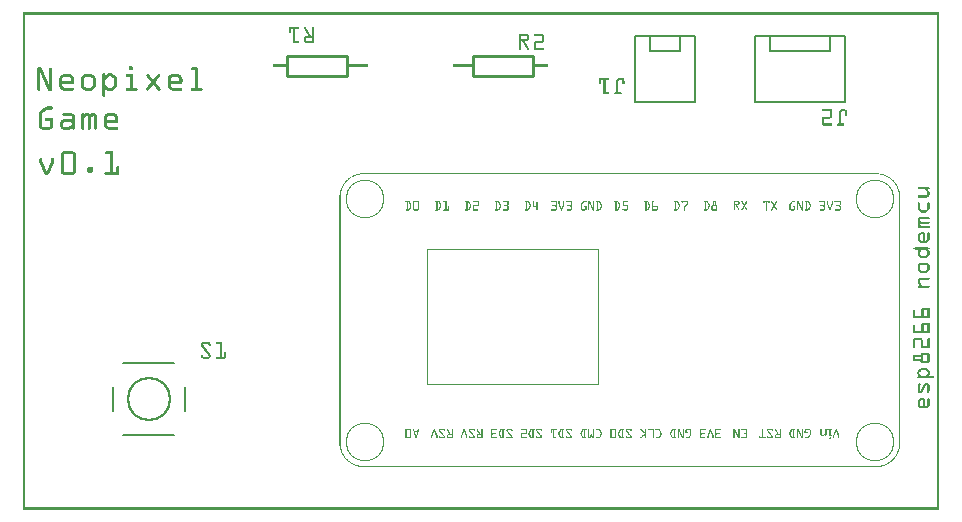
<source format=gto>
G04 MADE WITH FRITZING*
G04 WWW.FRITZING.ORG*
G04 DOUBLE SIDED*
G04 HOLES PLATED*
G04 CONTOUR ON CENTER OF CONTOUR VECTOR*
%ASAXBY*%
%FSLAX23Y23*%
%MOIN*%
%OFA0B0*%
%SFA1.0B1.0*%
%ADD10C,0.129472X0.122528*%
%ADD11C,0.129445X0.1225*%
%ADD12C,0.148000X0.132*%
%ADD13R,0.574330X0.456236X0.567386X0.449292*%
%ADD14C,0.003472*%
%ADD15R,0.305000X0.225000X0.295000X0.215000*%
%ADD16C,0.005000*%
%ADD17R,0.205000X0.055000X0.195000X0.045000*%
%ADD18R,0.205000X0.225000X0.195000X0.215000*%
%ADD19R,0.105000X0.055000X0.095000X0.045000*%
%ADD20C,0.008000*%
%ADD21C,0.010000*%
%ADD22R,0.001000X0.001000*%
%LNSILK1*%
G90*
G70*
G54D10*
X2840Y1037D03*
G54D11*
X2840Y226D03*
G54D10*
X1140Y1037D03*
G54D11*
X1140Y226D03*
G54D12*
X420Y369D03*
G54D14*
X1347Y870D02*
X1918Y870D01*
X1918Y418D01*
X1347Y418D01*
X1347Y870D01*
D02*
G54D16*
X2442Y1580D02*
X2742Y1580D01*
X2742Y1360D01*
X2442Y1360D01*
X2442Y1580D01*
D02*
X2492Y1580D02*
X2692Y1580D01*
X2692Y1530D01*
X2492Y1530D01*
X2492Y1580D01*
D02*
X2042Y1580D02*
X2242Y1580D01*
X2242Y1360D01*
X2042Y1360D01*
X2042Y1580D01*
D02*
X2092Y1580D02*
X2192Y1580D01*
X2192Y1530D01*
X2092Y1530D01*
X2092Y1580D01*
D02*
G54D20*
X505Y489D02*
X335Y489D01*
D02*
X335Y249D02*
X505Y249D01*
D02*
X540Y408D02*
X540Y329D01*
D02*
X300Y410D02*
X300Y329D01*
G54D21*
D02*
X1082Y1447D02*
X882Y1447D01*
D02*
X882Y1447D02*
X882Y1513D01*
D02*
X882Y1513D02*
X1082Y1513D01*
D02*
X1082Y1513D02*
X1082Y1447D01*
D02*
X1501Y1513D02*
X1701Y1513D01*
D02*
X1701Y1513D02*
X1701Y1447D01*
D02*
X1701Y1447D02*
X1501Y1447D01*
D02*
X1501Y1447D02*
X1501Y1513D01*
G54D22*
X1Y1657D02*
X3055Y1657D01*
X1Y1656D02*
X3055Y1656D01*
X1Y1655D02*
X3055Y1655D01*
X1Y1654D02*
X3055Y1654D01*
X1Y1653D02*
X3055Y1653D01*
X1Y1652D02*
X3055Y1652D01*
X1Y1651D02*
X3055Y1651D01*
X1Y1650D02*
X3055Y1650D01*
X1Y1649D02*
X8Y1649D01*
X3048Y1649D02*
X3055Y1649D01*
X1Y1648D02*
X8Y1648D01*
X3048Y1648D02*
X3055Y1648D01*
X1Y1647D02*
X8Y1647D01*
X3048Y1647D02*
X3055Y1647D01*
X1Y1646D02*
X8Y1646D01*
X3048Y1646D02*
X3055Y1646D01*
X1Y1645D02*
X8Y1645D01*
X3048Y1645D02*
X3055Y1645D01*
X1Y1644D02*
X8Y1644D01*
X3048Y1644D02*
X3055Y1644D01*
X1Y1643D02*
X8Y1643D01*
X3048Y1643D02*
X3055Y1643D01*
X1Y1642D02*
X8Y1642D01*
X3048Y1642D02*
X3055Y1642D01*
X1Y1641D02*
X8Y1641D01*
X3048Y1641D02*
X3055Y1641D01*
X1Y1640D02*
X8Y1640D01*
X3048Y1640D02*
X3055Y1640D01*
X1Y1639D02*
X8Y1639D01*
X3048Y1639D02*
X3055Y1639D01*
X1Y1638D02*
X8Y1638D01*
X3048Y1638D02*
X3055Y1638D01*
X1Y1637D02*
X8Y1637D01*
X3048Y1637D02*
X3055Y1637D01*
X1Y1636D02*
X8Y1636D01*
X3048Y1636D02*
X3055Y1636D01*
X1Y1635D02*
X8Y1635D01*
X3048Y1635D02*
X3055Y1635D01*
X1Y1634D02*
X8Y1634D01*
X3048Y1634D02*
X3055Y1634D01*
X1Y1633D02*
X8Y1633D01*
X3048Y1633D02*
X3055Y1633D01*
X1Y1632D02*
X8Y1632D01*
X3048Y1632D02*
X3055Y1632D01*
X1Y1631D02*
X8Y1631D01*
X3048Y1631D02*
X3055Y1631D01*
X1Y1630D02*
X8Y1630D01*
X3048Y1630D02*
X3055Y1630D01*
X1Y1629D02*
X8Y1629D01*
X3048Y1629D02*
X3055Y1629D01*
X1Y1628D02*
X8Y1628D01*
X3048Y1628D02*
X3055Y1628D01*
X1Y1627D02*
X8Y1627D01*
X3048Y1627D02*
X3055Y1627D01*
X1Y1626D02*
X8Y1626D01*
X3048Y1626D02*
X3055Y1626D01*
X1Y1625D02*
X8Y1625D01*
X3048Y1625D02*
X3055Y1625D01*
X1Y1624D02*
X8Y1624D01*
X3048Y1624D02*
X3055Y1624D01*
X1Y1623D02*
X8Y1623D01*
X3048Y1623D02*
X3055Y1623D01*
X1Y1622D02*
X8Y1622D01*
X3048Y1622D02*
X3055Y1622D01*
X1Y1621D02*
X8Y1621D01*
X3048Y1621D02*
X3055Y1621D01*
X1Y1620D02*
X8Y1620D01*
X3048Y1620D02*
X3055Y1620D01*
X1Y1619D02*
X8Y1619D01*
X3048Y1619D02*
X3055Y1619D01*
X1Y1618D02*
X8Y1618D01*
X3048Y1618D02*
X3055Y1618D01*
X1Y1617D02*
X8Y1617D01*
X3048Y1617D02*
X3055Y1617D01*
X1Y1616D02*
X8Y1616D01*
X3048Y1616D02*
X3055Y1616D01*
X1Y1615D02*
X8Y1615D01*
X3048Y1615D02*
X3055Y1615D01*
X1Y1614D02*
X8Y1614D01*
X3048Y1614D02*
X3055Y1614D01*
X1Y1613D02*
X8Y1613D01*
X3048Y1613D02*
X3055Y1613D01*
X1Y1612D02*
X8Y1612D01*
X3048Y1612D02*
X3055Y1612D01*
X1Y1611D02*
X8Y1611D01*
X3048Y1611D02*
X3055Y1611D01*
X1Y1610D02*
X8Y1610D01*
X3048Y1610D02*
X3055Y1610D01*
X1Y1609D02*
X8Y1609D01*
X3048Y1609D02*
X3055Y1609D01*
X1Y1608D02*
X8Y1608D01*
X889Y1608D02*
X920Y1608D01*
X939Y1608D02*
X943Y1608D01*
X967Y1608D02*
X970Y1608D01*
X3048Y1608D02*
X3055Y1608D01*
X1Y1607D02*
X8Y1607D01*
X888Y1607D02*
X921Y1607D01*
X938Y1607D02*
X943Y1607D01*
X966Y1607D02*
X971Y1607D01*
X3048Y1607D02*
X3055Y1607D01*
X1Y1606D02*
X8Y1606D01*
X888Y1606D02*
X921Y1606D01*
X938Y1606D02*
X944Y1606D01*
X966Y1606D02*
X971Y1606D01*
X3048Y1606D02*
X3055Y1606D01*
X1Y1605D02*
X8Y1605D01*
X888Y1605D02*
X921Y1605D01*
X938Y1605D02*
X945Y1605D01*
X965Y1605D02*
X971Y1605D01*
X3048Y1605D02*
X3055Y1605D01*
X1Y1604D02*
X8Y1604D01*
X888Y1604D02*
X921Y1604D01*
X938Y1604D02*
X945Y1604D01*
X965Y1604D02*
X971Y1604D01*
X3048Y1604D02*
X3055Y1604D01*
X1Y1603D02*
X8Y1603D01*
X888Y1603D02*
X920Y1603D01*
X939Y1603D02*
X946Y1603D01*
X965Y1603D02*
X971Y1603D01*
X3048Y1603D02*
X3055Y1603D01*
X1Y1602D02*
X8Y1602D01*
X888Y1602D02*
X919Y1602D01*
X939Y1602D02*
X946Y1602D01*
X965Y1602D02*
X971Y1602D01*
X3048Y1602D02*
X3055Y1602D01*
X1Y1601D02*
X8Y1601D01*
X888Y1601D02*
X894Y1601D01*
X902Y1601D02*
X908Y1601D01*
X940Y1601D02*
X947Y1601D01*
X965Y1601D02*
X971Y1601D01*
X3048Y1601D02*
X3055Y1601D01*
X1Y1600D02*
X8Y1600D01*
X888Y1600D02*
X894Y1600D01*
X902Y1600D02*
X908Y1600D01*
X940Y1600D02*
X948Y1600D01*
X965Y1600D02*
X971Y1600D01*
X3048Y1600D02*
X3055Y1600D01*
X1Y1599D02*
X8Y1599D01*
X888Y1599D02*
X894Y1599D01*
X902Y1599D02*
X908Y1599D01*
X941Y1599D02*
X948Y1599D01*
X965Y1599D02*
X971Y1599D01*
X3048Y1599D02*
X3055Y1599D01*
X1Y1598D02*
X8Y1598D01*
X888Y1598D02*
X894Y1598D01*
X902Y1598D02*
X908Y1598D01*
X942Y1598D02*
X949Y1598D01*
X965Y1598D02*
X971Y1598D01*
X3048Y1598D02*
X3055Y1598D01*
X1Y1597D02*
X8Y1597D01*
X888Y1597D02*
X894Y1597D01*
X902Y1597D02*
X908Y1597D01*
X942Y1597D02*
X949Y1597D01*
X965Y1597D02*
X971Y1597D01*
X3048Y1597D02*
X3055Y1597D01*
X1Y1596D02*
X8Y1596D01*
X888Y1596D02*
X894Y1596D01*
X902Y1596D02*
X908Y1596D01*
X943Y1596D02*
X950Y1596D01*
X965Y1596D02*
X971Y1596D01*
X3048Y1596D02*
X3055Y1596D01*
X1Y1595D02*
X8Y1595D01*
X888Y1595D02*
X894Y1595D01*
X902Y1595D02*
X908Y1595D01*
X943Y1595D02*
X951Y1595D01*
X965Y1595D02*
X971Y1595D01*
X3048Y1595D02*
X3055Y1595D01*
X1Y1594D02*
X8Y1594D01*
X888Y1594D02*
X894Y1594D01*
X902Y1594D02*
X908Y1594D01*
X944Y1594D02*
X951Y1594D01*
X965Y1594D02*
X971Y1594D01*
X3048Y1594D02*
X3055Y1594D01*
X1Y1593D02*
X8Y1593D01*
X888Y1593D02*
X894Y1593D01*
X902Y1593D02*
X908Y1593D01*
X945Y1593D02*
X952Y1593D01*
X965Y1593D02*
X971Y1593D01*
X3048Y1593D02*
X3055Y1593D01*
X1Y1592D02*
X8Y1592D01*
X888Y1592D02*
X894Y1592D01*
X902Y1592D02*
X908Y1592D01*
X945Y1592D02*
X952Y1592D01*
X965Y1592D02*
X971Y1592D01*
X3048Y1592D02*
X3055Y1592D01*
X1Y1591D02*
X8Y1591D01*
X888Y1591D02*
X894Y1591D01*
X902Y1591D02*
X908Y1591D01*
X946Y1591D02*
X953Y1591D01*
X965Y1591D02*
X971Y1591D01*
X3048Y1591D02*
X3055Y1591D01*
X1Y1590D02*
X8Y1590D01*
X888Y1590D02*
X893Y1590D01*
X902Y1590D02*
X908Y1590D01*
X946Y1590D02*
X953Y1590D01*
X965Y1590D02*
X971Y1590D01*
X3048Y1590D02*
X3055Y1590D01*
X1Y1589D02*
X8Y1589D01*
X889Y1589D02*
X893Y1589D01*
X902Y1589D02*
X908Y1589D01*
X947Y1589D02*
X954Y1589D01*
X965Y1589D02*
X971Y1589D01*
X3048Y1589D02*
X3055Y1589D01*
X1Y1588D02*
X8Y1588D01*
X890Y1588D02*
X891Y1588D01*
X902Y1588D02*
X908Y1588D01*
X947Y1588D02*
X955Y1588D01*
X965Y1588D02*
X971Y1588D01*
X3048Y1588D02*
X3055Y1588D01*
X1Y1587D02*
X8Y1587D01*
X902Y1587D02*
X908Y1587D01*
X948Y1587D02*
X955Y1587D01*
X965Y1587D02*
X971Y1587D01*
X3048Y1587D02*
X3055Y1587D01*
X1Y1586D02*
X8Y1586D01*
X902Y1586D02*
X908Y1586D01*
X949Y1586D02*
X956Y1586D01*
X965Y1586D02*
X971Y1586D01*
X1655Y1586D02*
X1677Y1586D01*
X1708Y1586D02*
X1731Y1586D01*
X3048Y1586D02*
X3055Y1586D01*
X1Y1585D02*
X8Y1585D01*
X902Y1585D02*
X908Y1585D01*
X949Y1585D02*
X956Y1585D01*
X965Y1585D02*
X971Y1585D01*
X1654Y1585D02*
X1681Y1585D01*
X1705Y1585D02*
X1734Y1585D01*
X3048Y1585D02*
X3055Y1585D01*
X1Y1584D02*
X8Y1584D01*
X902Y1584D02*
X908Y1584D01*
X950Y1584D02*
X957Y1584D01*
X965Y1584D02*
X971Y1584D01*
X1654Y1584D02*
X1683Y1584D01*
X1705Y1584D02*
X1735Y1584D01*
X3048Y1584D02*
X3055Y1584D01*
X1Y1583D02*
X8Y1583D01*
X902Y1583D02*
X908Y1583D01*
X950Y1583D02*
X958Y1583D01*
X965Y1583D02*
X971Y1583D01*
X1654Y1583D02*
X1684Y1583D01*
X1704Y1583D02*
X1736Y1583D01*
X3048Y1583D02*
X3055Y1583D01*
X1Y1582D02*
X8Y1582D01*
X902Y1582D02*
X908Y1582D01*
X951Y1582D02*
X958Y1582D01*
X965Y1582D02*
X971Y1582D01*
X1654Y1582D02*
X1685Y1582D01*
X1704Y1582D02*
X1737Y1582D01*
X3048Y1582D02*
X3055Y1582D01*
X1Y1581D02*
X8Y1581D01*
X902Y1581D02*
X908Y1581D01*
X952Y1581D02*
X959Y1581D01*
X965Y1581D02*
X971Y1581D01*
X1654Y1581D02*
X1686Y1581D01*
X1705Y1581D02*
X1737Y1581D01*
X3048Y1581D02*
X3055Y1581D01*
X1Y1580D02*
X8Y1580D01*
X902Y1580D02*
X908Y1580D01*
X952Y1580D02*
X959Y1580D01*
X965Y1580D02*
X971Y1580D01*
X1654Y1580D02*
X1686Y1580D01*
X1705Y1580D02*
X1738Y1580D01*
X3048Y1580D02*
X3055Y1580D01*
X1Y1579D02*
X8Y1579D01*
X902Y1579D02*
X908Y1579D01*
X946Y1579D02*
X971Y1579D01*
X1654Y1579D02*
X1687Y1579D01*
X1708Y1579D02*
X1738Y1579D01*
X3048Y1579D02*
X3055Y1579D01*
X1Y1578D02*
X8Y1578D01*
X902Y1578D02*
X908Y1578D01*
X943Y1578D02*
X971Y1578D01*
X1654Y1578D02*
X1660Y1578D01*
X1680Y1578D02*
X1687Y1578D01*
X1732Y1578D02*
X1738Y1578D01*
X3048Y1578D02*
X3055Y1578D01*
X1Y1577D02*
X8Y1577D01*
X902Y1577D02*
X908Y1577D01*
X942Y1577D02*
X971Y1577D01*
X1654Y1577D02*
X1660Y1577D01*
X1681Y1577D02*
X1687Y1577D01*
X1732Y1577D02*
X1738Y1577D01*
X3048Y1577D02*
X3055Y1577D01*
X1Y1576D02*
X8Y1576D01*
X902Y1576D02*
X908Y1576D01*
X941Y1576D02*
X971Y1576D01*
X1654Y1576D02*
X1660Y1576D01*
X1681Y1576D02*
X1687Y1576D01*
X1732Y1576D02*
X1738Y1576D01*
X3048Y1576D02*
X3055Y1576D01*
X1Y1575D02*
X8Y1575D01*
X902Y1575D02*
X908Y1575D01*
X940Y1575D02*
X971Y1575D01*
X1654Y1575D02*
X1660Y1575D01*
X1682Y1575D02*
X1688Y1575D01*
X1732Y1575D02*
X1738Y1575D01*
X3048Y1575D02*
X3055Y1575D01*
X1Y1574D02*
X8Y1574D01*
X902Y1574D02*
X908Y1574D01*
X939Y1574D02*
X971Y1574D01*
X1654Y1574D02*
X1660Y1574D01*
X1682Y1574D02*
X1688Y1574D01*
X1732Y1574D02*
X1738Y1574D01*
X3048Y1574D02*
X3055Y1574D01*
X1Y1573D02*
X8Y1573D01*
X902Y1573D02*
X908Y1573D01*
X939Y1573D02*
X971Y1573D01*
X1654Y1573D02*
X1660Y1573D01*
X1682Y1573D02*
X1688Y1573D01*
X1732Y1573D02*
X1738Y1573D01*
X3048Y1573D02*
X3055Y1573D01*
X1Y1572D02*
X8Y1572D01*
X902Y1572D02*
X908Y1572D01*
X938Y1572D02*
X946Y1572D01*
X965Y1572D02*
X971Y1572D01*
X1654Y1572D02*
X1660Y1572D01*
X1682Y1572D02*
X1688Y1572D01*
X1732Y1572D02*
X1738Y1572D01*
X3048Y1572D02*
X3055Y1572D01*
X1Y1571D02*
X8Y1571D01*
X902Y1571D02*
X908Y1571D01*
X938Y1571D02*
X945Y1571D01*
X965Y1571D02*
X971Y1571D01*
X1654Y1571D02*
X1660Y1571D01*
X1681Y1571D02*
X1687Y1571D01*
X1732Y1571D02*
X1738Y1571D01*
X3048Y1571D02*
X3055Y1571D01*
X1Y1570D02*
X8Y1570D01*
X902Y1570D02*
X908Y1570D01*
X938Y1570D02*
X944Y1570D01*
X965Y1570D02*
X971Y1570D01*
X1654Y1570D02*
X1660Y1570D01*
X1681Y1570D02*
X1687Y1570D01*
X1732Y1570D02*
X1738Y1570D01*
X3048Y1570D02*
X3055Y1570D01*
X1Y1569D02*
X8Y1569D01*
X902Y1569D02*
X908Y1569D01*
X938Y1569D02*
X944Y1569D01*
X965Y1569D02*
X971Y1569D01*
X1654Y1569D02*
X1660Y1569D01*
X1680Y1569D02*
X1687Y1569D01*
X1732Y1569D02*
X1738Y1569D01*
X3048Y1569D02*
X3055Y1569D01*
X1Y1568D02*
X8Y1568D01*
X902Y1568D02*
X908Y1568D01*
X938Y1568D02*
X944Y1568D01*
X965Y1568D02*
X971Y1568D01*
X1654Y1568D02*
X1687Y1568D01*
X1732Y1568D02*
X1738Y1568D01*
X3048Y1568D02*
X3055Y1568D01*
X1Y1567D02*
X8Y1567D01*
X902Y1567D02*
X908Y1567D01*
X938Y1567D02*
X944Y1567D01*
X965Y1567D02*
X971Y1567D01*
X1654Y1567D02*
X1686Y1567D01*
X1732Y1567D02*
X1738Y1567D01*
X3048Y1567D02*
X3055Y1567D01*
X1Y1566D02*
X8Y1566D01*
X902Y1566D02*
X908Y1566D01*
X938Y1566D02*
X944Y1566D01*
X965Y1566D02*
X971Y1566D01*
X1654Y1566D02*
X1686Y1566D01*
X1732Y1566D02*
X1738Y1566D01*
X3048Y1566D02*
X3055Y1566D01*
X1Y1565D02*
X8Y1565D01*
X902Y1565D02*
X908Y1565D01*
X938Y1565D02*
X944Y1565D01*
X965Y1565D02*
X971Y1565D01*
X1654Y1565D02*
X1685Y1565D01*
X1732Y1565D02*
X1738Y1565D01*
X3048Y1565D02*
X3055Y1565D01*
X1Y1564D02*
X8Y1564D01*
X902Y1564D02*
X908Y1564D01*
X938Y1564D02*
X944Y1564D01*
X965Y1564D02*
X971Y1564D01*
X1654Y1564D02*
X1684Y1564D01*
X1732Y1564D02*
X1738Y1564D01*
X3048Y1564D02*
X3055Y1564D01*
X1Y1563D02*
X8Y1563D01*
X902Y1563D02*
X908Y1563D01*
X938Y1563D02*
X945Y1563D01*
X965Y1563D02*
X971Y1563D01*
X1654Y1563D02*
X1683Y1563D01*
X1732Y1563D02*
X1738Y1563D01*
X3048Y1563D02*
X3055Y1563D01*
X1Y1562D02*
X8Y1562D01*
X902Y1562D02*
X908Y1562D01*
X938Y1562D02*
X946Y1562D01*
X965Y1562D02*
X971Y1562D01*
X1654Y1562D02*
X1681Y1562D01*
X1709Y1562D02*
X1738Y1562D01*
X3048Y1562D02*
X3055Y1562D01*
X1Y1561D02*
X8Y1561D01*
X902Y1561D02*
X920Y1561D01*
X939Y1561D02*
X971Y1561D01*
X1654Y1561D02*
X1660Y1561D01*
X1666Y1561D02*
X1673Y1561D01*
X1707Y1561D02*
X1738Y1561D01*
X3048Y1561D02*
X3055Y1561D01*
X1Y1560D02*
X8Y1560D01*
X902Y1560D02*
X921Y1560D01*
X939Y1560D02*
X971Y1560D01*
X1654Y1560D02*
X1660Y1560D01*
X1667Y1560D02*
X1674Y1560D01*
X1706Y1560D02*
X1737Y1560D01*
X3048Y1560D02*
X3055Y1560D01*
X1Y1559D02*
X8Y1559D01*
X902Y1559D02*
X921Y1559D01*
X940Y1559D02*
X971Y1559D01*
X1654Y1559D02*
X1660Y1559D01*
X1667Y1559D02*
X1674Y1559D01*
X1705Y1559D02*
X1737Y1559D01*
X3048Y1559D02*
X3055Y1559D01*
X1Y1558D02*
X8Y1558D01*
X902Y1558D02*
X921Y1558D01*
X941Y1558D02*
X971Y1558D01*
X1654Y1558D02*
X1660Y1558D01*
X1668Y1558D02*
X1675Y1558D01*
X1705Y1558D02*
X1736Y1558D01*
X3048Y1558D02*
X3055Y1558D01*
X1Y1557D02*
X8Y1557D01*
X902Y1557D02*
X921Y1557D01*
X942Y1557D02*
X971Y1557D01*
X1654Y1557D02*
X1660Y1557D01*
X1668Y1557D02*
X1675Y1557D01*
X1704Y1557D02*
X1735Y1557D01*
X3048Y1557D02*
X3055Y1557D01*
X1Y1556D02*
X8Y1556D01*
X902Y1556D02*
X921Y1556D01*
X943Y1556D02*
X971Y1556D01*
X1654Y1556D02*
X1660Y1556D01*
X1669Y1556D02*
X1676Y1556D01*
X1704Y1556D02*
X1733Y1556D01*
X3048Y1556D02*
X3055Y1556D01*
X1Y1555D02*
X8Y1555D01*
X902Y1555D02*
X919Y1555D01*
X946Y1555D02*
X971Y1555D01*
X1654Y1555D02*
X1660Y1555D01*
X1669Y1555D02*
X1677Y1555D01*
X1704Y1555D02*
X1710Y1555D01*
X3048Y1555D02*
X3055Y1555D01*
X1Y1554D02*
X8Y1554D01*
X1654Y1554D02*
X1660Y1554D01*
X1670Y1554D02*
X1677Y1554D01*
X1704Y1554D02*
X1710Y1554D01*
X3048Y1554D02*
X3055Y1554D01*
X1Y1553D02*
X8Y1553D01*
X1654Y1553D02*
X1660Y1553D01*
X1671Y1553D02*
X1678Y1553D01*
X1704Y1553D02*
X1710Y1553D01*
X3048Y1553D02*
X3055Y1553D01*
X1Y1552D02*
X8Y1552D01*
X1654Y1552D02*
X1660Y1552D01*
X1671Y1552D02*
X1678Y1552D01*
X1704Y1552D02*
X1710Y1552D01*
X3048Y1552D02*
X3055Y1552D01*
X1Y1551D02*
X8Y1551D01*
X1654Y1551D02*
X1660Y1551D01*
X1672Y1551D02*
X1679Y1551D01*
X1704Y1551D02*
X1710Y1551D01*
X3048Y1551D02*
X3055Y1551D01*
X1Y1550D02*
X8Y1550D01*
X1654Y1550D02*
X1660Y1550D01*
X1672Y1550D02*
X1680Y1550D01*
X1704Y1550D02*
X1710Y1550D01*
X3048Y1550D02*
X3055Y1550D01*
X1Y1549D02*
X8Y1549D01*
X1654Y1549D02*
X1660Y1549D01*
X1673Y1549D02*
X1680Y1549D01*
X1704Y1549D02*
X1710Y1549D01*
X3048Y1549D02*
X3055Y1549D01*
X1Y1548D02*
X8Y1548D01*
X1654Y1548D02*
X1660Y1548D01*
X1674Y1548D02*
X1681Y1548D01*
X1704Y1548D02*
X1710Y1548D01*
X3048Y1548D02*
X3055Y1548D01*
X1Y1547D02*
X8Y1547D01*
X1654Y1547D02*
X1660Y1547D01*
X1674Y1547D02*
X1681Y1547D01*
X1704Y1547D02*
X1710Y1547D01*
X3048Y1547D02*
X3055Y1547D01*
X1Y1546D02*
X8Y1546D01*
X1654Y1546D02*
X1660Y1546D01*
X1675Y1546D02*
X1682Y1546D01*
X1704Y1546D02*
X1710Y1546D01*
X3048Y1546D02*
X3055Y1546D01*
X1Y1545D02*
X8Y1545D01*
X1654Y1545D02*
X1660Y1545D01*
X1675Y1545D02*
X1682Y1545D01*
X1704Y1545D02*
X1710Y1545D01*
X3048Y1545D02*
X3055Y1545D01*
X1Y1544D02*
X8Y1544D01*
X1654Y1544D02*
X1660Y1544D01*
X1676Y1544D02*
X1683Y1544D01*
X1704Y1544D02*
X1710Y1544D01*
X3048Y1544D02*
X3055Y1544D01*
X1Y1543D02*
X8Y1543D01*
X1654Y1543D02*
X1660Y1543D01*
X1676Y1543D02*
X1684Y1543D01*
X1704Y1543D02*
X1710Y1543D01*
X3048Y1543D02*
X3055Y1543D01*
X1Y1542D02*
X8Y1542D01*
X1654Y1542D02*
X1660Y1542D01*
X1677Y1542D02*
X1684Y1542D01*
X1704Y1542D02*
X1710Y1542D01*
X3048Y1542D02*
X3055Y1542D01*
X1Y1541D02*
X8Y1541D01*
X1654Y1541D02*
X1660Y1541D01*
X1678Y1541D02*
X1685Y1541D01*
X1704Y1541D02*
X1710Y1541D01*
X3048Y1541D02*
X3055Y1541D01*
X1Y1540D02*
X8Y1540D01*
X1654Y1540D02*
X1660Y1540D01*
X1678Y1540D02*
X1685Y1540D01*
X1704Y1540D02*
X1710Y1540D01*
X3048Y1540D02*
X3055Y1540D01*
X1Y1539D02*
X8Y1539D01*
X1654Y1539D02*
X1660Y1539D01*
X1679Y1539D02*
X1686Y1539D01*
X1704Y1539D02*
X1710Y1539D01*
X3048Y1539D02*
X3055Y1539D01*
X1Y1538D02*
X8Y1538D01*
X1654Y1538D02*
X1660Y1538D01*
X1679Y1538D02*
X1687Y1538D01*
X1704Y1538D02*
X1736Y1538D01*
X3048Y1538D02*
X3055Y1538D01*
X1Y1537D02*
X8Y1537D01*
X1654Y1537D02*
X1660Y1537D01*
X1680Y1537D02*
X1687Y1537D01*
X1704Y1537D02*
X1737Y1537D01*
X3048Y1537D02*
X3055Y1537D01*
X1Y1536D02*
X8Y1536D01*
X1654Y1536D02*
X1660Y1536D01*
X1681Y1536D02*
X1687Y1536D01*
X1704Y1536D02*
X1738Y1536D01*
X3048Y1536D02*
X3055Y1536D01*
X1Y1535D02*
X8Y1535D01*
X1654Y1535D02*
X1660Y1535D01*
X1681Y1535D02*
X1687Y1535D01*
X1704Y1535D02*
X1738Y1535D01*
X3048Y1535D02*
X3055Y1535D01*
X1Y1534D02*
X8Y1534D01*
X1654Y1534D02*
X1660Y1534D01*
X1682Y1534D02*
X1687Y1534D01*
X1704Y1534D02*
X1737Y1534D01*
X3048Y1534D02*
X3055Y1534D01*
X1Y1533D02*
X8Y1533D01*
X1655Y1533D02*
X1659Y1533D01*
X1683Y1533D02*
X1687Y1533D01*
X1704Y1533D02*
X1737Y1533D01*
X3048Y1533D02*
X3055Y1533D01*
X1Y1532D02*
X8Y1532D01*
X1657Y1532D02*
X1657Y1532D01*
X1684Y1532D02*
X1685Y1532D01*
X1704Y1532D02*
X1735Y1532D01*
X3048Y1532D02*
X3055Y1532D01*
X1Y1531D02*
X8Y1531D01*
X3048Y1531D02*
X3055Y1531D01*
X1Y1530D02*
X8Y1530D01*
X3048Y1530D02*
X3055Y1530D01*
X1Y1529D02*
X8Y1529D01*
X3048Y1529D02*
X3055Y1529D01*
X1Y1528D02*
X8Y1528D01*
X3048Y1528D02*
X3055Y1528D01*
X1Y1527D02*
X8Y1527D01*
X3048Y1527D02*
X3055Y1527D01*
X1Y1526D02*
X8Y1526D01*
X3048Y1526D02*
X3055Y1526D01*
X1Y1525D02*
X8Y1525D01*
X3048Y1525D02*
X3055Y1525D01*
X1Y1524D02*
X8Y1524D01*
X3048Y1524D02*
X3055Y1524D01*
X1Y1523D02*
X8Y1523D01*
X3048Y1523D02*
X3055Y1523D01*
X1Y1522D02*
X8Y1522D01*
X3048Y1522D02*
X3055Y1522D01*
X1Y1521D02*
X8Y1521D01*
X3048Y1521D02*
X3055Y1521D01*
X1Y1520D02*
X8Y1520D01*
X3048Y1520D02*
X3055Y1520D01*
X1Y1519D02*
X8Y1519D01*
X3048Y1519D02*
X3055Y1519D01*
X1Y1518D02*
X8Y1518D01*
X3048Y1518D02*
X3055Y1518D01*
X1Y1517D02*
X8Y1517D01*
X3048Y1517D02*
X3055Y1517D01*
X1Y1516D02*
X8Y1516D01*
X3048Y1516D02*
X3055Y1516D01*
X1Y1515D02*
X8Y1515D01*
X3048Y1515D02*
X3055Y1515D01*
X1Y1514D02*
X8Y1514D01*
X3048Y1514D02*
X3055Y1514D01*
X1Y1513D02*
X8Y1513D01*
X3048Y1513D02*
X3055Y1513D01*
X1Y1512D02*
X8Y1512D01*
X3048Y1512D02*
X3055Y1512D01*
X1Y1511D02*
X8Y1511D01*
X3048Y1511D02*
X3055Y1511D01*
X1Y1510D02*
X8Y1510D01*
X3048Y1510D02*
X3055Y1510D01*
X1Y1509D02*
X8Y1509D01*
X3048Y1509D02*
X3055Y1509D01*
X1Y1508D02*
X8Y1508D01*
X3048Y1508D02*
X3055Y1508D01*
X1Y1507D02*
X8Y1507D01*
X3048Y1507D02*
X3055Y1507D01*
X1Y1506D02*
X8Y1506D01*
X3048Y1506D02*
X3055Y1506D01*
X1Y1505D02*
X8Y1505D01*
X3048Y1505D02*
X3055Y1505D01*
X1Y1504D02*
X8Y1504D01*
X3048Y1504D02*
X3055Y1504D01*
X1Y1503D02*
X8Y1503D01*
X3048Y1503D02*
X3055Y1503D01*
X1Y1502D02*
X8Y1502D01*
X3048Y1502D02*
X3055Y1502D01*
X1Y1501D02*
X8Y1501D01*
X3048Y1501D02*
X3055Y1501D01*
X1Y1500D02*
X8Y1500D01*
X3048Y1500D02*
X3055Y1500D01*
X1Y1499D02*
X8Y1499D01*
X3048Y1499D02*
X3055Y1499D01*
X1Y1498D02*
X8Y1498D01*
X3048Y1498D02*
X3055Y1498D01*
X1Y1497D02*
X8Y1497D01*
X3048Y1497D02*
X3055Y1497D01*
X1Y1496D02*
X8Y1496D01*
X3048Y1496D02*
X3055Y1496D01*
X1Y1495D02*
X8Y1495D01*
X3048Y1495D02*
X3055Y1495D01*
X1Y1494D02*
X8Y1494D01*
X3048Y1494D02*
X3055Y1494D01*
X1Y1493D02*
X8Y1493D01*
X3048Y1493D02*
X3055Y1493D01*
X1Y1492D02*
X8Y1492D01*
X3048Y1492D02*
X3055Y1492D01*
X1Y1491D02*
X8Y1491D01*
X3048Y1491D02*
X3055Y1491D01*
X1Y1490D02*
X8Y1490D01*
X3048Y1490D02*
X3055Y1490D01*
X1Y1489D02*
X8Y1489D01*
X3048Y1489D02*
X3055Y1489D01*
X1Y1488D02*
X8Y1488D01*
X3048Y1488D02*
X3055Y1488D01*
X1Y1487D02*
X8Y1487D01*
X3048Y1487D02*
X3055Y1487D01*
X1Y1486D02*
X8Y1486D01*
X3048Y1486D02*
X3055Y1486D01*
X1Y1485D02*
X8Y1485D01*
X835Y1485D02*
X882Y1485D01*
X1083Y1485D02*
X1149Y1485D01*
X1435Y1485D02*
X1501Y1485D01*
X1702Y1485D02*
X1749Y1485D01*
X3048Y1485D02*
X3055Y1485D01*
X1Y1484D02*
X8Y1484D01*
X835Y1484D02*
X882Y1484D01*
X1083Y1484D02*
X1149Y1484D01*
X1435Y1484D02*
X1501Y1484D01*
X1702Y1484D02*
X1749Y1484D01*
X3048Y1484D02*
X3055Y1484D01*
X1Y1483D02*
X8Y1483D01*
X835Y1483D02*
X882Y1483D01*
X1083Y1483D02*
X1149Y1483D01*
X1435Y1483D02*
X1501Y1483D01*
X1702Y1483D02*
X1749Y1483D01*
X3048Y1483D02*
X3055Y1483D01*
X1Y1482D02*
X8Y1482D01*
X835Y1482D02*
X882Y1482D01*
X1083Y1482D02*
X1149Y1482D01*
X1435Y1482D02*
X1501Y1482D01*
X1702Y1482D02*
X1749Y1482D01*
X3048Y1482D02*
X3055Y1482D01*
X1Y1481D02*
X8Y1481D01*
X835Y1481D02*
X882Y1481D01*
X1083Y1481D02*
X1149Y1481D01*
X1435Y1481D02*
X1501Y1481D01*
X1702Y1481D02*
X1749Y1481D01*
X3048Y1481D02*
X3055Y1481D01*
X1Y1480D02*
X8Y1480D01*
X835Y1480D02*
X882Y1480D01*
X1083Y1480D02*
X1149Y1480D01*
X1435Y1480D02*
X1501Y1480D01*
X1702Y1480D02*
X1749Y1480D01*
X3048Y1480D02*
X3055Y1480D01*
X1Y1479D02*
X8Y1479D01*
X835Y1479D02*
X882Y1479D01*
X1083Y1479D02*
X1149Y1479D01*
X1435Y1479D02*
X1501Y1479D01*
X1702Y1479D02*
X1749Y1479D01*
X3048Y1479D02*
X3055Y1479D01*
X1Y1478D02*
X8Y1478D01*
X356Y1478D02*
X364Y1478D01*
X835Y1478D02*
X882Y1478D01*
X1083Y1478D02*
X1149Y1478D01*
X1435Y1478D02*
X1501Y1478D01*
X1702Y1478D02*
X1749Y1478D01*
X3048Y1478D02*
X3055Y1478D01*
X1Y1477D02*
X8Y1477D01*
X355Y1477D02*
X365Y1477D01*
X835Y1477D02*
X882Y1477D01*
X1083Y1477D02*
X1149Y1477D01*
X1435Y1477D02*
X1501Y1477D01*
X1702Y1477D02*
X1749Y1477D01*
X3048Y1477D02*
X3055Y1477D01*
X1Y1476D02*
X8Y1476D01*
X354Y1476D02*
X366Y1476D01*
X835Y1476D02*
X882Y1476D01*
X1083Y1476D02*
X1149Y1476D01*
X1434Y1476D02*
X1501Y1476D01*
X1702Y1476D02*
X1749Y1476D01*
X3048Y1476D02*
X3055Y1476D01*
X1Y1475D02*
X8Y1475D01*
X353Y1475D02*
X367Y1475D01*
X3048Y1475D02*
X3055Y1475D01*
X1Y1474D02*
X8Y1474D01*
X50Y1474D02*
X60Y1474D01*
X93Y1474D02*
X93Y1474D01*
X353Y1474D02*
X367Y1474D01*
X564Y1474D02*
X579Y1474D01*
X3048Y1474D02*
X3055Y1474D01*
X1Y1473D02*
X8Y1473D01*
X49Y1473D02*
X62Y1473D01*
X91Y1473D02*
X96Y1473D01*
X353Y1473D02*
X367Y1473D01*
X562Y1473D02*
X582Y1473D01*
X3048Y1473D02*
X3055Y1473D01*
X1Y1472D02*
X8Y1472D01*
X49Y1472D02*
X62Y1472D01*
X90Y1472D02*
X97Y1472D01*
X353Y1472D02*
X367Y1472D01*
X561Y1472D02*
X583Y1472D01*
X3048Y1472D02*
X3055Y1472D01*
X1Y1471D02*
X8Y1471D01*
X49Y1471D02*
X63Y1471D01*
X89Y1471D02*
X97Y1471D01*
X353Y1471D02*
X367Y1471D01*
X560Y1471D02*
X583Y1471D01*
X3048Y1471D02*
X3055Y1471D01*
X1Y1470D02*
X8Y1470D01*
X49Y1470D02*
X63Y1470D01*
X89Y1470D02*
X98Y1470D01*
X353Y1470D02*
X367Y1470D01*
X560Y1470D02*
X584Y1470D01*
X3048Y1470D02*
X3055Y1470D01*
X1Y1469D02*
X8Y1469D01*
X49Y1469D02*
X63Y1469D01*
X89Y1469D02*
X98Y1469D01*
X353Y1469D02*
X367Y1469D01*
X560Y1469D02*
X584Y1469D01*
X3048Y1469D02*
X3055Y1469D01*
X1Y1468D02*
X8Y1468D01*
X49Y1468D02*
X64Y1468D01*
X89Y1468D02*
X98Y1468D01*
X353Y1468D02*
X367Y1468D01*
X560Y1468D02*
X584Y1468D01*
X3048Y1468D02*
X3055Y1468D01*
X1Y1467D02*
X8Y1467D01*
X49Y1467D02*
X64Y1467D01*
X89Y1467D02*
X98Y1467D01*
X353Y1467D02*
X366Y1467D01*
X560Y1467D02*
X584Y1467D01*
X3048Y1467D02*
X3055Y1467D01*
X1Y1466D02*
X8Y1466D01*
X49Y1466D02*
X65Y1466D01*
X89Y1466D02*
X98Y1466D01*
X354Y1466D02*
X366Y1466D01*
X561Y1466D02*
X584Y1466D01*
X3048Y1466D02*
X3055Y1466D01*
X1Y1465D02*
X8Y1465D01*
X49Y1465D02*
X65Y1465D01*
X89Y1465D02*
X98Y1465D01*
X355Y1465D02*
X365Y1465D01*
X562Y1465D02*
X584Y1465D01*
X3048Y1465D02*
X3055Y1465D01*
X1Y1464D02*
X8Y1464D01*
X49Y1464D02*
X66Y1464D01*
X89Y1464D02*
X98Y1464D01*
X574Y1464D02*
X584Y1464D01*
X3048Y1464D02*
X3055Y1464D01*
X1Y1463D02*
X8Y1463D01*
X49Y1463D02*
X66Y1463D01*
X89Y1463D02*
X98Y1463D01*
X575Y1463D02*
X584Y1463D01*
X3048Y1463D02*
X3055Y1463D01*
X1Y1462D02*
X8Y1462D01*
X49Y1462D02*
X67Y1462D01*
X89Y1462D02*
X98Y1462D01*
X575Y1462D02*
X584Y1462D01*
X3048Y1462D02*
X3055Y1462D01*
X1Y1461D02*
X8Y1461D01*
X49Y1461D02*
X67Y1461D01*
X89Y1461D02*
X98Y1461D01*
X575Y1461D02*
X584Y1461D01*
X3048Y1461D02*
X3055Y1461D01*
X1Y1460D02*
X8Y1460D01*
X49Y1460D02*
X67Y1460D01*
X89Y1460D02*
X98Y1460D01*
X575Y1460D02*
X584Y1460D01*
X3048Y1460D02*
X3055Y1460D01*
X1Y1459D02*
X8Y1459D01*
X49Y1459D02*
X68Y1459D01*
X89Y1459D02*
X98Y1459D01*
X575Y1459D02*
X584Y1459D01*
X3048Y1459D02*
X3055Y1459D01*
X1Y1458D02*
X8Y1458D01*
X49Y1458D02*
X68Y1458D01*
X89Y1458D02*
X98Y1458D01*
X575Y1458D02*
X584Y1458D01*
X3048Y1458D02*
X3055Y1458D01*
X1Y1457D02*
X8Y1457D01*
X49Y1457D02*
X69Y1457D01*
X89Y1457D02*
X98Y1457D01*
X575Y1457D02*
X584Y1457D01*
X3048Y1457D02*
X3055Y1457D01*
X1Y1456D02*
X8Y1456D01*
X49Y1456D02*
X69Y1456D01*
X89Y1456D02*
X98Y1456D01*
X575Y1456D02*
X584Y1456D01*
X3048Y1456D02*
X3055Y1456D01*
X1Y1455D02*
X8Y1455D01*
X49Y1455D02*
X70Y1455D01*
X89Y1455D02*
X98Y1455D01*
X291Y1455D02*
X291Y1455D01*
X575Y1455D02*
X584Y1455D01*
X3048Y1455D02*
X3055Y1455D01*
X1Y1454D02*
X8Y1454D01*
X49Y1454D02*
X58Y1454D01*
X60Y1454D02*
X70Y1454D01*
X89Y1454D02*
X98Y1454D01*
X268Y1454D02*
X273Y1454D01*
X284Y1454D02*
X296Y1454D01*
X575Y1454D02*
X584Y1454D01*
X3048Y1454D02*
X3055Y1454D01*
X1Y1453D02*
X8Y1453D01*
X49Y1453D02*
X58Y1453D01*
X60Y1453D02*
X70Y1453D01*
X89Y1453D02*
X98Y1453D01*
X267Y1453D02*
X274Y1453D01*
X282Y1453D02*
X298Y1453D01*
X575Y1453D02*
X584Y1453D01*
X3048Y1453D02*
X3055Y1453D01*
X1Y1452D02*
X8Y1452D01*
X49Y1452D02*
X58Y1452D01*
X61Y1452D02*
X71Y1452D01*
X89Y1452D02*
X98Y1452D01*
X135Y1452D02*
X156Y1452D01*
X208Y1452D02*
X228Y1452D01*
X266Y1452D02*
X274Y1452D01*
X281Y1452D02*
X300Y1452D01*
X345Y1452D02*
X365Y1452D01*
X414Y1452D02*
X418Y1452D01*
X451Y1452D02*
X456Y1452D01*
X497Y1452D02*
X518Y1452D01*
X575Y1452D02*
X584Y1452D01*
X3048Y1452D02*
X3055Y1452D01*
X1Y1451D02*
X8Y1451D01*
X49Y1451D02*
X58Y1451D01*
X61Y1451D02*
X71Y1451D01*
X89Y1451D02*
X98Y1451D01*
X133Y1451D02*
X159Y1451D01*
X205Y1451D02*
X231Y1451D01*
X266Y1451D02*
X274Y1451D01*
X280Y1451D02*
X301Y1451D01*
X344Y1451D02*
X366Y1451D01*
X413Y1451D02*
X419Y1451D01*
X450Y1451D02*
X457Y1451D01*
X494Y1451D02*
X520Y1451D01*
X575Y1451D02*
X584Y1451D01*
X3048Y1451D02*
X3055Y1451D01*
X1Y1450D02*
X8Y1450D01*
X49Y1450D02*
X58Y1450D01*
X62Y1450D02*
X72Y1450D01*
X89Y1450D02*
X98Y1450D01*
X131Y1450D02*
X160Y1450D01*
X203Y1450D02*
X233Y1450D01*
X266Y1450D02*
X275Y1450D01*
X279Y1450D02*
X302Y1450D01*
X344Y1450D02*
X366Y1450D01*
X412Y1450D02*
X420Y1450D01*
X449Y1450D02*
X458Y1450D01*
X493Y1450D02*
X522Y1450D01*
X575Y1450D02*
X584Y1450D01*
X3048Y1450D02*
X3055Y1450D01*
X1Y1449D02*
X8Y1449D01*
X49Y1449D02*
X58Y1449D01*
X62Y1449D02*
X72Y1449D01*
X89Y1449D02*
X98Y1449D01*
X130Y1449D02*
X162Y1449D01*
X202Y1449D02*
X234Y1449D01*
X266Y1449D02*
X275Y1449D01*
X278Y1449D02*
X304Y1449D01*
X343Y1449D02*
X367Y1449D01*
X412Y1449D02*
X421Y1449D01*
X448Y1449D02*
X458Y1449D01*
X491Y1449D02*
X523Y1449D01*
X575Y1449D02*
X584Y1449D01*
X3048Y1449D02*
X3055Y1449D01*
X1Y1448D02*
X8Y1448D01*
X49Y1448D02*
X58Y1448D01*
X63Y1448D02*
X73Y1448D01*
X89Y1448D02*
X98Y1448D01*
X128Y1448D02*
X163Y1448D01*
X201Y1448D02*
X235Y1448D01*
X266Y1448D02*
X275Y1448D01*
X277Y1448D02*
X305Y1448D01*
X343Y1448D02*
X367Y1448D01*
X411Y1448D02*
X422Y1448D01*
X448Y1448D02*
X458Y1448D01*
X490Y1448D02*
X524Y1448D01*
X575Y1448D02*
X584Y1448D01*
X3048Y1448D02*
X3055Y1448D01*
X1Y1447D02*
X8Y1447D01*
X49Y1447D02*
X58Y1447D01*
X63Y1447D02*
X73Y1447D01*
X89Y1447D02*
X98Y1447D01*
X127Y1447D02*
X164Y1447D01*
X200Y1447D02*
X236Y1447D01*
X266Y1447D02*
X306Y1447D01*
X343Y1447D02*
X367Y1447D01*
X412Y1447D02*
X423Y1447D01*
X447Y1447D02*
X458Y1447D01*
X489Y1447D02*
X526Y1447D01*
X575Y1447D02*
X584Y1447D01*
X3048Y1447D02*
X3055Y1447D01*
X1Y1446D02*
X8Y1446D01*
X49Y1446D02*
X58Y1446D01*
X63Y1446D02*
X74Y1446D01*
X89Y1446D02*
X98Y1446D01*
X126Y1446D02*
X165Y1446D01*
X199Y1446D02*
X237Y1446D01*
X266Y1446D02*
X307Y1446D01*
X343Y1446D02*
X367Y1446D01*
X412Y1446D02*
X424Y1446D01*
X446Y1446D02*
X458Y1446D01*
X488Y1446D02*
X526Y1446D01*
X575Y1446D02*
X584Y1446D01*
X3048Y1446D02*
X3055Y1446D01*
X1Y1445D02*
X8Y1445D01*
X49Y1445D02*
X58Y1445D01*
X64Y1445D02*
X74Y1445D01*
X89Y1445D02*
X98Y1445D01*
X125Y1445D02*
X166Y1445D01*
X198Y1445D02*
X238Y1445D01*
X266Y1445D02*
X308Y1445D01*
X344Y1445D02*
X367Y1445D01*
X412Y1445D02*
X424Y1445D01*
X445Y1445D02*
X457Y1445D01*
X487Y1445D02*
X527Y1445D01*
X575Y1445D02*
X584Y1445D01*
X3048Y1445D02*
X3055Y1445D01*
X1Y1444D02*
X8Y1444D01*
X49Y1444D02*
X58Y1444D01*
X64Y1444D02*
X74Y1444D01*
X89Y1444D02*
X98Y1444D01*
X125Y1444D02*
X167Y1444D01*
X197Y1444D02*
X239Y1444D01*
X266Y1444D02*
X286Y1444D01*
X295Y1444D02*
X309Y1444D01*
X345Y1444D02*
X367Y1444D01*
X413Y1444D02*
X425Y1444D01*
X444Y1444D02*
X456Y1444D01*
X486Y1444D02*
X528Y1444D01*
X575Y1444D02*
X584Y1444D01*
X3048Y1444D02*
X3055Y1444D01*
X1Y1443D02*
X8Y1443D01*
X49Y1443D02*
X58Y1443D01*
X65Y1443D02*
X75Y1443D01*
X89Y1443D02*
X98Y1443D01*
X124Y1443D02*
X167Y1443D01*
X196Y1443D02*
X240Y1443D01*
X266Y1443D02*
X285Y1443D01*
X296Y1443D02*
X310Y1443D01*
X347Y1443D02*
X367Y1443D01*
X414Y1443D02*
X426Y1443D01*
X443Y1443D02*
X456Y1443D01*
X485Y1443D02*
X529Y1443D01*
X575Y1443D02*
X584Y1443D01*
X3048Y1443D02*
X3055Y1443D01*
X1Y1442D02*
X8Y1442D01*
X49Y1442D02*
X58Y1442D01*
X65Y1442D02*
X75Y1442D01*
X89Y1442D02*
X98Y1442D01*
X123Y1442D02*
X136Y1442D01*
X155Y1442D02*
X168Y1442D01*
X196Y1442D02*
X209Y1442D01*
X228Y1442D02*
X240Y1442D01*
X266Y1442D02*
X284Y1442D01*
X297Y1442D02*
X311Y1442D01*
X358Y1442D02*
X367Y1442D01*
X415Y1442D02*
X427Y1442D01*
X443Y1442D02*
X455Y1442D01*
X485Y1442D02*
X498Y1442D01*
X517Y1442D02*
X529Y1442D01*
X575Y1442D02*
X584Y1442D01*
X3048Y1442D02*
X3055Y1442D01*
X1Y1441D02*
X8Y1441D01*
X49Y1441D02*
X58Y1441D01*
X66Y1441D02*
X76Y1441D01*
X89Y1441D02*
X98Y1441D01*
X123Y1441D02*
X135Y1441D01*
X157Y1441D02*
X169Y1441D01*
X195Y1441D02*
X207Y1441D01*
X229Y1441D02*
X241Y1441D01*
X266Y1441D02*
X283Y1441D01*
X298Y1441D02*
X312Y1441D01*
X358Y1441D02*
X367Y1441D01*
X416Y1441D02*
X428Y1441D01*
X442Y1441D02*
X454Y1441D01*
X484Y1441D02*
X496Y1441D01*
X518Y1441D02*
X530Y1441D01*
X575Y1441D02*
X584Y1441D01*
X3048Y1441D02*
X3055Y1441D01*
X1Y1440D02*
X8Y1440D01*
X49Y1440D02*
X58Y1440D01*
X66Y1440D02*
X76Y1440D01*
X89Y1440D02*
X98Y1440D01*
X122Y1440D02*
X133Y1440D01*
X158Y1440D02*
X169Y1440D01*
X195Y1440D02*
X206Y1440D01*
X230Y1440D02*
X241Y1440D01*
X266Y1440D02*
X282Y1440D01*
X299Y1440D02*
X312Y1440D01*
X358Y1440D02*
X367Y1440D01*
X416Y1440D02*
X429Y1440D01*
X441Y1440D02*
X453Y1440D01*
X484Y1440D02*
X495Y1440D01*
X520Y1440D02*
X530Y1440D01*
X575Y1440D02*
X584Y1440D01*
X3048Y1440D02*
X3055Y1440D01*
X1Y1439D02*
X8Y1439D01*
X49Y1439D02*
X58Y1439D01*
X67Y1439D02*
X77Y1439D01*
X89Y1439D02*
X98Y1439D01*
X122Y1439D02*
X133Y1439D01*
X159Y1439D02*
X169Y1439D01*
X194Y1439D02*
X205Y1439D01*
X231Y1439D02*
X242Y1439D01*
X266Y1439D02*
X281Y1439D01*
X301Y1439D02*
X313Y1439D01*
X358Y1439D02*
X367Y1439D01*
X417Y1439D02*
X429Y1439D01*
X440Y1439D02*
X452Y1439D01*
X484Y1439D02*
X494Y1439D01*
X520Y1439D02*
X531Y1439D01*
X575Y1439D02*
X584Y1439D01*
X1925Y1439D02*
X1952Y1439D01*
X1989Y1439D02*
X1996Y1439D01*
X3048Y1439D02*
X3055Y1439D01*
X1Y1438D02*
X8Y1438D01*
X49Y1438D02*
X58Y1438D01*
X67Y1438D02*
X77Y1438D01*
X89Y1438D02*
X98Y1438D01*
X122Y1438D02*
X132Y1438D01*
X160Y1438D02*
X170Y1438D01*
X194Y1438D02*
X204Y1438D01*
X232Y1438D02*
X242Y1438D01*
X266Y1438D02*
X280Y1438D01*
X302Y1438D02*
X314Y1438D01*
X358Y1438D02*
X367Y1438D01*
X418Y1438D02*
X430Y1438D01*
X439Y1438D02*
X451Y1438D01*
X483Y1438D02*
X493Y1438D01*
X521Y1438D02*
X531Y1438D01*
X575Y1438D02*
X584Y1438D01*
X1923Y1438D02*
X1954Y1438D01*
X1985Y1438D02*
X2000Y1438D01*
X3048Y1438D02*
X3055Y1438D01*
X1Y1437D02*
X8Y1437D01*
X49Y1437D02*
X58Y1437D01*
X67Y1437D02*
X77Y1437D01*
X89Y1437D02*
X98Y1437D01*
X122Y1437D02*
X131Y1437D01*
X160Y1437D02*
X170Y1437D01*
X194Y1437D02*
X203Y1437D01*
X233Y1437D02*
X242Y1437D01*
X266Y1437D02*
X279Y1437D01*
X303Y1437D02*
X314Y1437D01*
X358Y1437D02*
X367Y1437D01*
X419Y1437D02*
X431Y1437D01*
X439Y1437D02*
X451Y1437D01*
X483Y1437D02*
X492Y1437D01*
X522Y1437D02*
X531Y1437D01*
X575Y1437D02*
X584Y1437D01*
X1922Y1437D02*
X1955Y1437D01*
X1983Y1437D02*
X2002Y1437D01*
X3048Y1437D02*
X3055Y1437D01*
X1Y1436D02*
X8Y1436D01*
X49Y1436D02*
X58Y1436D01*
X68Y1436D02*
X78Y1436D01*
X89Y1436D02*
X98Y1436D01*
X121Y1436D02*
X131Y1436D01*
X161Y1436D02*
X170Y1436D01*
X194Y1436D02*
X203Y1436D01*
X233Y1436D02*
X242Y1436D01*
X266Y1436D02*
X278Y1436D01*
X304Y1436D02*
X314Y1436D01*
X358Y1436D02*
X367Y1436D01*
X420Y1436D02*
X432Y1436D01*
X438Y1436D02*
X450Y1436D01*
X483Y1436D02*
X492Y1436D01*
X522Y1436D02*
X531Y1436D01*
X575Y1436D02*
X584Y1436D01*
X1922Y1436D02*
X1955Y1436D01*
X1982Y1436D02*
X2003Y1436D01*
X3048Y1436D02*
X3055Y1436D01*
X1Y1435D02*
X8Y1435D01*
X49Y1435D02*
X58Y1435D01*
X68Y1435D02*
X78Y1435D01*
X89Y1435D02*
X98Y1435D01*
X121Y1435D02*
X130Y1435D01*
X161Y1435D02*
X170Y1435D01*
X194Y1435D02*
X203Y1435D01*
X233Y1435D02*
X242Y1435D01*
X266Y1435D02*
X277Y1435D01*
X305Y1435D02*
X314Y1435D01*
X358Y1435D02*
X367Y1435D01*
X421Y1435D02*
X433Y1435D01*
X437Y1435D02*
X449Y1435D01*
X483Y1435D02*
X492Y1435D01*
X522Y1435D02*
X531Y1435D01*
X575Y1435D02*
X584Y1435D01*
X1922Y1435D02*
X1955Y1435D01*
X1981Y1435D02*
X2004Y1435D01*
X3048Y1435D02*
X3055Y1435D01*
X1Y1434D02*
X8Y1434D01*
X49Y1434D02*
X58Y1434D01*
X69Y1434D02*
X79Y1434D01*
X89Y1434D02*
X98Y1434D01*
X121Y1434D02*
X130Y1434D01*
X161Y1434D02*
X170Y1434D01*
X194Y1434D02*
X203Y1434D01*
X233Y1434D02*
X242Y1434D01*
X266Y1434D02*
X276Y1434D01*
X305Y1434D02*
X314Y1434D01*
X358Y1434D02*
X367Y1434D01*
X421Y1434D02*
X434Y1434D01*
X436Y1434D02*
X448Y1434D01*
X483Y1434D02*
X492Y1434D01*
X522Y1434D02*
X532Y1434D01*
X575Y1434D02*
X584Y1434D01*
X1922Y1434D02*
X1955Y1434D01*
X1980Y1434D02*
X2004Y1434D01*
X3048Y1434D02*
X3055Y1434D01*
X1Y1433D02*
X8Y1433D01*
X49Y1433D02*
X58Y1433D01*
X69Y1433D02*
X79Y1433D01*
X89Y1433D02*
X98Y1433D01*
X121Y1433D02*
X130Y1433D01*
X161Y1433D02*
X170Y1433D01*
X194Y1433D02*
X203Y1433D01*
X233Y1433D02*
X242Y1433D01*
X266Y1433D02*
X275Y1433D01*
X305Y1433D02*
X315Y1433D01*
X358Y1433D02*
X367Y1433D01*
X422Y1433D02*
X447Y1433D01*
X483Y1433D02*
X492Y1433D01*
X522Y1433D02*
X532Y1433D01*
X575Y1433D02*
X584Y1433D01*
X1922Y1433D02*
X1954Y1433D01*
X1980Y1433D02*
X2005Y1433D01*
X3048Y1433D02*
X3055Y1433D01*
X1Y1432D02*
X8Y1432D01*
X49Y1432D02*
X58Y1432D01*
X70Y1432D02*
X80Y1432D01*
X89Y1432D02*
X98Y1432D01*
X121Y1432D02*
X130Y1432D01*
X161Y1432D02*
X170Y1432D01*
X194Y1432D02*
X203Y1432D01*
X233Y1432D02*
X242Y1432D01*
X266Y1432D02*
X275Y1432D01*
X305Y1432D02*
X315Y1432D01*
X358Y1432D02*
X367Y1432D01*
X423Y1432D02*
X446Y1432D01*
X483Y1432D02*
X492Y1432D01*
X522Y1432D02*
X532Y1432D01*
X575Y1432D02*
X584Y1432D01*
X1922Y1432D02*
X1928Y1432D01*
X1935Y1432D02*
X1942Y1432D01*
X1979Y1432D02*
X1988Y1432D01*
X1996Y1432D02*
X2005Y1432D01*
X3048Y1432D02*
X3055Y1432D01*
X1Y1431D02*
X8Y1431D01*
X49Y1431D02*
X58Y1431D01*
X70Y1431D02*
X80Y1431D01*
X89Y1431D02*
X98Y1431D01*
X121Y1431D02*
X130Y1431D01*
X161Y1431D02*
X170Y1431D01*
X194Y1431D02*
X203Y1431D01*
X233Y1431D02*
X242Y1431D01*
X266Y1431D02*
X275Y1431D01*
X305Y1431D02*
X315Y1431D01*
X358Y1431D02*
X367Y1431D01*
X424Y1431D02*
X446Y1431D01*
X483Y1431D02*
X492Y1431D01*
X522Y1431D02*
X532Y1431D01*
X575Y1431D02*
X584Y1431D01*
X1922Y1431D02*
X1928Y1431D01*
X1936Y1431D02*
X1942Y1431D01*
X1979Y1431D02*
X1986Y1431D01*
X1998Y1431D02*
X2005Y1431D01*
X3048Y1431D02*
X3055Y1431D01*
X1Y1430D02*
X8Y1430D01*
X49Y1430D02*
X58Y1430D01*
X70Y1430D02*
X81Y1430D01*
X89Y1430D02*
X98Y1430D01*
X121Y1430D02*
X130Y1430D01*
X161Y1430D02*
X170Y1430D01*
X194Y1430D02*
X203Y1430D01*
X233Y1430D02*
X242Y1430D01*
X266Y1430D02*
X275Y1430D01*
X305Y1430D02*
X315Y1430D01*
X358Y1430D02*
X367Y1430D01*
X425Y1430D02*
X445Y1430D01*
X483Y1430D02*
X492Y1430D01*
X522Y1430D02*
X532Y1430D01*
X575Y1430D02*
X584Y1430D01*
X1922Y1430D02*
X1928Y1430D01*
X1936Y1430D02*
X1942Y1430D01*
X1979Y1430D02*
X1985Y1430D01*
X1999Y1430D02*
X2005Y1430D01*
X3048Y1430D02*
X3055Y1430D01*
X1Y1429D02*
X8Y1429D01*
X49Y1429D02*
X58Y1429D01*
X71Y1429D02*
X81Y1429D01*
X89Y1429D02*
X98Y1429D01*
X121Y1429D02*
X170Y1429D01*
X194Y1429D02*
X203Y1429D01*
X233Y1429D02*
X242Y1429D01*
X266Y1429D02*
X275Y1429D01*
X305Y1429D02*
X315Y1429D01*
X358Y1429D02*
X367Y1429D01*
X426Y1429D02*
X444Y1429D01*
X483Y1429D02*
X532Y1429D01*
X575Y1429D02*
X584Y1429D01*
X1922Y1429D02*
X1928Y1429D01*
X1936Y1429D02*
X1942Y1429D01*
X1979Y1429D02*
X1985Y1429D01*
X1999Y1429D02*
X2005Y1429D01*
X3048Y1429D02*
X3055Y1429D01*
X1Y1428D02*
X8Y1428D01*
X49Y1428D02*
X58Y1428D01*
X71Y1428D02*
X81Y1428D01*
X89Y1428D02*
X98Y1428D01*
X121Y1428D02*
X170Y1428D01*
X194Y1428D02*
X203Y1428D01*
X233Y1428D02*
X242Y1428D01*
X266Y1428D02*
X275Y1428D01*
X305Y1428D02*
X315Y1428D01*
X358Y1428D02*
X367Y1428D01*
X426Y1428D02*
X443Y1428D01*
X483Y1428D02*
X532Y1428D01*
X575Y1428D02*
X584Y1428D01*
X1922Y1428D02*
X1928Y1428D01*
X1936Y1428D02*
X1942Y1428D01*
X1979Y1428D02*
X1985Y1428D01*
X1999Y1428D02*
X2006Y1428D01*
X3048Y1428D02*
X3055Y1428D01*
X1Y1427D02*
X8Y1427D01*
X49Y1427D02*
X58Y1427D01*
X72Y1427D02*
X82Y1427D01*
X89Y1427D02*
X98Y1427D01*
X121Y1427D02*
X170Y1427D01*
X194Y1427D02*
X203Y1427D01*
X233Y1427D02*
X242Y1427D01*
X266Y1427D02*
X275Y1427D01*
X305Y1427D02*
X315Y1427D01*
X358Y1427D02*
X367Y1427D01*
X427Y1427D02*
X442Y1427D01*
X483Y1427D02*
X532Y1427D01*
X575Y1427D02*
X584Y1427D01*
X1922Y1427D02*
X1928Y1427D01*
X1936Y1427D02*
X1942Y1427D01*
X1979Y1427D02*
X1985Y1427D01*
X1999Y1427D02*
X2006Y1427D01*
X3048Y1427D02*
X3055Y1427D01*
X1Y1426D02*
X8Y1426D01*
X49Y1426D02*
X58Y1426D01*
X72Y1426D02*
X82Y1426D01*
X89Y1426D02*
X98Y1426D01*
X121Y1426D02*
X170Y1426D01*
X194Y1426D02*
X203Y1426D01*
X233Y1426D02*
X242Y1426D01*
X266Y1426D02*
X275Y1426D01*
X305Y1426D02*
X315Y1426D01*
X358Y1426D02*
X367Y1426D01*
X428Y1426D02*
X441Y1426D01*
X483Y1426D02*
X532Y1426D01*
X575Y1426D02*
X584Y1426D01*
X1922Y1426D02*
X1928Y1426D01*
X1936Y1426D02*
X1942Y1426D01*
X1979Y1426D02*
X1985Y1426D01*
X1999Y1426D02*
X2006Y1426D01*
X3048Y1426D02*
X3055Y1426D01*
X1Y1425D02*
X8Y1425D01*
X49Y1425D02*
X58Y1425D01*
X73Y1425D02*
X83Y1425D01*
X89Y1425D02*
X98Y1425D01*
X121Y1425D02*
X170Y1425D01*
X194Y1425D02*
X203Y1425D01*
X233Y1425D02*
X242Y1425D01*
X266Y1425D02*
X275Y1425D01*
X305Y1425D02*
X315Y1425D01*
X358Y1425D02*
X367Y1425D01*
X428Y1425D02*
X441Y1425D01*
X483Y1425D02*
X532Y1425D01*
X575Y1425D02*
X584Y1425D01*
X1922Y1425D02*
X1928Y1425D01*
X1936Y1425D02*
X1942Y1425D01*
X1979Y1425D02*
X1985Y1425D01*
X1999Y1425D02*
X2006Y1425D01*
X3048Y1425D02*
X3055Y1425D01*
X1Y1424D02*
X8Y1424D01*
X49Y1424D02*
X58Y1424D01*
X73Y1424D02*
X83Y1424D01*
X89Y1424D02*
X98Y1424D01*
X121Y1424D02*
X170Y1424D01*
X194Y1424D02*
X203Y1424D01*
X233Y1424D02*
X242Y1424D01*
X266Y1424D02*
X275Y1424D01*
X305Y1424D02*
X315Y1424D01*
X358Y1424D02*
X367Y1424D01*
X428Y1424D02*
X442Y1424D01*
X483Y1424D02*
X531Y1424D01*
X575Y1424D02*
X584Y1424D01*
X1922Y1424D02*
X1928Y1424D01*
X1936Y1424D02*
X1942Y1424D01*
X1979Y1424D02*
X1985Y1424D01*
X1999Y1424D02*
X2006Y1424D01*
X3048Y1424D02*
X3055Y1424D01*
X1Y1423D02*
X8Y1423D01*
X49Y1423D02*
X58Y1423D01*
X74Y1423D02*
X84Y1423D01*
X89Y1423D02*
X98Y1423D01*
X121Y1423D02*
X170Y1423D01*
X194Y1423D02*
X203Y1423D01*
X233Y1423D02*
X242Y1423D01*
X266Y1423D02*
X275Y1423D01*
X305Y1423D02*
X315Y1423D01*
X358Y1423D02*
X367Y1423D01*
X427Y1423D02*
X443Y1423D01*
X483Y1423D02*
X531Y1423D01*
X575Y1423D02*
X584Y1423D01*
X1922Y1423D02*
X1928Y1423D01*
X1936Y1423D02*
X1942Y1423D01*
X1979Y1423D02*
X1985Y1423D01*
X1999Y1423D02*
X2006Y1423D01*
X3048Y1423D02*
X3055Y1423D01*
X1Y1422D02*
X8Y1422D01*
X49Y1422D02*
X58Y1422D01*
X74Y1422D02*
X84Y1422D01*
X89Y1422D02*
X98Y1422D01*
X121Y1422D02*
X169Y1422D01*
X194Y1422D02*
X203Y1422D01*
X233Y1422D02*
X242Y1422D01*
X266Y1422D02*
X275Y1422D01*
X305Y1422D02*
X315Y1422D01*
X358Y1422D02*
X367Y1422D01*
X426Y1422D02*
X444Y1422D01*
X483Y1422D02*
X531Y1422D01*
X575Y1422D02*
X584Y1422D01*
X1922Y1422D02*
X1928Y1422D01*
X1936Y1422D02*
X1942Y1422D01*
X1979Y1422D02*
X1985Y1422D01*
X1999Y1422D02*
X2006Y1422D01*
X3048Y1422D02*
X3055Y1422D01*
X1Y1421D02*
X8Y1421D01*
X49Y1421D02*
X58Y1421D01*
X74Y1421D02*
X85Y1421D01*
X89Y1421D02*
X98Y1421D01*
X121Y1421D02*
X169Y1421D01*
X194Y1421D02*
X203Y1421D01*
X233Y1421D02*
X242Y1421D01*
X266Y1421D02*
X275Y1421D01*
X305Y1421D02*
X315Y1421D01*
X358Y1421D02*
X367Y1421D01*
X425Y1421D02*
X444Y1421D01*
X483Y1421D02*
X530Y1421D01*
X575Y1421D02*
X584Y1421D01*
X1922Y1421D02*
X1928Y1421D01*
X1936Y1421D02*
X1942Y1421D01*
X1979Y1421D02*
X1985Y1421D01*
X1999Y1421D02*
X2006Y1421D01*
X3048Y1421D02*
X3055Y1421D01*
X1Y1420D02*
X8Y1420D01*
X49Y1420D02*
X58Y1420D01*
X75Y1420D02*
X85Y1420D01*
X89Y1420D02*
X98Y1420D01*
X121Y1420D02*
X167Y1420D01*
X194Y1420D02*
X203Y1420D01*
X233Y1420D02*
X242Y1420D01*
X266Y1420D02*
X275Y1420D01*
X305Y1420D02*
X315Y1420D01*
X358Y1420D02*
X367Y1420D01*
X424Y1420D02*
X445Y1420D01*
X483Y1420D02*
X529Y1420D01*
X575Y1420D02*
X584Y1420D01*
X1922Y1420D02*
X1927Y1420D01*
X1936Y1420D02*
X1942Y1420D01*
X1979Y1420D02*
X1985Y1420D01*
X1999Y1420D02*
X2005Y1420D01*
X3048Y1420D02*
X3055Y1420D01*
X1Y1419D02*
X8Y1419D01*
X49Y1419D02*
X58Y1419D01*
X75Y1419D02*
X85Y1419D01*
X89Y1419D02*
X98Y1419D01*
X121Y1419D02*
X130Y1419D01*
X194Y1419D02*
X203Y1419D01*
X233Y1419D02*
X242Y1419D01*
X266Y1419D02*
X275Y1419D01*
X305Y1419D02*
X315Y1419D01*
X358Y1419D02*
X367Y1419D01*
X424Y1419D02*
X446Y1419D01*
X483Y1419D02*
X492Y1419D01*
X575Y1419D02*
X584Y1419D01*
X1923Y1419D02*
X1927Y1419D01*
X1936Y1419D02*
X1942Y1419D01*
X1979Y1419D02*
X1985Y1419D01*
X2000Y1419D02*
X2005Y1419D01*
X3048Y1419D02*
X3055Y1419D01*
X1Y1418D02*
X8Y1418D01*
X49Y1418D02*
X58Y1418D01*
X76Y1418D02*
X86Y1418D01*
X89Y1418D02*
X98Y1418D01*
X121Y1418D02*
X130Y1418D01*
X194Y1418D02*
X203Y1418D01*
X233Y1418D02*
X242Y1418D01*
X266Y1418D02*
X275Y1418D01*
X305Y1418D02*
X315Y1418D01*
X358Y1418D02*
X367Y1418D01*
X423Y1418D02*
X447Y1418D01*
X483Y1418D02*
X492Y1418D01*
X575Y1418D02*
X584Y1418D01*
X1936Y1418D02*
X1942Y1418D01*
X1979Y1418D02*
X1985Y1418D01*
X2000Y1418D02*
X2004Y1418D01*
X3048Y1418D02*
X3055Y1418D01*
X1Y1417D02*
X8Y1417D01*
X49Y1417D02*
X58Y1417D01*
X76Y1417D02*
X86Y1417D01*
X89Y1417D02*
X98Y1417D01*
X121Y1417D02*
X130Y1417D01*
X194Y1417D02*
X203Y1417D01*
X233Y1417D02*
X242Y1417D01*
X266Y1417D02*
X275Y1417D01*
X305Y1417D02*
X315Y1417D01*
X358Y1417D02*
X367Y1417D01*
X422Y1417D02*
X448Y1417D01*
X483Y1417D02*
X492Y1417D01*
X575Y1417D02*
X584Y1417D01*
X1936Y1417D02*
X1942Y1417D01*
X1979Y1417D02*
X1985Y1417D01*
X3048Y1417D02*
X3055Y1417D01*
X1Y1416D02*
X8Y1416D01*
X49Y1416D02*
X58Y1416D01*
X77Y1416D02*
X87Y1416D01*
X89Y1416D02*
X98Y1416D01*
X121Y1416D02*
X130Y1416D01*
X194Y1416D02*
X203Y1416D01*
X233Y1416D02*
X242Y1416D01*
X266Y1416D02*
X275Y1416D01*
X305Y1416D02*
X315Y1416D01*
X358Y1416D02*
X367Y1416D01*
X421Y1416D02*
X433Y1416D01*
X436Y1416D02*
X448Y1416D01*
X483Y1416D02*
X492Y1416D01*
X575Y1416D02*
X584Y1416D01*
X1936Y1416D02*
X1942Y1416D01*
X1979Y1416D02*
X1985Y1416D01*
X3048Y1416D02*
X3055Y1416D01*
X1Y1415D02*
X8Y1415D01*
X49Y1415D02*
X58Y1415D01*
X77Y1415D02*
X98Y1415D01*
X121Y1415D02*
X130Y1415D01*
X194Y1415D02*
X203Y1415D01*
X233Y1415D02*
X242Y1415D01*
X266Y1415D02*
X276Y1415D01*
X305Y1415D02*
X314Y1415D01*
X358Y1415D02*
X367Y1415D01*
X420Y1415D02*
X432Y1415D01*
X437Y1415D02*
X449Y1415D01*
X483Y1415D02*
X492Y1415D01*
X575Y1415D02*
X584Y1415D01*
X1936Y1415D02*
X1942Y1415D01*
X1979Y1415D02*
X1985Y1415D01*
X3048Y1415D02*
X3055Y1415D01*
X1Y1414D02*
X8Y1414D01*
X49Y1414D02*
X58Y1414D01*
X77Y1414D02*
X98Y1414D01*
X121Y1414D02*
X130Y1414D01*
X194Y1414D02*
X203Y1414D01*
X233Y1414D02*
X242Y1414D01*
X266Y1414D02*
X277Y1414D01*
X305Y1414D02*
X314Y1414D01*
X358Y1414D02*
X367Y1414D01*
X419Y1414D02*
X432Y1414D01*
X438Y1414D02*
X450Y1414D01*
X483Y1414D02*
X492Y1414D01*
X575Y1414D02*
X584Y1414D01*
X1936Y1414D02*
X1942Y1414D01*
X1979Y1414D02*
X1985Y1414D01*
X3048Y1414D02*
X3055Y1414D01*
X1Y1413D02*
X8Y1413D01*
X49Y1413D02*
X58Y1413D01*
X78Y1413D02*
X98Y1413D01*
X121Y1413D02*
X131Y1413D01*
X194Y1413D02*
X203Y1413D01*
X233Y1413D02*
X242Y1413D01*
X266Y1413D02*
X278Y1413D01*
X304Y1413D02*
X314Y1413D01*
X358Y1413D02*
X367Y1413D01*
X419Y1413D02*
X431Y1413D01*
X439Y1413D02*
X451Y1413D01*
X483Y1413D02*
X492Y1413D01*
X575Y1413D02*
X584Y1413D01*
X1936Y1413D02*
X1942Y1413D01*
X1979Y1413D02*
X1985Y1413D01*
X3048Y1413D02*
X3055Y1413D01*
X1Y1412D02*
X8Y1412D01*
X49Y1412D02*
X58Y1412D01*
X78Y1412D02*
X98Y1412D01*
X121Y1412D02*
X131Y1412D01*
X194Y1412D02*
X203Y1412D01*
X233Y1412D02*
X242Y1412D01*
X266Y1412D02*
X279Y1412D01*
X303Y1412D02*
X314Y1412D01*
X358Y1412D02*
X367Y1412D01*
X418Y1412D02*
X430Y1412D01*
X440Y1412D02*
X452Y1412D01*
X483Y1412D02*
X493Y1412D01*
X575Y1412D02*
X584Y1412D01*
X1936Y1412D02*
X1942Y1412D01*
X1979Y1412D02*
X1985Y1412D01*
X3048Y1412D02*
X3055Y1412D01*
X1Y1411D02*
X8Y1411D01*
X49Y1411D02*
X58Y1411D01*
X79Y1411D02*
X98Y1411D01*
X122Y1411D02*
X132Y1411D01*
X194Y1411D02*
X204Y1411D01*
X232Y1411D02*
X242Y1411D01*
X266Y1411D02*
X280Y1411D01*
X302Y1411D02*
X313Y1411D01*
X358Y1411D02*
X367Y1411D01*
X417Y1411D02*
X429Y1411D01*
X440Y1411D02*
X453Y1411D01*
X483Y1411D02*
X493Y1411D01*
X575Y1411D02*
X584Y1411D01*
X1936Y1411D02*
X1942Y1411D01*
X1979Y1411D02*
X1985Y1411D01*
X3048Y1411D02*
X3055Y1411D01*
X1Y1410D02*
X8Y1410D01*
X49Y1410D02*
X58Y1410D01*
X79Y1410D02*
X98Y1410D01*
X122Y1410D02*
X133Y1410D01*
X194Y1410D02*
X205Y1410D01*
X231Y1410D02*
X242Y1410D01*
X266Y1410D02*
X281Y1410D01*
X301Y1410D02*
X313Y1410D01*
X358Y1410D02*
X367Y1410D01*
X416Y1410D02*
X428Y1410D01*
X441Y1410D02*
X453Y1410D01*
X483Y1410D02*
X494Y1410D01*
X575Y1410D02*
X584Y1410D01*
X1936Y1410D02*
X1942Y1410D01*
X1979Y1410D02*
X1985Y1410D01*
X3048Y1410D02*
X3055Y1410D01*
X1Y1409D02*
X8Y1409D01*
X49Y1409D02*
X58Y1409D01*
X80Y1409D02*
X98Y1409D01*
X122Y1409D02*
X134Y1409D01*
X194Y1409D02*
X206Y1409D01*
X230Y1409D02*
X241Y1409D01*
X266Y1409D02*
X282Y1409D01*
X299Y1409D02*
X313Y1409D01*
X358Y1409D02*
X367Y1409D01*
X415Y1409D02*
X428Y1409D01*
X442Y1409D02*
X454Y1409D01*
X484Y1409D02*
X495Y1409D01*
X575Y1409D02*
X584Y1409D01*
X1936Y1409D02*
X1942Y1409D01*
X1979Y1409D02*
X1985Y1409D01*
X3048Y1409D02*
X3055Y1409D01*
X1Y1408D02*
X8Y1408D01*
X49Y1408D02*
X58Y1408D01*
X80Y1408D02*
X98Y1408D01*
X123Y1408D02*
X135Y1408D01*
X195Y1408D02*
X207Y1408D01*
X229Y1408D02*
X241Y1408D01*
X266Y1408D02*
X283Y1408D01*
X298Y1408D02*
X312Y1408D01*
X358Y1408D02*
X367Y1408D01*
X414Y1408D02*
X427Y1408D01*
X443Y1408D02*
X455Y1408D01*
X484Y1408D02*
X496Y1408D01*
X575Y1408D02*
X584Y1408D01*
X1936Y1408D02*
X1942Y1408D01*
X1979Y1408D02*
X1985Y1408D01*
X3048Y1408D02*
X3055Y1408D01*
X1Y1407D02*
X8Y1407D01*
X49Y1407D02*
X58Y1407D01*
X81Y1407D02*
X98Y1407D01*
X123Y1407D02*
X136Y1407D01*
X195Y1407D02*
X209Y1407D01*
X227Y1407D02*
X240Y1407D01*
X266Y1407D02*
X284Y1407D01*
X297Y1407D02*
X311Y1407D01*
X358Y1407D02*
X367Y1407D01*
X414Y1407D02*
X426Y1407D01*
X444Y1407D02*
X456Y1407D01*
X485Y1407D02*
X498Y1407D01*
X575Y1407D02*
X584Y1407D01*
X1936Y1407D02*
X1942Y1407D01*
X1979Y1407D02*
X1985Y1407D01*
X3048Y1407D02*
X3055Y1407D01*
X1Y1406D02*
X8Y1406D01*
X49Y1406D02*
X58Y1406D01*
X81Y1406D02*
X98Y1406D01*
X124Y1406D02*
X166Y1406D01*
X196Y1406D02*
X240Y1406D01*
X266Y1406D02*
X285Y1406D01*
X296Y1406D02*
X310Y1406D01*
X347Y1406D02*
X378Y1406D01*
X413Y1406D02*
X425Y1406D01*
X445Y1406D02*
X457Y1406D01*
X485Y1406D02*
X527Y1406D01*
X564Y1406D02*
X595Y1406D01*
X1936Y1406D02*
X1942Y1406D01*
X1979Y1406D02*
X1985Y1406D01*
X3048Y1406D02*
X3055Y1406D01*
X1Y1405D02*
X8Y1405D01*
X49Y1405D02*
X58Y1405D01*
X81Y1405D02*
X98Y1405D01*
X124Y1405D02*
X168Y1405D01*
X197Y1405D02*
X239Y1405D01*
X266Y1405D02*
X286Y1405D01*
X295Y1405D02*
X309Y1405D01*
X345Y1405D02*
X380Y1405D01*
X412Y1405D02*
X424Y1405D01*
X445Y1405D02*
X458Y1405D01*
X486Y1405D02*
X530Y1405D01*
X562Y1405D02*
X597Y1405D01*
X1936Y1405D02*
X1942Y1405D01*
X1979Y1405D02*
X1985Y1405D01*
X3048Y1405D02*
X3055Y1405D01*
X1Y1404D02*
X8Y1404D01*
X49Y1404D02*
X58Y1404D01*
X82Y1404D02*
X98Y1404D01*
X125Y1404D02*
X169Y1404D01*
X198Y1404D02*
X238Y1404D01*
X266Y1404D02*
X308Y1404D01*
X344Y1404D02*
X381Y1404D01*
X411Y1404D02*
X423Y1404D01*
X446Y1404D02*
X458Y1404D01*
X487Y1404D02*
X530Y1404D01*
X561Y1404D02*
X598Y1404D01*
X1936Y1404D02*
X1942Y1404D01*
X1979Y1404D02*
X1985Y1404D01*
X3048Y1404D02*
X3055Y1404D01*
X1Y1403D02*
X8Y1403D01*
X49Y1403D02*
X58Y1403D01*
X82Y1403D02*
X98Y1403D01*
X126Y1403D02*
X170Y1403D01*
X199Y1403D02*
X237Y1403D01*
X266Y1403D02*
X307Y1403D01*
X343Y1403D02*
X382Y1403D01*
X411Y1403D02*
X423Y1403D01*
X447Y1403D02*
X459Y1403D01*
X488Y1403D02*
X531Y1403D01*
X560Y1403D02*
X598Y1403D01*
X1936Y1403D02*
X1942Y1403D01*
X1979Y1403D02*
X1985Y1403D01*
X3048Y1403D02*
X3055Y1403D01*
X1Y1402D02*
X8Y1402D01*
X49Y1402D02*
X58Y1402D01*
X83Y1402D02*
X98Y1402D01*
X127Y1402D02*
X170Y1402D01*
X200Y1402D02*
X236Y1402D01*
X266Y1402D02*
X306Y1402D01*
X343Y1402D02*
X382Y1402D01*
X411Y1402D02*
X422Y1402D01*
X448Y1402D02*
X459Y1402D01*
X489Y1402D02*
X531Y1402D01*
X560Y1402D02*
X599Y1402D01*
X1936Y1402D02*
X1942Y1402D01*
X1979Y1402D02*
X1985Y1402D01*
X3048Y1402D02*
X3055Y1402D01*
X1Y1401D02*
X8Y1401D01*
X49Y1401D02*
X58Y1401D01*
X83Y1401D02*
X98Y1401D01*
X129Y1401D02*
X170Y1401D01*
X201Y1401D02*
X235Y1401D01*
X266Y1401D02*
X305Y1401D01*
X343Y1401D02*
X382Y1401D01*
X410Y1401D02*
X421Y1401D01*
X449Y1401D02*
X459Y1401D01*
X490Y1401D02*
X531Y1401D01*
X560Y1401D02*
X599Y1401D01*
X1936Y1401D02*
X1942Y1401D01*
X1979Y1401D02*
X1985Y1401D01*
X3048Y1401D02*
X3055Y1401D01*
X1Y1400D02*
X8Y1400D01*
X49Y1400D02*
X58Y1400D01*
X84Y1400D02*
X98Y1400D01*
X130Y1400D02*
X170Y1400D01*
X202Y1400D02*
X234Y1400D01*
X266Y1400D02*
X275Y1400D01*
X277Y1400D02*
X304Y1400D01*
X343Y1400D02*
X382Y1400D01*
X411Y1400D02*
X420Y1400D01*
X450Y1400D02*
X459Y1400D01*
X491Y1400D02*
X531Y1400D01*
X560Y1400D02*
X599Y1400D01*
X1936Y1400D02*
X1942Y1400D01*
X1979Y1400D02*
X1985Y1400D01*
X3048Y1400D02*
X3055Y1400D01*
X1Y1399D02*
X8Y1399D01*
X49Y1399D02*
X57Y1399D01*
X84Y1399D02*
X98Y1399D01*
X131Y1399D02*
X170Y1399D01*
X204Y1399D02*
X232Y1399D01*
X266Y1399D02*
X275Y1399D01*
X278Y1399D02*
X303Y1399D01*
X344Y1399D02*
X381Y1399D01*
X411Y1399D02*
X419Y1399D01*
X450Y1399D02*
X459Y1399D01*
X493Y1399D02*
X531Y1399D01*
X560Y1399D02*
X598Y1399D01*
X1936Y1399D02*
X1942Y1399D01*
X1979Y1399D02*
X1985Y1399D01*
X3048Y1399D02*
X3055Y1399D01*
X1Y1398D02*
X8Y1398D01*
X50Y1398D02*
X57Y1398D01*
X85Y1398D02*
X98Y1398D01*
X133Y1398D02*
X169Y1398D01*
X205Y1398D02*
X231Y1398D01*
X266Y1398D02*
X275Y1398D01*
X280Y1398D02*
X301Y1398D01*
X344Y1398D02*
X381Y1398D01*
X412Y1398D02*
X418Y1398D01*
X451Y1398D02*
X458Y1398D01*
X494Y1398D02*
X530Y1398D01*
X561Y1398D02*
X598Y1398D01*
X1936Y1398D02*
X1942Y1398D01*
X1979Y1398D02*
X1985Y1398D01*
X3048Y1398D02*
X3055Y1398D01*
X1Y1397D02*
X8Y1397D01*
X51Y1397D02*
X56Y1397D01*
X85Y1397D02*
X98Y1397D01*
X135Y1397D02*
X168Y1397D01*
X208Y1397D02*
X229Y1397D01*
X266Y1397D02*
X275Y1397D01*
X281Y1397D02*
X300Y1397D01*
X345Y1397D02*
X380Y1397D01*
X413Y1397D02*
X417Y1397D01*
X452Y1397D02*
X457Y1397D01*
X497Y1397D02*
X529Y1397D01*
X562Y1397D02*
X596Y1397D01*
X1936Y1397D02*
X1942Y1397D01*
X1979Y1397D02*
X1985Y1397D01*
X3048Y1397D02*
X3055Y1397D01*
X1Y1396D02*
X8Y1396D01*
X266Y1396D02*
X275Y1396D01*
X282Y1396D02*
X298Y1396D01*
X1936Y1396D02*
X1942Y1396D01*
X1979Y1396D02*
X1985Y1396D01*
X3048Y1396D02*
X3055Y1396D01*
X1Y1395D02*
X8Y1395D01*
X266Y1395D02*
X275Y1395D01*
X284Y1395D02*
X296Y1395D01*
X1936Y1395D02*
X1942Y1395D01*
X1979Y1395D02*
X1985Y1395D01*
X3048Y1395D02*
X3055Y1395D01*
X1Y1394D02*
X8Y1394D01*
X266Y1394D02*
X275Y1394D01*
X1936Y1394D02*
X1942Y1394D01*
X1979Y1394D02*
X1985Y1394D01*
X3048Y1394D02*
X3055Y1394D01*
X1Y1393D02*
X8Y1393D01*
X266Y1393D02*
X275Y1393D01*
X1936Y1393D02*
X1942Y1393D01*
X1979Y1393D02*
X1985Y1393D01*
X3048Y1393D02*
X3055Y1393D01*
X1Y1392D02*
X8Y1392D01*
X266Y1392D02*
X275Y1392D01*
X1936Y1392D02*
X1942Y1392D01*
X1979Y1392D02*
X1985Y1392D01*
X3048Y1392D02*
X3055Y1392D01*
X1Y1391D02*
X8Y1391D01*
X266Y1391D02*
X275Y1391D01*
X1936Y1391D02*
X1954Y1391D01*
X1973Y1391D02*
X1995Y1391D01*
X3048Y1391D02*
X3055Y1391D01*
X1Y1390D02*
X8Y1390D01*
X266Y1390D02*
X275Y1390D01*
X1936Y1390D02*
X1955Y1390D01*
X1973Y1390D02*
X1995Y1390D01*
X3048Y1390D02*
X3055Y1390D01*
X1Y1389D02*
X8Y1389D01*
X266Y1389D02*
X275Y1389D01*
X1936Y1389D02*
X1955Y1389D01*
X1972Y1389D02*
X1996Y1389D01*
X3048Y1389D02*
X3055Y1389D01*
X1Y1388D02*
X8Y1388D01*
X266Y1388D02*
X275Y1388D01*
X1936Y1388D02*
X1955Y1388D01*
X1972Y1388D02*
X1996Y1388D01*
X3048Y1388D02*
X3055Y1388D01*
X1Y1387D02*
X8Y1387D01*
X266Y1387D02*
X275Y1387D01*
X1936Y1387D02*
X1955Y1387D01*
X1972Y1387D02*
X1996Y1387D01*
X3048Y1387D02*
X3055Y1387D01*
X1Y1386D02*
X8Y1386D01*
X266Y1386D02*
X275Y1386D01*
X1936Y1386D02*
X1954Y1386D01*
X1973Y1386D02*
X1995Y1386D01*
X3048Y1386D02*
X3055Y1386D01*
X1Y1385D02*
X8Y1385D01*
X266Y1385D02*
X275Y1385D01*
X1936Y1385D02*
X1953Y1385D01*
X1975Y1385D02*
X1993Y1385D01*
X3048Y1385D02*
X3055Y1385D01*
X1Y1384D02*
X8Y1384D01*
X266Y1384D02*
X275Y1384D01*
X3048Y1384D02*
X3055Y1384D01*
X1Y1383D02*
X8Y1383D01*
X266Y1383D02*
X275Y1383D01*
X3048Y1383D02*
X3055Y1383D01*
X1Y1382D02*
X8Y1382D01*
X266Y1382D02*
X275Y1382D01*
X3048Y1382D02*
X3055Y1382D01*
X1Y1381D02*
X8Y1381D01*
X266Y1381D02*
X275Y1381D01*
X3048Y1381D02*
X3055Y1381D01*
X1Y1380D02*
X8Y1380D01*
X266Y1380D02*
X275Y1380D01*
X3048Y1380D02*
X3055Y1380D01*
X1Y1379D02*
X8Y1379D01*
X266Y1379D02*
X275Y1379D01*
X3048Y1379D02*
X3055Y1379D01*
X1Y1378D02*
X8Y1378D01*
X266Y1378D02*
X274Y1378D01*
X3048Y1378D02*
X3055Y1378D01*
X1Y1377D02*
X8Y1377D01*
X267Y1377D02*
X274Y1377D01*
X3048Y1377D02*
X3055Y1377D01*
X1Y1376D02*
X8Y1376D01*
X268Y1376D02*
X273Y1376D01*
X3048Y1376D02*
X3055Y1376D01*
X1Y1375D02*
X8Y1375D01*
X270Y1375D02*
X270Y1375D01*
X3048Y1375D02*
X3055Y1375D01*
X1Y1374D02*
X8Y1374D01*
X3048Y1374D02*
X3055Y1374D01*
X1Y1373D02*
X8Y1373D01*
X3048Y1373D02*
X3055Y1373D01*
X1Y1372D02*
X8Y1372D01*
X3048Y1372D02*
X3055Y1372D01*
X1Y1371D02*
X8Y1371D01*
X3048Y1371D02*
X3055Y1371D01*
X1Y1370D02*
X8Y1370D01*
X3048Y1370D02*
X3055Y1370D01*
X1Y1369D02*
X8Y1369D01*
X3048Y1369D02*
X3055Y1369D01*
X1Y1368D02*
X8Y1368D01*
X3048Y1368D02*
X3055Y1368D01*
X1Y1367D02*
X8Y1367D01*
X3048Y1367D02*
X3055Y1367D01*
X1Y1366D02*
X8Y1366D01*
X3048Y1366D02*
X3055Y1366D01*
X1Y1365D02*
X8Y1365D01*
X3048Y1365D02*
X3055Y1365D01*
X1Y1364D02*
X8Y1364D01*
X3048Y1364D02*
X3055Y1364D01*
X1Y1363D02*
X8Y1363D01*
X3048Y1363D02*
X3055Y1363D01*
X1Y1362D02*
X8Y1362D01*
X3048Y1362D02*
X3055Y1362D01*
X1Y1361D02*
X8Y1361D01*
X3048Y1361D02*
X3055Y1361D01*
X1Y1360D02*
X8Y1360D01*
X3048Y1360D02*
X3055Y1360D01*
X1Y1359D02*
X8Y1359D01*
X3048Y1359D02*
X3055Y1359D01*
X1Y1358D02*
X8Y1358D01*
X3048Y1358D02*
X3055Y1358D01*
X1Y1357D02*
X8Y1357D01*
X3048Y1357D02*
X3055Y1357D01*
X1Y1356D02*
X8Y1356D01*
X3048Y1356D02*
X3055Y1356D01*
X1Y1355D02*
X8Y1355D01*
X3048Y1355D02*
X3055Y1355D01*
X1Y1354D02*
X8Y1354D01*
X3048Y1354D02*
X3055Y1354D01*
X1Y1353D02*
X8Y1353D01*
X3048Y1353D02*
X3055Y1353D01*
X1Y1352D02*
X8Y1352D01*
X3048Y1352D02*
X3055Y1352D01*
X1Y1351D02*
X8Y1351D01*
X3048Y1351D02*
X3055Y1351D01*
X1Y1350D02*
X8Y1350D01*
X3048Y1350D02*
X3055Y1350D01*
X1Y1349D02*
X8Y1349D01*
X3048Y1349D02*
X3055Y1349D01*
X1Y1348D02*
X8Y1348D01*
X3048Y1348D02*
X3055Y1348D01*
X1Y1347D02*
X8Y1347D01*
X3048Y1347D02*
X3055Y1347D01*
X1Y1346D02*
X8Y1346D01*
X3048Y1346D02*
X3055Y1346D01*
X1Y1345D02*
X8Y1345D01*
X3048Y1345D02*
X3055Y1345D01*
X1Y1344D02*
X8Y1344D01*
X82Y1344D02*
X96Y1344D01*
X3048Y1344D02*
X3055Y1344D01*
X1Y1343D02*
X8Y1343D01*
X77Y1343D02*
X99Y1343D01*
X3048Y1343D02*
X3055Y1343D01*
X1Y1342D02*
X8Y1342D01*
X75Y1342D02*
X100Y1342D01*
X3048Y1342D02*
X3055Y1342D01*
X1Y1341D02*
X8Y1341D01*
X74Y1341D02*
X101Y1341D01*
X3048Y1341D02*
X3055Y1341D01*
X1Y1340D02*
X8Y1340D01*
X72Y1340D02*
X101Y1340D01*
X3048Y1340D02*
X3055Y1340D01*
X1Y1339D02*
X8Y1339D01*
X71Y1339D02*
X101Y1339D01*
X3048Y1339D02*
X3055Y1339D01*
X1Y1338D02*
X8Y1338D01*
X70Y1338D02*
X101Y1338D01*
X3048Y1338D02*
X3055Y1338D01*
X1Y1337D02*
X8Y1337D01*
X69Y1337D02*
X101Y1337D01*
X3048Y1337D02*
X3055Y1337D01*
X1Y1336D02*
X8Y1336D01*
X68Y1336D02*
X100Y1336D01*
X3048Y1336D02*
X3055Y1336D01*
X1Y1335D02*
X8Y1335D01*
X67Y1335D02*
X99Y1335D01*
X3048Y1335D02*
X3055Y1335D01*
X1Y1334D02*
X8Y1334D01*
X66Y1334D02*
X96Y1334D01*
X2666Y1334D02*
X2698Y1334D01*
X2729Y1334D02*
X2741Y1334D01*
X3048Y1334D02*
X3055Y1334D01*
X1Y1333D02*
X8Y1333D01*
X65Y1333D02*
X79Y1333D01*
X2665Y1333D02*
X2698Y1333D01*
X2726Y1333D02*
X2743Y1333D01*
X3048Y1333D02*
X3055Y1333D01*
X1Y1332D02*
X8Y1332D01*
X64Y1332D02*
X77Y1332D01*
X2664Y1332D02*
X2698Y1332D01*
X2725Y1332D02*
X2745Y1332D01*
X3048Y1332D02*
X3055Y1332D01*
X1Y1331D02*
X8Y1331D01*
X62Y1331D02*
X76Y1331D01*
X2664Y1331D02*
X2698Y1331D01*
X2724Y1331D02*
X2746Y1331D01*
X3048Y1331D02*
X3055Y1331D01*
X1Y1330D02*
X8Y1330D01*
X61Y1330D02*
X75Y1330D01*
X2664Y1330D02*
X2698Y1330D01*
X2723Y1330D02*
X2746Y1330D01*
X3048Y1330D02*
X3055Y1330D01*
X1Y1329D02*
X8Y1329D01*
X60Y1329D02*
X74Y1329D01*
X2665Y1329D02*
X2698Y1329D01*
X2722Y1329D02*
X2747Y1329D01*
X3048Y1329D02*
X3055Y1329D01*
X1Y1328D02*
X8Y1328D01*
X59Y1328D02*
X73Y1328D01*
X2666Y1328D02*
X2698Y1328D01*
X2722Y1328D02*
X2747Y1328D01*
X3048Y1328D02*
X3055Y1328D01*
X1Y1327D02*
X8Y1327D01*
X58Y1327D02*
X72Y1327D01*
X2692Y1327D02*
X2698Y1327D01*
X2722Y1327D02*
X2729Y1327D01*
X2740Y1327D02*
X2747Y1327D01*
X3048Y1327D02*
X3055Y1327D01*
X1Y1326D02*
X8Y1326D01*
X57Y1326D02*
X71Y1326D01*
X2692Y1326D02*
X2698Y1326D01*
X2721Y1326D02*
X2728Y1326D01*
X2741Y1326D02*
X2748Y1326D01*
X3048Y1326D02*
X3055Y1326D01*
X1Y1325D02*
X8Y1325D01*
X56Y1325D02*
X70Y1325D01*
X2692Y1325D02*
X2698Y1325D01*
X2721Y1325D02*
X2727Y1325D01*
X2741Y1325D02*
X2748Y1325D01*
X3048Y1325D02*
X3055Y1325D01*
X1Y1324D02*
X8Y1324D01*
X55Y1324D02*
X68Y1324D01*
X2692Y1324D02*
X2698Y1324D01*
X2721Y1324D02*
X2727Y1324D01*
X2741Y1324D02*
X2748Y1324D01*
X3048Y1324D02*
X3055Y1324D01*
X1Y1323D02*
X8Y1323D01*
X55Y1323D02*
X67Y1323D01*
X2692Y1323D02*
X2698Y1323D01*
X2721Y1323D02*
X2727Y1323D01*
X2741Y1323D02*
X2748Y1323D01*
X3048Y1323D02*
X3055Y1323D01*
X1Y1322D02*
X8Y1322D01*
X54Y1322D02*
X66Y1322D01*
X134Y1322D02*
X162Y1322D01*
X199Y1322D02*
X203Y1322D01*
X210Y1322D02*
X218Y1322D01*
X232Y1322D02*
X238Y1322D01*
X284Y1322D02*
X304Y1322D01*
X2692Y1322D02*
X2698Y1322D01*
X2721Y1322D02*
X2727Y1322D01*
X2741Y1322D02*
X2748Y1322D01*
X3048Y1322D02*
X3055Y1322D01*
X1Y1321D02*
X8Y1321D01*
X54Y1321D02*
X65Y1321D01*
X133Y1321D02*
X165Y1321D01*
X198Y1321D02*
X204Y1321D01*
X208Y1321D02*
X220Y1321D01*
X229Y1321D02*
X240Y1321D01*
X281Y1321D02*
X307Y1321D01*
X2692Y1321D02*
X2698Y1321D01*
X2721Y1321D02*
X2727Y1321D01*
X2741Y1321D02*
X2748Y1321D01*
X3048Y1321D02*
X3055Y1321D01*
X1Y1320D02*
X8Y1320D01*
X53Y1320D02*
X64Y1320D01*
X132Y1320D02*
X167Y1320D01*
X197Y1320D02*
X205Y1320D01*
X207Y1320D02*
X221Y1320D01*
X227Y1320D02*
X242Y1320D01*
X279Y1320D02*
X308Y1320D01*
X2692Y1320D02*
X2698Y1320D01*
X2721Y1320D02*
X2727Y1320D01*
X2741Y1320D02*
X2748Y1320D01*
X3048Y1320D02*
X3055Y1320D01*
X1Y1319D02*
X8Y1319D01*
X53Y1319D02*
X63Y1319D01*
X132Y1319D02*
X168Y1319D01*
X197Y1319D02*
X222Y1319D01*
X226Y1319D02*
X243Y1319D01*
X278Y1319D02*
X310Y1319D01*
X2692Y1319D02*
X2698Y1319D01*
X2721Y1319D02*
X2727Y1319D01*
X2741Y1319D02*
X2748Y1319D01*
X3048Y1319D02*
X3055Y1319D01*
X1Y1318D02*
X8Y1318D01*
X53Y1318D02*
X63Y1318D01*
X132Y1318D02*
X169Y1318D01*
X196Y1318D02*
X223Y1318D01*
X225Y1318D02*
X244Y1318D01*
X277Y1318D02*
X311Y1318D01*
X2692Y1318D02*
X2698Y1318D01*
X2721Y1318D02*
X2727Y1318D01*
X2741Y1318D02*
X2748Y1318D01*
X3048Y1318D02*
X3055Y1318D01*
X1Y1317D02*
X8Y1317D01*
X53Y1317D02*
X62Y1317D01*
X132Y1317D02*
X170Y1317D01*
X196Y1317D02*
X245Y1317D01*
X276Y1317D02*
X312Y1317D01*
X2692Y1317D02*
X2698Y1317D01*
X2721Y1317D02*
X2727Y1317D01*
X2741Y1317D02*
X2748Y1317D01*
X3048Y1317D02*
X3055Y1317D01*
X1Y1316D02*
X8Y1316D01*
X53Y1316D02*
X62Y1316D01*
X132Y1316D02*
X171Y1316D01*
X196Y1316D02*
X245Y1316D01*
X275Y1316D02*
X313Y1316D01*
X2692Y1316D02*
X2698Y1316D01*
X2721Y1316D02*
X2727Y1316D01*
X2741Y1316D02*
X2748Y1316D01*
X3048Y1316D02*
X3055Y1316D01*
X1Y1315D02*
X8Y1315D01*
X53Y1315D02*
X62Y1315D01*
X133Y1315D02*
X172Y1315D01*
X196Y1315D02*
X246Y1315D01*
X274Y1315D02*
X314Y1315D01*
X2692Y1315D02*
X2698Y1315D01*
X2721Y1315D02*
X2727Y1315D01*
X2742Y1315D02*
X2748Y1315D01*
X3048Y1315D02*
X3055Y1315D01*
X1Y1314D02*
X8Y1314D01*
X53Y1314D02*
X62Y1314D01*
X134Y1314D02*
X172Y1314D01*
X196Y1314D02*
X246Y1314D01*
X273Y1314D02*
X315Y1314D01*
X2692Y1314D02*
X2698Y1314D01*
X2721Y1314D02*
X2727Y1314D01*
X2742Y1314D02*
X2747Y1314D01*
X3048Y1314D02*
X3055Y1314D01*
X1Y1313D02*
X8Y1313D01*
X53Y1313D02*
X62Y1313D01*
X137Y1313D02*
X173Y1313D01*
X196Y1313D02*
X246Y1313D01*
X272Y1313D02*
X316Y1313D01*
X2692Y1313D02*
X2698Y1313D01*
X2721Y1313D02*
X2727Y1313D01*
X2743Y1313D02*
X2746Y1313D01*
X3048Y1313D02*
X3055Y1313D01*
X1Y1312D02*
X8Y1312D01*
X53Y1312D02*
X62Y1312D01*
X162Y1312D02*
X173Y1312D01*
X196Y1312D02*
X212Y1312D01*
X216Y1312D02*
X233Y1312D01*
X237Y1312D02*
X246Y1312D01*
X272Y1312D02*
X285Y1312D01*
X303Y1312D02*
X316Y1312D01*
X2692Y1312D02*
X2698Y1312D01*
X2721Y1312D02*
X2727Y1312D01*
X3048Y1312D02*
X3055Y1312D01*
X1Y1311D02*
X8Y1311D01*
X53Y1311D02*
X62Y1311D01*
X163Y1311D02*
X173Y1311D01*
X196Y1311D02*
X211Y1311D01*
X217Y1311D02*
X232Y1311D01*
X237Y1311D02*
X246Y1311D01*
X271Y1311D02*
X283Y1311D01*
X305Y1311D02*
X317Y1311D01*
X2691Y1311D02*
X2698Y1311D01*
X2721Y1311D02*
X2727Y1311D01*
X3048Y1311D02*
X3055Y1311D01*
X1Y1310D02*
X8Y1310D01*
X53Y1310D02*
X62Y1310D01*
X164Y1310D02*
X174Y1310D01*
X196Y1310D02*
X210Y1310D01*
X217Y1310D02*
X230Y1310D01*
X237Y1310D02*
X246Y1310D01*
X271Y1310D02*
X282Y1310D01*
X306Y1310D02*
X317Y1310D01*
X2668Y1310D02*
X2698Y1310D01*
X2721Y1310D02*
X2727Y1310D01*
X3048Y1310D02*
X3055Y1310D01*
X1Y1309D02*
X8Y1309D01*
X53Y1309D02*
X62Y1309D01*
X164Y1309D02*
X174Y1309D01*
X196Y1309D02*
X209Y1309D01*
X217Y1309D02*
X229Y1309D01*
X237Y1309D02*
X246Y1309D01*
X270Y1309D02*
X281Y1309D01*
X307Y1309D02*
X318Y1309D01*
X2667Y1309D02*
X2697Y1309D01*
X2721Y1309D02*
X2727Y1309D01*
X3048Y1309D02*
X3055Y1309D01*
X1Y1308D02*
X8Y1308D01*
X53Y1308D02*
X62Y1308D01*
X165Y1308D02*
X174Y1308D01*
X196Y1308D02*
X207Y1308D01*
X217Y1308D02*
X228Y1308D01*
X237Y1308D02*
X246Y1308D01*
X270Y1308D02*
X280Y1308D01*
X308Y1308D02*
X318Y1308D01*
X2666Y1308D02*
X2697Y1308D01*
X2721Y1308D02*
X2727Y1308D01*
X3048Y1308D02*
X3055Y1308D01*
X1Y1307D02*
X8Y1307D01*
X53Y1307D02*
X62Y1307D01*
X165Y1307D02*
X174Y1307D01*
X196Y1307D02*
X206Y1307D01*
X217Y1307D02*
X227Y1307D01*
X237Y1307D02*
X246Y1307D01*
X270Y1307D02*
X279Y1307D01*
X309Y1307D02*
X318Y1307D01*
X2665Y1307D02*
X2696Y1307D01*
X2721Y1307D02*
X2727Y1307D01*
X3048Y1307D02*
X3055Y1307D01*
X1Y1306D02*
X8Y1306D01*
X53Y1306D02*
X62Y1306D01*
X165Y1306D02*
X174Y1306D01*
X196Y1306D02*
X205Y1306D01*
X217Y1306D02*
X226Y1306D01*
X237Y1306D02*
X246Y1306D01*
X270Y1306D02*
X279Y1306D01*
X309Y1306D02*
X318Y1306D01*
X2664Y1306D02*
X2695Y1306D01*
X2721Y1306D02*
X2727Y1306D01*
X3048Y1306D02*
X3055Y1306D01*
X1Y1305D02*
X8Y1305D01*
X53Y1305D02*
X62Y1305D01*
X78Y1305D02*
X98Y1305D01*
X165Y1305D02*
X174Y1305D01*
X196Y1305D02*
X205Y1305D01*
X217Y1305D02*
X226Y1305D01*
X237Y1305D02*
X246Y1305D01*
X270Y1305D02*
X279Y1305D01*
X309Y1305D02*
X318Y1305D01*
X2664Y1305D02*
X2694Y1305D01*
X2721Y1305D02*
X2727Y1305D01*
X3048Y1305D02*
X3055Y1305D01*
X1Y1304D02*
X8Y1304D01*
X53Y1304D02*
X62Y1304D01*
X76Y1304D02*
X100Y1304D01*
X165Y1304D02*
X174Y1304D01*
X196Y1304D02*
X205Y1304D01*
X217Y1304D02*
X226Y1304D01*
X237Y1304D02*
X246Y1304D01*
X270Y1304D02*
X279Y1304D01*
X309Y1304D02*
X318Y1304D01*
X2664Y1304D02*
X2691Y1304D01*
X2721Y1304D02*
X2727Y1304D01*
X3048Y1304D02*
X3055Y1304D01*
X1Y1303D02*
X8Y1303D01*
X53Y1303D02*
X62Y1303D01*
X75Y1303D02*
X100Y1303D01*
X165Y1303D02*
X174Y1303D01*
X196Y1303D02*
X205Y1303D01*
X217Y1303D02*
X226Y1303D01*
X237Y1303D02*
X246Y1303D01*
X270Y1303D02*
X279Y1303D01*
X309Y1303D02*
X318Y1303D01*
X2664Y1303D02*
X2670Y1303D01*
X2721Y1303D02*
X2727Y1303D01*
X3048Y1303D02*
X3055Y1303D01*
X1Y1302D02*
X8Y1302D01*
X53Y1302D02*
X62Y1302D01*
X75Y1302D02*
X101Y1302D01*
X165Y1302D02*
X174Y1302D01*
X196Y1302D02*
X205Y1302D01*
X217Y1302D02*
X226Y1302D01*
X237Y1302D02*
X246Y1302D01*
X270Y1302D02*
X279Y1302D01*
X309Y1302D02*
X318Y1302D01*
X2664Y1302D02*
X2670Y1302D01*
X2721Y1302D02*
X2727Y1302D01*
X3048Y1302D02*
X3055Y1302D01*
X1Y1301D02*
X8Y1301D01*
X53Y1301D02*
X62Y1301D01*
X74Y1301D02*
X101Y1301D01*
X136Y1301D02*
X162Y1301D01*
X165Y1301D02*
X174Y1301D01*
X196Y1301D02*
X205Y1301D01*
X217Y1301D02*
X226Y1301D01*
X237Y1301D02*
X246Y1301D01*
X270Y1301D02*
X279Y1301D01*
X309Y1301D02*
X318Y1301D01*
X2664Y1301D02*
X2670Y1301D01*
X2721Y1301D02*
X2727Y1301D01*
X3048Y1301D02*
X3055Y1301D01*
X1Y1300D02*
X8Y1300D01*
X53Y1300D02*
X62Y1300D01*
X74Y1300D02*
X101Y1300D01*
X133Y1300D02*
X174Y1300D01*
X196Y1300D02*
X205Y1300D01*
X217Y1300D02*
X226Y1300D01*
X237Y1300D02*
X246Y1300D01*
X270Y1300D02*
X279Y1300D01*
X309Y1300D02*
X318Y1300D01*
X2664Y1300D02*
X2670Y1300D01*
X2721Y1300D02*
X2727Y1300D01*
X3048Y1300D02*
X3055Y1300D01*
X1Y1299D02*
X8Y1299D01*
X53Y1299D02*
X62Y1299D01*
X74Y1299D02*
X101Y1299D01*
X132Y1299D02*
X174Y1299D01*
X196Y1299D02*
X205Y1299D01*
X217Y1299D02*
X226Y1299D01*
X237Y1299D02*
X246Y1299D01*
X270Y1299D02*
X318Y1299D01*
X2664Y1299D02*
X2670Y1299D01*
X2721Y1299D02*
X2727Y1299D01*
X3048Y1299D02*
X3055Y1299D01*
X1Y1298D02*
X8Y1298D01*
X53Y1298D02*
X62Y1298D01*
X75Y1298D02*
X101Y1298D01*
X130Y1298D02*
X174Y1298D01*
X196Y1298D02*
X205Y1298D01*
X217Y1298D02*
X226Y1298D01*
X237Y1298D02*
X246Y1298D01*
X270Y1298D02*
X318Y1298D01*
X2664Y1298D02*
X2670Y1298D01*
X2721Y1298D02*
X2727Y1298D01*
X3048Y1298D02*
X3055Y1298D01*
X1Y1297D02*
X8Y1297D01*
X53Y1297D02*
X62Y1297D01*
X75Y1297D02*
X101Y1297D01*
X129Y1297D02*
X174Y1297D01*
X196Y1297D02*
X205Y1297D01*
X217Y1297D02*
X226Y1297D01*
X237Y1297D02*
X247Y1297D01*
X270Y1297D02*
X318Y1297D01*
X2664Y1297D02*
X2670Y1297D01*
X2721Y1297D02*
X2727Y1297D01*
X3048Y1297D02*
X3055Y1297D01*
X1Y1296D02*
X8Y1296D01*
X53Y1296D02*
X62Y1296D01*
X77Y1296D02*
X101Y1296D01*
X128Y1296D02*
X174Y1296D01*
X196Y1296D02*
X205Y1296D01*
X217Y1296D02*
X226Y1296D01*
X237Y1296D02*
X247Y1296D01*
X270Y1296D02*
X318Y1296D01*
X2664Y1296D02*
X2670Y1296D01*
X2721Y1296D02*
X2727Y1296D01*
X3048Y1296D02*
X3055Y1296D01*
X1Y1295D02*
X8Y1295D01*
X53Y1295D02*
X62Y1295D01*
X92Y1295D02*
X101Y1295D01*
X128Y1295D02*
X174Y1295D01*
X196Y1295D02*
X205Y1295D01*
X217Y1295D02*
X226Y1295D01*
X237Y1295D02*
X247Y1295D01*
X270Y1295D02*
X318Y1295D01*
X2664Y1295D02*
X2670Y1295D01*
X2721Y1295D02*
X2727Y1295D01*
X3048Y1295D02*
X3055Y1295D01*
X1Y1294D02*
X8Y1294D01*
X53Y1294D02*
X62Y1294D01*
X92Y1294D02*
X101Y1294D01*
X127Y1294D02*
X174Y1294D01*
X196Y1294D02*
X205Y1294D01*
X217Y1294D02*
X226Y1294D01*
X237Y1294D02*
X247Y1294D01*
X270Y1294D02*
X318Y1294D01*
X2664Y1294D02*
X2670Y1294D01*
X2721Y1294D02*
X2727Y1294D01*
X3048Y1294D02*
X3055Y1294D01*
X1Y1293D02*
X8Y1293D01*
X53Y1293D02*
X62Y1293D01*
X92Y1293D02*
X101Y1293D01*
X126Y1293D02*
X174Y1293D01*
X196Y1293D02*
X205Y1293D01*
X217Y1293D02*
X226Y1293D01*
X238Y1293D02*
X247Y1293D01*
X270Y1293D02*
X318Y1293D01*
X2664Y1293D02*
X2670Y1293D01*
X2721Y1293D02*
X2727Y1293D01*
X3048Y1293D02*
X3055Y1293D01*
X1Y1292D02*
X8Y1292D01*
X53Y1292D02*
X62Y1292D01*
X92Y1292D02*
X101Y1292D01*
X126Y1292D02*
X138Y1292D01*
X160Y1292D02*
X174Y1292D01*
X196Y1292D02*
X205Y1292D01*
X217Y1292D02*
X226Y1292D01*
X238Y1292D02*
X247Y1292D01*
X270Y1292D02*
X318Y1292D01*
X2664Y1292D02*
X2670Y1292D01*
X2721Y1292D02*
X2727Y1292D01*
X3048Y1292D02*
X3055Y1292D01*
X1Y1291D02*
X8Y1291D01*
X53Y1291D02*
X62Y1291D01*
X92Y1291D02*
X101Y1291D01*
X126Y1291D02*
X136Y1291D01*
X162Y1291D02*
X174Y1291D01*
X196Y1291D02*
X205Y1291D01*
X217Y1291D02*
X226Y1291D01*
X238Y1291D02*
X247Y1291D01*
X270Y1291D02*
X317Y1291D01*
X2664Y1291D02*
X2670Y1291D01*
X2721Y1291D02*
X2727Y1291D01*
X3048Y1291D02*
X3055Y1291D01*
X1Y1290D02*
X8Y1290D01*
X53Y1290D02*
X62Y1290D01*
X92Y1290D02*
X101Y1290D01*
X125Y1290D02*
X135Y1290D01*
X164Y1290D02*
X174Y1290D01*
X196Y1290D02*
X205Y1290D01*
X217Y1290D02*
X226Y1290D01*
X238Y1290D02*
X247Y1290D01*
X270Y1290D02*
X316Y1290D01*
X2664Y1290D02*
X2670Y1290D01*
X2721Y1290D02*
X2727Y1290D01*
X3048Y1290D02*
X3055Y1290D01*
X1Y1289D02*
X8Y1289D01*
X53Y1289D02*
X62Y1289D01*
X92Y1289D02*
X101Y1289D01*
X125Y1289D02*
X134Y1289D01*
X164Y1289D02*
X174Y1289D01*
X196Y1289D02*
X205Y1289D01*
X217Y1289D02*
X226Y1289D01*
X238Y1289D02*
X247Y1289D01*
X270Y1289D02*
X279Y1289D01*
X2664Y1289D02*
X2670Y1289D01*
X2721Y1289D02*
X2727Y1289D01*
X3048Y1289D02*
X3055Y1289D01*
X1Y1288D02*
X8Y1288D01*
X53Y1288D02*
X62Y1288D01*
X92Y1288D02*
X101Y1288D01*
X125Y1288D02*
X134Y1288D01*
X165Y1288D02*
X174Y1288D01*
X196Y1288D02*
X205Y1288D01*
X217Y1288D02*
X226Y1288D01*
X238Y1288D02*
X247Y1288D01*
X270Y1288D02*
X279Y1288D01*
X2664Y1288D02*
X2670Y1288D01*
X2721Y1288D02*
X2727Y1288D01*
X3048Y1288D02*
X3055Y1288D01*
X1Y1287D02*
X8Y1287D01*
X53Y1287D02*
X62Y1287D01*
X92Y1287D02*
X101Y1287D01*
X125Y1287D02*
X133Y1287D01*
X165Y1287D02*
X174Y1287D01*
X196Y1287D02*
X205Y1287D01*
X217Y1287D02*
X226Y1287D01*
X238Y1287D02*
X247Y1287D01*
X270Y1287D02*
X279Y1287D01*
X2664Y1287D02*
X2696Y1287D01*
X2717Y1287D02*
X2736Y1287D01*
X3048Y1287D02*
X3055Y1287D01*
X1Y1286D02*
X8Y1286D01*
X53Y1286D02*
X62Y1286D01*
X92Y1286D02*
X101Y1286D01*
X125Y1286D02*
X133Y1286D01*
X165Y1286D02*
X174Y1286D01*
X196Y1286D02*
X205Y1286D01*
X217Y1286D02*
X226Y1286D01*
X238Y1286D02*
X247Y1286D01*
X270Y1286D02*
X279Y1286D01*
X2664Y1286D02*
X2697Y1286D01*
X2715Y1286D02*
X2737Y1286D01*
X3048Y1286D02*
X3055Y1286D01*
X1Y1285D02*
X8Y1285D01*
X53Y1285D02*
X62Y1285D01*
X92Y1285D02*
X101Y1285D01*
X125Y1285D02*
X133Y1285D01*
X165Y1285D02*
X174Y1285D01*
X196Y1285D02*
X205Y1285D01*
X217Y1285D02*
X226Y1285D01*
X238Y1285D02*
X247Y1285D01*
X270Y1285D02*
X279Y1285D01*
X2665Y1285D02*
X2697Y1285D01*
X2715Y1285D02*
X2738Y1285D01*
X3048Y1285D02*
X3055Y1285D01*
X1Y1284D02*
X8Y1284D01*
X53Y1284D02*
X62Y1284D01*
X92Y1284D02*
X101Y1284D01*
X125Y1284D02*
X133Y1284D01*
X165Y1284D02*
X174Y1284D01*
X196Y1284D02*
X205Y1284D01*
X217Y1284D02*
X226Y1284D01*
X238Y1284D02*
X247Y1284D01*
X270Y1284D02*
X279Y1284D01*
X2665Y1284D02*
X2698Y1284D01*
X2714Y1284D02*
X2738Y1284D01*
X3048Y1284D02*
X3055Y1284D01*
X1Y1283D02*
X8Y1283D01*
X53Y1283D02*
X62Y1283D01*
X92Y1283D02*
X101Y1283D01*
X125Y1283D02*
X133Y1283D01*
X165Y1283D02*
X174Y1283D01*
X196Y1283D02*
X205Y1283D01*
X217Y1283D02*
X226Y1283D01*
X238Y1283D02*
X247Y1283D01*
X270Y1283D02*
X279Y1283D01*
X2666Y1283D02*
X2698Y1283D01*
X2715Y1283D02*
X2738Y1283D01*
X3048Y1283D02*
X3055Y1283D01*
X1Y1282D02*
X8Y1282D01*
X53Y1282D02*
X62Y1282D01*
X92Y1282D02*
X101Y1282D01*
X125Y1282D02*
X133Y1282D01*
X164Y1282D02*
X174Y1282D01*
X196Y1282D02*
X205Y1282D01*
X217Y1282D02*
X226Y1282D01*
X238Y1282D02*
X247Y1282D01*
X270Y1282D02*
X279Y1282D01*
X2667Y1282D02*
X2697Y1282D01*
X2715Y1282D02*
X2738Y1282D01*
X3048Y1282D02*
X3055Y1282D01*
X1Y1281D02*
X8Y1281D01*
X53Y1281D02*
X62Y1281D01*
X92Y1281D02*
X101Y1281D01*
X125Y1281D02*
X133Y1281D01*
X162Y1281D02*
X174Y1281D01*
X196Y1281D02*
X205Y1281D01*
X217Y1281D02*
X226Y1281D01*
X238Y1281D02*
X247Y1281D01*
X270Y1281D02*
X280Y1281D01*
X2668Y1281D02*
X2696Y1281D01*
X2716Y1281D02*
X2737Y1281D01*
X3048Y1281D02*
X3055Y1281D01*
X1Y1280D02*
X8Y1280D01*
X53Y1280D02*
X62Y1280D01*
X92Y1280D02*
X101Y1280D01*
X125Y1280D02*
X134Y1280D01*
X161Y1280D02*
X174Y1280D01*
X196Y1280D02*
X205Y1280D01*
X217Y1280D02*
X226Y1280D01*
X238Y1280D02*
X247Y1280D01*
X270Y1280D02*
X281Y1280D01*
X3048Y1280D02*
X3055Y1280D01*
X1Y1279D02*
X8Y1279D01*
X53Y1279D02*
X62Y1279D01*
X92Y1279D02*
X101Y1279D01*
X125Y1279D02*
X134Y1279D01*
X159Y1279D02*
X174Y1279D01*
X196Y1279D02*
X205Y1279D01*
X217Y1279D02*
X226Y1279D01*
X238Y1279D02*
X247Y1279D01*
X270Y1279D02*
X282Y1279D01*
X3048Y1279D02*
X3055Y1279D01*
X1Y1278D02*
X8Y1278D01*
X53Y1278D02*
X63Y1278D01*
X91Y1278D02*
X101Y1278D01*
X125Y1278D02*
X134Y1278D01*
X158Y1278D02*
X174Y1278D01*
X196Y1278D02*
X205Y1278D01*
X217Y1278D02*
X226Y1278D01*
X238Y1278D02*
X247Y1278D01*
X271Y1278D02*
X283Y1278D01*
X3048Y1278D02*
X3055Y1278D01*
X1Y1277D02*
X8Y1277D01*
X53Y1277D02*
X64Y1277D01*
X90Y1277D02*
X101Y1277D01*
X126Y1277D02*
X135Y1277D01*
X156Y1277D02*
X174Y1277D01*
X196Y1277D02*
X205Y1277D01*
X217Y1277D02*
X226Y1277D01*
X238Y1277D02*
X247Y1277D01*
X271Y1277D02*
X285Y1277D01*
X3048Y1277D02*
X3055Y1277D01*
X1Y1276D02*
X8Y1276D01*
X54Y1276D02*
X100Y1276D01*
X126Y1276D02*
X137Y1276D01*
X154Y1276D02*
X174Y1276D01*
X196Y1276D02*
X205Y1276D01*
X217Y1276D02*
X226Y1276D01*
X238Y1276D02*
X247Y1276D01*
X272Y1276D02*
X314Y1276D01*
X3048Y1276D02*
X3055Y1276D01*
X1Y1275D02*
X8Y1275D01*
X54Y1275D02*
X100Y1275D01*
X126Y1275D02*
X174Y1275D01*
X196Y1275D02*
X205Y1275D01*
X217Y1275D02*
X226Y1275D01*
X238Y1275D02*
X247Y1275D01*
X273Y1275D02*
X316Y1275D01*
X3048Y1275D02*
X3055Y1275D01*
X1Y1274D02*
X8Y1274D01*
X54Y1274D02*
X99Y1274D01*
X127Y1274D02*
X174Y1274D01*
X196Y1274D02*
X205Y1274D01*
X217Y1274D02*
X226Y1274D01*
X238Y1274D02*
X247Y1274D01*
X274Y1274D02*
X317Y1274D01*
X3048Y1274D02*
X3055Y1274D01*
X1Y1273D02*
X8Y1273D01*
X55Y1273D02*
X99Y1273D01*
X127Y1273D02*
X174Y1273D01*
X196Y1273D02*
X205Y1273D01*
X217Y1273D02*
X226Y1273D01*
X238Y1273D02*
X247Y1273D01*
X275Y1273D02*
X318Y1273D01*
X3048Y1273D02*
X3055Y1273D01*
X1Y1272D02*
X8Y1272D01*
X56Y1272D02*
X98Y1272D01*
X128Y1272D02*
X174Y1272D01*
X196Y1272D02*
X205Y1272D01*
X217Y1272D02*
X226Y1272D01*
X238Y1272D02*
X247Y1272D01*
X276Y1272D02*
X318Y1272D01*
X3048Y1272D02*
X3055Y1272D01*
X1Y1271D02*
X8Y1271D01*
X57Y1271D02*
X97Y1271D01*
X129Y1271D02*
X174Y1271D01*
X196Y1271D02*
X205Y1271D01*
X217Y1271D02*
X226Y1271D01*
X238Y1271D02*
X247Y1271D01*
X277Y1271D02*
X318Y1271D01*
X3048Y1271D02*
X3055Y1271D01*
X1Y1270D02*
X8Y1270D01*
X58Y1270D02*
X96Y1270D01*
X130Y1270D02*
X162Y1270D01*
X165Y1270D02*
X174Y1270D01*
X197Y1270D02*
X205Y1270D01*
X217Y1270D02*
X226Y1270D01*
X238Y1270D02*
X247Y1270D01*
X278Y1270D02*
X318Y1270D01*
X3048Y1270D02*
X3055Y1270D01*
X1Y1269D02*
X8Y1269D01*
X59Y1269D02*
X95Y1269D01*
X131Y1269D02*
X160Y1269D01*
X165Y1269D02*
X173Y1269D01*
X197Y1269D02*
X205Y1269D01*
X217Y1269D02*
X225Y1269D01*
X238Y1269D02*
X246Y1269D01*
X279Y1269D02*
X318Y1269D01*
X3048Y1269D02*
X3055Y1269D01*
X1Y1268D02*
X8Y1268D01*
X60Y1268D02*
X93Y1268D01*
X133Y1268D02*
X159Y1268D01*
X166Y1268D02*
X173Y1268D01*
X197Y1268D02*
X204Y1268D01*
X218Y1268D02*
X225Y1268D01*
X239Y1268D02*
X246Y1268D01*
X281Y1268D02*
X317Y1268D01*
X3048Y1268D02*
X3055Y1268D01*
X1Y1267D02*
X8Y1267D01*
X63Y1267D02*
X91Y1267D01*
X135Y1267D02*
X157Y1267D01*
X167Y1267D02*
X171Y1267D01*
X199Y1267D02*
X203Y1267D01*
X219Y1267D02*
X224Y1267D01*
X240Y1267D02*
X245Y1267D01*
X283Y1267D02*
X316Y1267D01*
X3048Y1267D02*
X3055Y1267D01*
X1Y1266D02*
X8Y1266D01*
X3048Y1266D02*
X3055Y1266D01*
X1Y1265D02*
X8Y1265D01*
X3048Y1265D02*
X3055Y1265D01*
X1Y1264D02*
X8Y1264D01*
X3048Y1264D02*
X3055Y1264D01*
X1Y1263D02*
X8Y1263D01*
X3048Y1263D02*
X3055Y1263D01*
X1Y1262D02*
X8Y1262D01*
X3048Y1262D02*
X3055Y1262D01*
X1Y1261D02*
X8Y1261D01*
X3048Y1261D02*
X3055Y1261D01*
X1Y1260D02*
X8Y1260D01*
X3048Y1260D02*
X3055Y1260D01*
X1Y1259D02*
X8Y1259D01*
X3048Y1259D02*
X3055Y1259D01*
X1Y1258D02*
X8Y1258D01*
X3048Y1258D02*
X3055Y1258D01*
X1Y1257D02*
X8Y1257D01*
X3048Y1257D02*
X3055Y1257D01*
X1Y1256D02*
X8Y1256D01*
X3048Y1256D02*
X3055Y1256D01*
X1Y1255D02*
X8Y1255D01*
X3048Y1255D02*
X3055Y1255D01*
X1Y1254D02*
X8Y1254D01*
X3048Y1254D02*
X3055Y1254D01*
X1Y1253D02*
X8Y1253D01*
X3048Y1253D02*
X3055Y1253D01*
X1Y1252D02*
X8Y1252D01*
X3048Y1252D02*
X3055Y1252D01*
X1Y1251D02*
X8Y1251D01*
X3048Y1251D02*
X3055Y1251D01*
X1Y1250D02*
X8Y1250D01*
X3048Y1250D02*
X3055Y1250D01*
X1Y1249D02*
X8Y1249D01*
X3048Y1249D02*
X3055Y1249D01*
X1Y1248D02*
X8Y1248D01*
X3048Y1248D02*
X3055Y1248D01*
X1Y1247D02*
X8Y1247D01*
X3048Y1247D02*
X3055Y1247D01*
X1Y1246D02*
X8Y1246D01*
X3048Y1246D02*
X3055Y1246D01*
X1Y1245D02*
X8Y1245D01*
X3048Y1245D02*
X3055Y1245D01*
X1Y1244D02*
X8Y1244D01*
X3048Y1244D02*
X3055Y1244D01*
X1Y1243D02*
X8Y1243D01*
X3048Y1243D02*
X3055Y1243D01*
X1Y1242D02*
X8Y1242D01*
X3048Y1242D02*
X3055Y1242D01*
X1Y1241D02*
X8Y1241D01*
X3048Y1241D02*
X3055Y1241D01*
X1Y1240D02*
X8Y1240D01*
X3048Y1240D02*
X3055Y1240D01*
X1Y1239D02*
X8Y1239D01*
X3048Y1239D02*
X3055Y1239D01*
X1Y1238D02*
X8Y1238D01*
X3048Y1238D02*
X3055Y1238D01*
X1Y1237D02*
X8Y1237D01*
X3048Y1237D02*
X3055Y1237D01*
X1Y1236D02*
X8Y1236D01*
X3048Y1236D02*
X3055Y1236D01*
X1Y1235D02*
X8Y1235D01*
X3048Y1235D02*
X3055Y1235D01*
X1Y1234D02*
X8Y1234D01*
X3048Y1234D02*
X3055Y1234D01*
X1Y1233D02*
X8Y1233D01*
X3048Y1233D02*
X3055Y1233D01*
X1Y1232D02*
X8Y1232D01*
X3048Y1232D02*
X3055Y1232D01*
X1Y1231D02*
X8Y1231D01*
X3048Y1231D02*
X3055Y1231D01*
X1Y1230D02*
X8Y1230D01*
X3048Y1230D02*
X3055Y1230D01*
X1Y1229D02*
X8Y1229D01*
X3048Y1229D02*
X3055Y1229D01*
X1Y1228D02*
X8Y1228D01*
X3048Y1228D02*
X3055Y1228D01*
X1Y1227D02*
X8Y1227D01*
X3048Y1227D02*
X3055Y1227D01*
X1Y1226D02*
X8Y1226D01*
X3048Y1226D02*
X3055Y1226D01*
X1Y1225D02*
X8Y1225D01*
X3048Y1225D02*
X3055Y1225D01*
X1Y1224D02*
X8Y1224D01*
X3048Y1224D02*
X3055Y1224D01*
X1Y1223D02*
X8Y1223D01*
X3048Y1223D02*
X3055Y1223D01*
X1Y1222D02*
X8Y1222D01*
X3048Y1222D02*
X3055Y1222D01*
X1Y1221D02*
X8Y1221D01*
X3048Y1221D02*
X3055Y1221D01*
X1Y1220D02*
X8Y1220D01*
X3048Y1220D02*
X3055Y1220D01*
X1Y1219D02*
X8Y1219D01*
X3048Y1219D02*
X3055Y1219D01*
X1Y1218D02*
X8Y1218D01*
X3048Y1218D02*
X3055Y1218D01*
X1Y1217D02*
X8Y1217D01*
X3048Y1217D02*
X3055Y1217D01*
X1Y1216D02*
X8Y1216D01*
X3048Y1216D02*
X3055Y1216D01*
X1Y1215D02*
X8Y1215D01*
X3048Y1215D02*
X3055Y1215D01*
X1Y1214D02*
X8Y1214D01*
X3048Y1214D02*
X3055Y1214D01*
X1Y1213D02*
X8Y1213D01*
X3048Y1213D02*
X3055Y1213D01*
X1Y1212D02*
X8Y1212D01*
X3048Y1212D02*
X3055Y1212D01*
X1Y1211D02*
X8Y1211D01*
X3048Y1211D02*
X3055Y1211D01*
X1Y1210D02*
X8Y1210D01*
X3048Y1210D02*
X3055Y1210D01*
X1Y1209D02*
X8Y1209D01*
X3048Y1209D02*
X3055Y1209D01*
X1Y1208D02*
X8Y1208D01*
X3048Y1208D02*
X3055Y1208D01*
X1Y1207D02*
X8Y1207D01*
X3048Y1207D02*
X3055Y1207D01*
X1Y1206D02*
X8Y1206D01*
X3048Y1206D02*
X3055Y1206D01*
X1Y1205D02*
X8Y1205D01*
X3048Y1205D02*
X3055Y1205D01*
X1Y1204D02*
X8Y1204D01*
X3048Y1204D02*
X3055Y1204D01*
X1Y1203D02*
X8Y1203D01*
X3048Y1203D02*
X3055Y1203D01*
X1Y1202D02*
X8Y1202D01*
X3048Y1202D02*
X3055Y1202D01*
X1Y1201D02*
X8Y1201D01*
X3048Y1201D02*
X3055Y1201D01*
X1Y1200D02*
X8Y1200D01*
X3048Y1200D02*
X3055Y1200D01*
X1Y1199D02*
X8Y1199D01*
X3048Y1199D02*
X3055Y1199D01*
X1Y1198D02*
X8Y1198D01*
X3048Y1198D02*
X3055Y1198D01*
X1Y1197D02*
X8Y1197D01*
X3048Y1197D02*
X3055Y1197D01*
X1Y1196D02*
X8Y1196D01*
X3048Y1196D02*
X3055Y1196D01*
X1Y1195D02*
X8Y1195D01*
X3048Y1195D02*
X3055Y1195D01*
X1Y1194D02*
X8Y1194D01*
X136Y1194D02*
X168Y1194D01*
X277Y1194D02*
X300Y1194D01*
X3048Y1194D02*
X3055Y1194D01*
X1Y1193D02*
X8Y1193D01*
X133Y1193D02*
X171Y1193D01*
X274Y1193D02*
X301Y1193D01*
X3048Y1193D02*
X3055Y1193D01*
X1Y1192D02*
X8Y1192D01*
X132Y1192D02*
X172Y1192D01*
X273Y1192D02*
X301Y1192D01*
X3048Y1192D02*
X3055Y1192D01*
X1Y1191D02*
X8Y1191D01*
X131Y1191D02*
X174Y1191D01*
X273Y1191D02*
X301Y1191D01*
X3048Y1191D02*
X3055Y1191D01*
X1Y1190D02*
X8Y1190D01*
X130Y1190D02*
X174Y1190D01*
X272Y1190D02*
X301Y1190D01*
X3048Y1190D02*
X3055Y1190D01*
X1Y1189D02*
X8Y1189D01*
X129Y1189D02*
X175Y1189D01*
X272Y1189D02*
X301Y1189D01*
X3048Y1189D02*
X3055Y1189D01*
X1Y1188D02*
X8Y1188D01*
X129Y1188D02*
X176Y1188D01*
X272Y1188D02*
X301Y1188D01*
X3048Y1188D02*
X3055Y1188D01*
X1Y1187D02*
X8Y1187D01*
X128Y1187D02*
X176Y1187D01*
X273Y1187D02*
X301Y1187D01*
X3048Y1187D02*
X3055Y1187D01*
X1Y1186D02*
X8Y1186D01*
X128Y1186D02*
X176Y1186D01*
X273Y1186D02*
X301Y1186D01*
X3048Y1186D02*
X3055Y1186D01*
X1Y1185D02*
X8Y1185D01*
X128Y1185D02*
X176Y1185D01*
X274Y1185D02*
X301Y1185D01*
X3048Y1185D02*
X3055Y1185D01*
X1Y1184D02*
X8Y1184D01*
X128Y1184D02*
X137Y1184D01*
X167Y1184D02*
X176Y1184D01*
X292Y1184D02*
X301Y1184D01*
X3048Y1184D02*
X3055Y1184D01*
X1Y1183D02*
X8Y1183D01*
X128Y1183D02*
X137Y1183D01*
X167Y1183D02*
X176Y1183D01*
X292Y1183D02*
X301Y1183D01*
X3048Y1183D02*
X3055Y1183D01*
X1Y1182D02*
X8Y1182D01*
X128Y1182D02*
X137Y1182D01*
X167Y1182D02*
X176Y1182D01*
X292Y1182D02*
X301Y1182D01*
X3048Y1182D02*
X3055Y1182D01*
X1Y1181D02*
X8Y1181D01*
X128Y1181D02*
X137Y1181D01*
X167Y1181D02*
X176Y1181D01*
X292Y1181D02*
X301Y1181D01*
X3048Y1181D02*
X3055Y1181D01*
X1Y1180D02*
X8Y1180D01*
X128Y1180D02*
X137Y1180D01*
X167Y1180D02*
X176Y1180D01*
X292Y1180D02*
X301Y1180D01*
X3048Y1180D02*
X3055Y1180D01*
X1Y1179D02*
X8Y1179D01*
X128Y1179D02*
X137Y1179D01*
X167Y1179D02*
X176Y1179D01*
X292Y1179D02*
X301Y1179D01*
X3048Y1179D02*
X3055Y1179D01*
X1Y1178D02*
X8Y1178D01*
X128Y1178D02*
X137Y1178D01*
X167Y1178D02*
X176Y1178D01*
X292Y1178D02*
X301Y1178D01*
X3048Y1178D02*
X3055Y1178D01*
X1Y1177D02*
X8Y1177D01*
X128Y1177D02*
X137Y1177D01*
X167Y1177D02*
X176Y1177D01*
X292Y1177D02*
X301Y1177D01*
X3048Y1177D02*
X3055Y1177D01*
X1Y1176D02*
X8Y1176D01*
X128Y1176D02*
X137Y1176D01*
X167Y1176D02*
X176Y1176D01*
X292Y1176D02*
X301Y1176D01*
X3048Y1176D02*
X3055Y1176D01*
X1Y1175D02*
X8Y1175D01*
X128Y1175D02*
X137Y1175D01*
X167Y1175D02*
X176Y1175D01*
X292Y1175D02*
X301Y1175D01*
X3048Y1175D02*
X3055Y1175D01*
X1Y1174D02*
X8Y1174D01*
X128Y1174D02*
X137Y1174D01*
X167Y1174D02*
X176Y1174D01*
X292Y1174D02*
X301Y1174D01*
X3048Y1174D02*
X3055Y1174D01*
X1Y1173D02*
X8Y1173D01*
X128Y1173D02*
X137Y1173D01*
X167Y1173D02*
X176Y1173D01*
X292Y1173D02*
X301Y1173D01*
X3048Y1173D02*
X3055Y1173D01*
X1Y1172D02*
X8Y1172D01*
X58Y1172D02*
X62Y1172D01*
X97Y1172D02*
X102Y1172D01*
X128Y1172D02*
X137Y1172D01*
X167Y1172D02*
X176Y1172D01*
X292Y1172D02*
X301Y1172D01*
X3048Y1172D02*
X3055Y1172D01*
X1Y1171D02*
X8Y1171D01*
X57Y1171D02*
X63Y1171D01*
X96Y1171D02*
X103Y1171D01*
X128Y1171D02*
X137Y1171D01*
X167Y1171D02*
X176Y1171D01*
X292Y1171D02*
X301Y1171D01*
X3048Y1171D02*
X3055Y1171D01*
X1Y1170D02*
X8Y1170D01*
X56Y1170D02*
X64Y1170D01*
X96Y1170D02*
X104Y1170D01*
X128Y1170D02*
X137Y1170D01*
X167Y1170D02*
X176Y1170D01*
X292Y1170D02*
X301Y1170D01*
X3048Y1170D02*
X3055Y1170D01*
X1Y1169D02*
X8Y1169D01*
X56Y1169D02*
X64Y1169D01*
X95Y1169D02*
X104Y1169D01*
X128Y1169D02*
X137Y1169D01*
X167Y1169D02*
X176Y1169D01*
X292Y1169D02*
X301Y1169D01*
X3048Y1169D02*
X3055Y1169D01*
X1Y1168D02*
X8Y1168D01*
X56Y1168D02*
X65Y1168D01*
X95Y1168D02*
X104Y1168D01*
X128Y1168D02*
X137Y1168D01*
X167Y1168D02*
X176Y1168D01*
X292Y1168D02*
X301Y1168D01*
X3048Y1168D02*
X3055Y1168D01*
X1Y1167D02*
X8Y1167D01*
X55Y1167D02*
X65Y1167D01*
X95Y1167D02*
X104Y1167D01*
X128Y1167D02*
X137Y1167D01*
X167Y1167D02*
X176Y1167D01*
X292Y1167D02*
X301Y1167D01*
X3048Y1167D02*
X3055Y1167D01*
X1Y1166D02*
X8Y1166D01*
X55Y1166D02*
X65Y1166D01*
X95Y1166D02*
X104Y1166D01*
X128Y1166D02*
X137Y1166D01*
X167Y1166D02*
X176Y1166D01*
X292Y1166D02*
X301Y1166D01*
X3048Y1166D02*
X3055Y1166D01*
X1Y1165D02*
X8Y1165D01*
X55Y1165D02*
X65Y1165D01*
X95Y1165D02*
X104Y1165D01*
X128Y1165D02*
X137Y1165D01*
X167Y1165D02*
X176Y1165D01*
X292Y1165D02*
X301Y1165D01*
X3048Y1165D02*
X3055Y1165D01*
X1Y1164D02*
X8Y1164D01*
X55Y1164D02*
X65Y1164D01*
X95Y1164D02*
X104Y1164D01*
X128Y1164D02*
X137Y1164D01*
X167Y1164D02*
X176Y1164D01*
X292Y1164D02*
X301Y1164D01*
X3048Y1164D02*
X3055Y1164D01*
X1Y1163D02*
X8Y1163D01*
X55Y1163D02*
X65Y1163D01*
X95Y1163D02*
X104Y1163D01*
X128Y1163D02*
X137Y1163D01*
X167Y1163D02*
X176Y1163D01*
X292Y1163D02*
X301Y1163D01*
X3048Y1163D02*
X3055Y1163D01*
X1Y1162D02*
X8Y1162D01*
X55Y1162D02*
X65Y1162D01*
X95Y1162D02*
X104Y1162D01*
X128Y1162D02*
X137Y1162D01*
X167Y1162D02*
X176Y1162D01*
X292Y1162D02*
X301Y1162D01*
X3048Y1162D02*
X3055Y1162D01*
X1Y1161D02*
X8Y1161D01*
X55Y1161D02*
X65Y1161D01*
X95Y1161D02*
X104Y1161D01*
X128Y1161D02*
X137Y1161D01*
X167Y1161D02*
X176Y1161D01*
X292Y1161D02*
X301Y1161D01*
X3048Y1161D02*
X3055Y1161D01*
X1Y1160D02*
X8Y1160D01*
X55Y1160D02*
X65Y1160D01*
X95Y1160D02*
X104Y1160D01*
X128Y1160D02*
X137Y1160D01*
X167Y1160D02*
X176Y1160D01*
X292Y1160D02*
X301Y1160D01*
X3048Y1160D02*
X3055Y1160D01*
X1Y1159D02*
X8Y1159D01*
X56Y1159D02*
X65Y1159D01*
X95Y1159D02*
X104Y1159D01*
X128Y1159D02*
X137Y1159D01*
X167Y1159D02*
X176Y1159D01*
X292Y1159D02*
X301Y1159D01*
X3048Y1159D02*
X3055Y1159D01*
X1Y1158D02*
X8Y1158D01*
X56Y1158D02*
X66Y1158D01*
X94Y1158D02*
X104Y1158D01*
X128Y1158D02*
X137Y1158D01*
X167Y1158D02*
X176Y1158D01*
X292Y1158D02*
X301Y1158D01*
X3048Y1158D02*
X3055Y1158D01*
X1Y1157D02*
X8Y1157D01*
X56Y1157D02*
X66Y1157D01*
X94Y1157D02*
X104Y1157D01*
X128Y1157D02*
X137Y1157D01*
X167Y1157D02*
X176Y1157D01*
X292Y1157D02*
X301Y1157D01*
X3048Y1157D02*
X3055Y1157D01*
X1Y1156D02*
X8Y1156D01*
X56Y1156D02*
X67Y1156D01*
X93Y1156D02*
X103Y1156D01*
X128Y1156D02*
X137Y1156D01*
X167Y1156D02*
X176Y1156D01*
X292Y1156D02*
X301Y1156D01*
X3048Y1156D02*
X3055Y1156D01*
X1Y1155D02*
X8Y1155D01*
X57Y1155D02*
X67Y1155D01*
X93Y1155D02*
X103Y1155D01*
X128Y1155D02*
X137Y1155D01*
X167Y1155D02*
X176Y1155D01*
X292Y1155D02*
X301Y1155D01*
X3048Y1155D02*
X3055Y1155D01*
X1Y1154D02*
X8Y1154D01*
X57Y1154D02*
X67Y1154D01*
X92Y1154D02*
X102Y1154D01*
X128Y1154D02*
X137Y1154D01*
X167Y1154D02*
X176Y1154D01*
X292Y1154D02*
X301Y1154D01*
X3048Y1154D02*
X3055Y1154D01*
X1Y1153D02*
X8Y1153D01*
X58Y1153D02*
X68Y1153D01*
X92Y1153D02*
X102Y1153D01*
X128Y1153D02*
X137Y1153D01*
X167Y1153D02*
X176Y1153D01*
X292Y1153D02*
X301Y1153D01*
X3048Y1153D02*
X3055Y1153D01*
X1Y1152D02*
X8Y1152D01*
X58Y1152D02*
X68Y1152D01*
X91Y1152D02*
X102Y1152D01*
X128Y1152D02*
X137Y1152D01*
X167Y1152D02*
X176Y1152D01*
X292Y1152D02*
X301Y1152D01*
X3048Y1152D02*
X3055Y1152D01*
X1Y1151D02*
X8Y1151D01*
X59Y1151D02*
X69Y1151D01*
X91Y1151D02*
X101Y1151D01*
X128Y1151D02*
X137Y1151D01*
X167Y1151D02*
X176Y1151D01*
X292Y1151D02*
X301Y1151D01*
X3048Y1151D02*
X3055Y1151D01*
X1Y1150D02*
X8Y1150D01*
X59Y1150D02*
X69Y1150D01*
X91Y1150D02*
X101Y1150D01*
X128Y1150D02*
X137Y1150D01*
X167Y1150D02*
X176Y1150D01*
X292Y1150D02*
X301Y1150D01*
X3048Y1150D02*
X3055Y1150D01*
X1Y1149D02*
X8Y1149D01*
X60Y1149D02*
X70Y1149D01*
X90Y1149D02*
X100Y1149D01*
X128Y1149D02*
X137Y1149D01*
X167Y1149D02*
X176Y1149D01*
X292Y1149D02*
X301Y1149D01*
X3048Y1149D02*
X3055Y1149D01*
X1Y1148D02*
X8Y1148D01*
X60Y1148D02*
X70Y1148D01*
X90Y1148D02*
X100Y1148D01*
X128Y1148D02*
X137Y1148D01*
X167Y1148D02*
X176Y1148D01*
X292Y1148D02*
X301Y1148D01*
X3048Y1148D02*
X3055Y1148D01*
X1Y1147D02*
X8Y1147D01*
X60Y1147D02*
X70Y1147D01*
X89Y1147D02*
X99Y1147D01*
X128Y1147D02*
X137Y1147D01*
X167Y1147D02*
X176Y1147D01*
X292Y1147D02*
X301Y1147D01*
X3048Y1147D02*
X3055Y1147D01*
X1Y1146D02*
X8Y1146D01*
X61Y1146D02*
X71Y1146D01*
X89Y1146D02*
X99Y1146D01*
X128Y1146D02*
X137Y1146D01*
X167Y1146D02*
X176Y1146D01*
X292Y1146D02*
X301Y1146D01*
X315Y1146D02*
X318Y1146D01*
X3048Y1146D02*
X3055Y1146D01*
X1Y1145D02*
X8Y1145D01*
X61Y1145D02*
X71Y1145D01*
X88Y1145D02*
X99Y1145D01*
X128Y1145D02*
X137Y1145D01*
X167Y1145D02*
X176Y1145D01*
X292Y1145D02*
X301Y1145D01*
X314Y1145D02*
X319Y1145D01*
X3048Y1145D02*
X3055Y1145D01*
X1Y1144D02*
X8Y1144D01*
X62Y1144D02*
X72Y1144D01*
X88Y1144D02*
X98Y1144D01*
X128Y1144D02*
X137Y1144D01*
X167Y1144D02*
X176Y1144D01*
X292Y1144D02*
X301Y1144D01*
X313Y1144D02*
X320Y1144D01*
X3048Y1144D02*
X3055Y1144D01*
X1Y1143D02*
X8Y1143D01*
X62Y1143D02*
X72Y1143D01*
X88Y1143D02*
X98Y1143D01*
X128Y1143D02*
X137Y1143D01*
X167Y1143D02*
X176Y1143D01*
X292Y1143D02*
X301Y1143D01*
X312Y1143D02*
X321Y1143D01*
X3048Y1143D02*
X3055Y1143D01*
X1Y1142D02*
X8Y1142D01*
X63Y1142D02*
X73Y1142D01*
X87Y1142D02*
X97Y1142D01*
X128Y1142D02*
X137Y1142D01*
X167Y1142D02*
X176Y1142D01*
X219Y1142D02*
X230Y1142D01*
X292Y1142D02*
X301Y1142D01*
X312Y1142D02*
X321Y1142D01*
X3048Y1142D02*
X3055Y1142D01*
X1Y1141D02*
X8Y1141D01*
X63Y1141D02*
X73Y1141D01*
X87Y1141D02*
X97Y1141D01*
X128Y1141D02*
X137Y1141D01*
X167Y1141D02*
X176Y1141D01*
X217Y1141D02*
X232Y1141D01*
X292Y1141D02*
X301Y1141D01*
X312Y1141D02*
X321Y1141D01*
X3048Y1141D02*
X3055Y1141D01*
X1Y1140D02*
X8Y1140D01*
X63Y1140D02*
X73Y1140D01*
X86Y1140D02*
X96Y1140D01*
X128Y1140D02*
X137Y1140D01*
X167Y1140D02*
X176Y1140D01*
X216Y1140D02*
X233Y1140D01*
X292Y1140D02*
X301Y1140D01*
X312Y1140D02*
X321Y1140D01*
X3048Y1140D02*
X3055Y1140D01*
X1Y1139D02*
X8Y1139D01*
X64Y1139D02*
X74Y1139D01*
X86Y1139D02*
X96Y1139D01*
X128Y1139D02*
X137Y1139D01*
X167Y1139D02*
X176Y1139D01*
X215Y1139D02*
X234Y1139D01*
X292Y1139D02*
X301Y1139D01*
X312Y1139D02*
X321Y1139D01*
X3048Y1139D02*
X3055Y1139D01*
X1Y1138D02*
X8Y1138D01*
X64Y1138D02*
X74Y1138D01*
X85Y1138D02*
X96Y1138D01*
X128Y1138D02*
X137Y1138D01*
X167Y1138D02*
X176Y1138D01*
X215Y1138D02*
X234Y1138D01*
X292Y1138D02*
X301Y1138D01*
X312Y1138D02*
X321Y1138D01*
X3048Y1138D02*
X3055Y1138D01*
X1Y1137D02*
X8Y1137D01*
X65Y1137D02*
X75Y1137D01*
X85Y1137D02*
X95Y1137D01*
X128Y1137D02*
X137Y1137D01*
X167Y1137D02*
X176Y1137D01*
X215Y1137D02*
X234Y1137D01*
X292Y1137D02*
X301Y1137D01*
X312Y1137D02*
X321Y1137D01*
X3048Y1137D02*
X3055Y1137D01*
X1Y1136D02*
X8Y1136D01*
X65Y1136D02*
X75Y1136D01*
X84Y1136D02*
X95Y1136D01*
X128Y1136D02*
X137Y1136D01*
X167Y1136D02*
X176Y1136D01*
X215Y1136D02*
X234Y1136D01*
X292Y1136D02*
X301Y1136D01*
X312Y1136D02*
X321Y1136D01*
X3048Y1136D02*
X3055Y1136D01*
X1Y1135D02*
X8Y1135D01*
X66Y1135D02*
X76Y1135D01*
X84Y1135D02*
X94Y1135D01*
X128Y1135D02*
X137Y1135D01*
X167Y1135D02*
X176Y1135D01*
X215Y1135D02*
X234Y1135D01*
X292Y1135D02*
X301Y1135D01*
X312Y1135D02*
X321Y1135D01*
X3048Y1135D02*
X3055Y1135D01*
X1Y1134D02*
X8Y1134D01*
X66Y1134D02*
X76Y1134D01*
X84Y1134D02*
X94Y1134D01*
X128Y1134D02*
X137Y1134D01*
X167Y1134D02*
X176Y1134D01*
X215Y1134D02*
X234Y1134D01*
X292Y1134D02*
X301Y1134D01*
X312Y1134D02*
X321Y1134D01*
X3048Y1134D02*
X3055Y1134D01*
X1Y1133D02*
X8Y1133D01*
X67Y1133D02*
X76Y1133D01*
X83Y1133D02*
X93Y1133D01*
X128Y1133D02*
X137Y1133D01*
X167Y1133D02*
X176Y1133D01*
X215Y1133D02*
X234Y1133D01*
X292Y1133D02*
X301Y1133D01*
X312Y1133D02*
X321Y1133D01*
X3048Y1133D02*
X3055Y1133D01*
X1Y1132D02*
X8Y1132D01*
X67Y1132D02*
X77Y1132D01*
X83Y1132D02*
X93Y1132D01*
X128Y1132D02*
X137Y1132D01*
X167Y1132D02*
X176Y1132D01*
X215Y1132D02*
X234Y1132D01*
X292Y1132D02*
X301Y1132D01*
X312Y1132D02*
X321Y1132D01*
X3048Y1132D02*
X3055Y1132D01*
X1Y1131D02*
X8Y1131D01*
X67Y1131D02*
X77Y1131D01*
X82Y1131D02*
X92Y1131D01*
X128Y1131D02*
X137Y1131D01*
X167Y1131D02*
X176Y1131D01*
X215Y1131D02*
X234Y1131D01*
X292Y1131D02*
X301Y1131D01*
X312Y1131D02*
X321Y1131D01*
X3048Y1131D02*
X3055Y1131D01*
X1Y1130D02*
X8Y1130D01*
X68Y1130D02*
X78Y1130D01*
X82Y1130D02*
X92Y1130D01*
X128Y1130D02*
X137Y1130D01*
X167Y1130D02*
X176Y1130D01*
X215Y1130D02*
X234Y1130D01*
X292Y1130D02*
X301Y1130D01*
X312Y1130D02*
X321Y1130D01*
X3048Y1130D02*
X3055Y1130D01*
X1Y1129D02*
X8Y1129D01*
X68Y1129D02*
X78Y1129D01*
X81Y1129D02*
X92Y1129D01*
X128Y1129D02*
X137Y1129D01*
X167Y1129D02*
X176Y1129D01*
X215Y1129D02*
X234Y1129D01*
X292Y1129D02*
X301Y1129D01*
X312Y1129D02*
X321Y1129D01*
X3048Y1129D02*
X3055Y1129D01*
X1Y1128D02*
X8Y1128D01*
X69Y1128D02*
X79Y1128D01*
X81Y1128D02*
X91Y1128D01*
X128Y1128D02*
X137Y1128D01*
X167Y1128D02*
X176Y1128D01*
X215Y1128D02*
X234Y1128D01*
X292Y1128D02*
X301Y1128D01*
X312Y1128D02*
X321Y1128D01*
X3048Y1128D02*
X3055Y1128D01*
X1Y1127D02*
X8Y1127D01*
X69Y1127D02*
X91Y1127D01*
X128Y1127D02*
X137Y1127D01*
X167Y1127D02*
X176Y1127D01*
X215Y1127D02*
X234Y1127D01*
X292Y1127D02*
X301Y1127D01*
X312Y1127D02*
X321Y1127D01*
X3048Y1127D02*
X3055Y1127D01*
X1Y1126D02*
X8Y1126D01*
X70Y1126D02*
X90Y1126D01*
X128Y1126D02*
X176Y1126D01*
X216Y1126D02*
X233Y1126D01*
X276Y1126D02*
X321Y1126D01*
X3048Y1126D02*
X3055Y1126D01*
X1Y1125D02*
X8Y1125D01*
X70Y1125D02*
X90Y1125D01*
X128Y1125D02*
X176Y1125D01*
X217Y1125D02*
X232Y1125D01*
X274Y1125D02*
X321Y1125D01*
X3048Y1125D02*
X3055Y1125D01*
X1Y1124D02*
X8Y1124D01*
X70Y1124D02*
X89Y1124D01*
X128Y1124D02*
X176Y1124D01*
X218Y1124D02*
X231Y1124D01*
X273Y1124D02*
X321Y1124D01*
X3048Y1124D02*
X3055Y1124D01*
X1Y1123D02*
X8Y1123D01*
X71Y1123D02*
X89Y1123D01*
X128Y1123D02*
X176Y1123D01*
X273Y1123D02*
X321Y1123D01*
X3048Y1123D02*
X3055Y1123D01*
X1Y1122D02*
X8Y1122D01*
X71Y1122D02*
X88Y1122D01*
X129Y1122D02*
X175Y1122D01*
X272Y1122D02*
X321Y1122D01*
X3048Y1122D02*
X3055Y1122D01*
X1Y1121D02*
X8Y1121D01*
X72Y1121D02*
X88Y1121D01*
X129Y1121D02*
X175Y1121D01*
X272Y1121D02*
X321Y1121D01*
X1126Y1121D02*
X2854Y1121D01*
X3048Y1121D02*
X3055Y1121D01*
X1Y1120D02*
X8Y1120D01*
X72Y1120D02*
X87Y1120D01*
X130Y1120D02*
X174Y1120D01*
X272Y1120D02*
X321Y1120D01*
X1120Y1120D02*
X2860Y1120D01*
X3048Y1120D02*
X3055Y1120D01*
X1Y1119D02*
X8Y1119D01*
X73Y1119D02*
X87Y1119D01*
X131Y1119D02*
X173Y1119D01*
X273Y1119D02*
X320Y1119D01*
X1116Y1119D02*
X2864Y1119D01*
X3048Y1119D02*
X3055Y1119D01*
X1Y1118D02*
X8Y1118D01*
X73Y1118D02*
X86Y1118D01*
X132Y1118D02*
X172Y1118D01*
X273Y1118D02*
X320Y1118D01*
X1112Y1118D02*
X1130Y1118D01*
X2851Y1118D02*
X2868Y1118D01*
X3048Y1118D02*
X3055Y1118D01*
X1Y1117D02*
X8Y1117D01*
X74Y1117D02*
X85Y1117D01*
X134Y1117D02*
X170Y1117D01*
X275Y1117D02*
X319Y1117D01*
X1110Y1117D02*
X1122Y1117D01*
X2858Y1117D02*
X2871Y1117D01*
X3048Y1117D02*
X3055Y1117D01*
X1Y1116D02*
X8Y1116D01*
X1107Y1116D02*
X1117Y1116D01*
X2863Y1116D02*
X2873Y1116D01*
X3048Y1116D02*
X3055Y1116D01*
X1Y1115D02*
X8Y1115D01*
X1105Y1115D02*
X1113Y1115D01*
X2867Y1115D02*
X2876Y1115D01*
X3048Y1115D02*
X3055Y1115D01*
X1Y1114D02*
X8Y1114D01*
X1102Y1114D02*
X1110Y1114D01*
X2870Y1114D02*
X2878Y1114D01*
X3048Y1114D02*
X3055Y1114D01*
X1Y1113D02*
X8Y1113D01*
X1100Y1113D02*
X1108Y1113D01*
X2873Y1113D02*
X2880Y1113D01*
X3048Y1113D02*
X3055Y1113D01*
X1Y1112D02*
X8Y1112D01*
X1098Y1112D02*
X1105Y1112D01*
X2875Y1112D02*
X2882Y1112D01*
X3048Y1112D02*
X3055Y1112D01*
X1Y1111D02*
X8Y1111D01*
X1097Y1111D02*
X1103Y1111D01*
X2877Y1111D02*
X2884Y1111D01*
X3048Y1111D02*
X3055Y1111D01*
X1Y1110D02*
X8Y1110D01*
X1095Y1110D02*
X1101Y1110D01*
X2880Y1110D02*
X2885Y1110D01*
X3048Y1110D02*
X3055Y1110D01*
X1Y1109D02*
X8Y1109D01*
X1093Y1109D02*
X1099Y1109D01*
X2882Y1109D02*
X2887Y1109D01*
X3048Y1109D02*
X3055Y1109D01*
X1Y1108D02*
X8Y1108D01*
X1092Y1108D02*
X1097Y1108D01*
X2883Y1108D02*
X2889Y1108D01*
X3048Y1108D02*
X3055Y1108D01*
X1Y1107D02*
X8Y1107D01*
X1090Y1107D02*
X1095Y1107D01*
X2885Y1107D02*
X2890Y1107D01*
X3048Y1107D02*
X3055Y1107D01*
X1Y1106D02*
X8Y1106D01*
X1089Y1106D02*
X1094Y1106D01*
X2887Y1106D02*
X2891Y1106D01*
X3048Y1106D02*
X3055Y1106D01*
X1Y1105D02*
X8Y1105D01*
X1088Y1105D02*
X1092Y1105D01*
X2888Y1105D02*
X2893Y1105D01*
X3048Y1105D02*
X3055Y1105D01*
X1Y1104D02*
X8Y1104D01*
X1086Y1104D02*
X1091Y1104D01*
X2890Y1104D02*
X2894Y1104D01*
X3048Y1104D02*
X3055Y1104D01*
X1Y1103D02*
X8Y1103D01*
X1085Y1103D02*
X1089Y1103D01*
X2891Y1103D02*
X2895Y1103D01*
X3048Y1103D02*
X3055Y1103D01*
X1Y1102D02*
X8Y1102D01*
X1084Y1102D02*
X1088Y1102D01*
X2892Y1102D02*
X2896Y1102D01*
X3048Y1102D02*
X3055Y1102D01*
X1Y1101D02*
X8Y1101D01*
X1083Y1101D02*
X1087Y1101D01*
X2894Y1101D02*
X2897Y1101D01*
X3048Y1101D02*
X3055Y1101D01*
X1Y1100D02*
X8Y1100D01*
X1082Y1100D02*
X1086Y1100D01*
X2895Y1100D02*
X2899Y1100D01*
X3048Y1100D02*
X3055Y1100D01*
X1Y1099D02*
X8Y1099D01*
X1081Y1099D02*
X1085Y1099D01*
X2896Y1099D02*
X2900Y1099D01*
X3048Y1099D02*
X3055Y1099D01*
X1Y1098D02*
X8Y1098D01*
X1080Y1098D02*
X1083Y1098D01*
X2897Y1098D02*
X2901Y1098D01*
X3048Y1098D02*
X3055Y1098D01*
X1Y1097D02*
X8Y1097D01*
X1079Y1097D02*
X1082Y1097D01*
X2898Y1097D02*
X2902Y1097D01*
X3048Y1097D02*
X3055Y1097D01*
X1Y1096D02*
X8Y1096D01*
X1078Y1096D02*
X1081Y1096D01*
X2899Y1096D02*
X2903Y1096D01*
X3048Y1096D02*
X3055Y1096D01*
X1Y1095D02*
X8Y1095D01*
X1077Y1095D02*
X1080Y1095D01*
X2900Y1095D02*
X2903Y1095D01*
X3048Y1095D02*
X3055Y1095D01*
X1Y1094D02*
X8Y1094D01*
X1076Y1094D02*
X1079Y1094D01*
X2901Y1094D02*
X2904Y1094D01*
X3048Y1094D02*
X3055Y1094D01*
X1Y1093D02*
X8Y1093D01*
X1075Y1093D02*
X1078Y1093D01*
X2902Y1093D02*
X2905Y1093D01*
X3048Y1093D02*
X3055Y1093D01*
X1Y1092D02*
X8Y1092D01*
X1074Y1092D02*
X1078Y1092D01*
X2903Y1092D02*
X2906Y1092D01*
X3048Y1092D02*
X3055Y1092D01*
X1Y1091D02*
X8Y1091D01*
X1074Y1091D02*
X1077Y1091D01*
X2904Y1091D02*
X2907Y1091D01*
X3048Y1091D02*
X3055Y1091D01*
X1Y1090D02*
X8Y1090D01*
X1073Y1090D02*
X1076Y1090D01*
X2905Y1090D02*
X2908Y1090D01*
X3048Y1090D02*
X3055Y1090D01*
X1Y1089D02*
X8Y1089D01*
X1072Y1089D02*
X1075Y1089D01*
X2905Y1089D02*
X2908Y1089D01*
X3048Y1089D02*
X3055Y1089D01*
X1Y1088D02*
X8Y1088D01*
X1071Y1088D02*
X1074Y1088D01*
X2906Y1088D02*
X2909Y1088D01*
X3048Y1088D02*
X3055Y1088D01*
X1Y1087D02*
X8Y1087D01*
X1071Y1087D02*
X1074Y1087D01*
X2907Y1087D02*
X2910Y1087D01*
X3048Y1087D02*
X3055Y1087D01*
X1Y1086D02*
X8Y1086D01*
X1070Y1086D02*
X1073Y1086D01*
X2908Y1086D02*
X2911Y1086D01*
X3048Y1086D02*
X3055Y1086D01*
X1Y1085D02*
X8Y1085D01*
X1069Y1085D02*
X1072Y1085D01*
X2908Y1085D02*
X2911Y1085D01*
X3048Y1085D02*
X3055Y1085D01*
X1Y1084D02*
X8Y1084D01*
X1069Y1084D02*
X1071Y1084D01*
X2909Y1084D02*
X2912Y1084D01*
X3048Y1084D02*
X3055Y1084D01*
X1Y1083D02*
X8Y1083D01*
X1068Y1083D02*
X1071Y1083D01*
X2910Y1083D02*
X2912Y1083D01*
X3048Y1083D02*
X3055Y1083D01*
X1Y1082D02*
X8Y1082D01*
X1067Y1082D02*
X1070Y1082D01*
X2910Y1082D02*
X2913Y1082D01*
X3048Y1082D02*
X3055Y1082D01*
X1Y1081D02*
X8Y1081D01*
X1067Y1081D02*
X1070Y1081D01*
X2911Y1081D02*
X2914Y1081D01*
X3048Y1081D02*
X3055Y1081D01*
X1Y1080D02*
X8Y1080D01*
X1066Y1080D02*
X1069Y1080D01*
X2911Y1080D02*
X2914Y1080D01*
X3048Y1080D02*
X3055Y1080D01*
X1Y1079D02*
X8Y1079D01*
X1066Y1079D02*
X1068Y1079D01*
X2912Y1079D02*
X2915Y1079D01*
X3048Y1079D02*
X3055Y1079D01*
X1Y1078D02*
X8Y1078D01*
X1065Y1078D02*
X1068Y1078D01*
X2913Y1078D02*
X2915Y1078D01*
X3048Y1078D02*
X3055Y1078D01*
X1Y1077D02*
X8Y1077D01*
X1065Y1077D02*
X1067Y1077D01*
X2913Y1077D02*
X2916Y1077D01*
X3048Y1077D02*
X3055Y1077D01*
X1Y1076D02*
X8Y1076D01*
X1064Y1076D02*
X1067Y1076D01*
X2914Y1076D02*
X2916Y1076D01*
X3048Y1076D02*
X3055Y1076D01*
X1Y1075D02*
X8Y1075D01*
X1064Y1075D02*
X1066Y1075D01*
X2914Y1075D02*
X2917Y1075D01*
X3048Y1075D02*
X3055Y1075D01*
X1Y1074D02*
X8Y1074D01*
X1063Y1074D02*
X1066Y1074D01*
X2915Y1074D02*
X2917Y1074D01*
X2986Y1074D02*
X3020Y1074D01*
X3048Y1074D02*
X3055Y1074D01*
X1Y1073D02*
X8Y1073D01*
X1063Y1073D02*
X1065Y1073D01*
X2915Y1073D02*
X2918Y1073D01*
X2985Y1073D02*
X3021Y1073D01*
X3048Y1073D02*
X3055Y1073D01*
X1Y1072D02*
X8Y1072D01*
X1062Y1072D02*
X1065Y1072D01*
X2915Y1072D02*
X2918Y1072D01*
X2984Y1072D02*
X3022Y1072D01*
X3048Y1072D02*
X3055Y1072D01*
X1Y1071D02*
X8Y1071D01*
X1062Y1071D02*
X1064Y1071D01*
X2916Y1071D02*
X2918Y1071D01*
X2984Y1071D02*
X3022Y1071D01*
X3048Y1071D02*
X3055Y1071D01*
X1Y1070D02*
X8Y1070D01*
X1061Y1070D02*
X1064Y1070D01*
X2916Y1070D02*
X2919Y1070D01*
X2984Y1070D02*
X3022Y1070D01*
X3048Y1070D02*
X3055Y1070D01*
X1Y1069D02*
X8Y1069D01*
X1061Y1069D02*
X1064Y1069D01*
X2917Y1069D02*
X2919Y1069D01*
X2984Y1069D02*
X3022Y1069D01*
X3048Y1069D02*
X3055Y1069D01*
X1Y1068D02*
X8Y1068D01*
X1061Y1068D02*
X1063Y1068D01*
X2917Y1068D02*
X2920Y1068D01*
X2985Y1068D02*
X3021Y1068D01*
X3048Y1068D02*
X3055Y1068D01*
X1Y1067D02*
X8Y1067D01*
X1060Y1067D02*
X1063Y1067D01*
X2917Y1067D02*
X2920Y1067D01*
X3009Y1067D02*
X3017Y1067D01*
X3048Y1067D02*
X3055Y1067D01*
X1Y1066D02*
X8Y1066D01*
X1060Y1066D02*
X1063Y1066D01*
X2918Y1066D02*
X2920Y1066D01*
X3010Y1066D02*
X3017Y1066D01*
X3048Y1066D02*
X3055Y1066D01*
X1Y1065D02*
X8Y1065D01*
X1060Y1065D02*
X1062Y1065D01*
X2918Y1065D02*
X2921Y1065D01*
X3010Y1065D02*
X3018Y1065D01*
X3048Y1065D02*
X3055Y1065D01*
X1Y1064D02*
X8Y1064D01*
X1059Y1064D02*
X1062Y1064D01*
X2918Y1064D02*
X2921Y1064D01*
X3011Y1064D02*
X3018Y1064D01*
X3048Y1064D02*
X3055Y1064D01*
X1Y1063D02*
X8Y1063D01*
X1059Y1063D02*
X1062Y1063D01*
X2919Y1063D02*
X2921Y1063D01*
X3012Y1063D02*
X3019Y1063D01*
X3048Y1063D02*
X3055Y1063D01*
X1Y1062D02*
X8Y1062D01*
X1059Y1062D02*
X1061Y1062D01*
X2919Y1062D02*
X2921Y1062D01*
X3012Y1062D02*
X3020Y1062D01*
X3048Y1062D02*
X3055Y1062D01*
X1Y1061D02*
X8Y1061D01*
X1059Y1061D02*
X1061Y1061D01*
X2919Y1061D02*
X2922Y1061D01*
X3013Y1061D02*
X3020Y1061D01*
X3048Y1061D02*
X3055Y1061D01*
X1Y1060D02*
X8Y1060D01*
X1058Y1060D02*
X1061Y1060D01*
X2919Y1060D02*
X2922Y1060D01*
X3014Y1060D02*
X3021Y1060D01*
X3048Y1060D02*
X3055Y1060D01*
X1Y1059D02*
X8Y1059D01*
X1058Y1059D02*
X1061Y1059D01*
X2920Y1059D02*
X2922Y1059D01*
X3014Y1059D02*
X3021Y1059D01*
X3048Y1059D02*
X3055Y1059D01*
X1Y1058D02*
X8Y1058D01*
X1058Y1058D02*
X1060Y1058D01*
X2920Y1058D02*
X2923Y1058D01*
X3015Y1058D02*
X3022Y1058D01*
X3048Y1058D02*
X3055Y1058D01*
X1Y1057D02*
X8Y1057D01*
X1058Y1057D02*
X1060Y1057D01*
X2920Y1057D02*
X2923Y1057D01*
X3016Y1057D02*
X3022Y1057D01*
X3048Y1057D02*
X3055Y1057D01*
X1Y1056D02*
X8Y1056D01*
X1057Y1056D02*
X1060Y1056D01*
X2920Y1056D02*
X2923Y1056D01*
X3016Y1056D02*
X3022Y1056D01*
X3048Y1056D02*
X3055Y1056D01*
X1Y1055D02*
X8Y1055D01*
X1057Y1055D02*
X1060Y1055D01*
X2921Y1055D02*
X2923Y1055D01*
X3016Y1055D02*
X3022Y1055D01*
X3048Y1055D02*
X3055Y1055D01*
X1Y1054D02*
X8Y1054D01*
X1057Y1054D02*
X1060Y1054D01*
X2921Y1054D02*
X2923Y1054D01*
X3016Y1054D02*
X3022Y1054D01*
X3048Y1054D02*
X3055Y1054D01*
X1Y1053D02*
X8Y1053D01*
X1057Y1053D02*
X1059Y1053D01*
X2921Y1053D02*
X2923Y1053D01*
X3016Y1053D02*
X3022Y1053D01*
X3048Y1053D02*
X3055Y1053D01*
X1Y1052D02*
X8Y1052D01*
X1057Y1052D02*
X1059Y1052D01*
X2921Y1052D02*
X2923Y1052D01*
X3016Y1052D02*
X3022Y1052D01*
X3048Y1052D02*
X3055Y1052D01*
X1Y1051D02*
X8Y1051D01*
X1057Y1051D02*
X1059Y1051D01*
X2921Y1051D02*
X2924Y1051D01*
X3016Y1051D02*
X3022Y1051D01*
X3048Y1051D02*
X3055Y1051D01*
X1Y1050D02*
X8Y1050D01*
X1057Y1050D02*
X1059Y1050D01*
X2921Y1050D02*
X2924Y1050D01*
X3016Y1050D02*
X3022Y1050D01*
X3048Y1050D02*
X3055Y1050D01*
X1Y1049D02*
X8Y1049D01*
X1056Y1049D02*
X1059Y1049D01*
X2921Y1049D02*
X2924Y1049D01*
X3015Y1049D02*
X3022Y1049D01*
X3048Y1049D02*
X3055Y1049D01*
X1Y1048D02*
X8Y1048D01*
X1056Y1048D02*
X1059Y1048D01*
X2922Y1048D02*
X2924Y1048D01*
X3014Y1048D02*
X3022Y1048D01*
X3048Y1048D02*
X3055Y1048D01*
X1Y1047D02*
X8Y1047D01*
X1056Y1047D02*
X1059Y1047D01*
X2922Y1047D02*
X2924Y1047D01*
X2985Y1047D02*
X3021Y1047D01*
X3048Y1047D02*
X3055Y1047D01*
X1Y1046D02*
X8Y1046D01*
X1056Y1046D02*
X1059Y1046D01*
X2922Y1046D02*
X2924Y1046D01*
X2984Y1046D02*
X3021Y1046D01*
X3048Y1046D02*
X3055Y1046D01*
X1Y1045D02*
X8Y1045D01*
X1056Y1045D02*
X1059Y1045D01*
X2922Y1045D02*
X2924Y1045D01*
X2984Y1045D02*
X3020Y1045D01*
X3048Y1045D02*
X3055Y1045D01*
X1Y1044D02*
X8Y1044D01*
X1056Y1044D02*
X1059Y1044D01*
X2922Y1044D02*
X2924Y1044D01*
X2984Y1044D02*
X3019Y1044D01*
X3048Y1044D02*
X3055Y1044D01*
X1Y1043D02*
X8Y1043D01*
X1056Y1043D02*
X1059Y1043D01*
X2922Y1043D02*
X2924Y1043D01*
X2984Y1043D02*
X3018Y1043D01*
X3048Y1043D02*
X3055Y1043D01*
X1Y1042D02*
X8Y1042D01*
X1056Y1042D02*
X1059Y1042D01*
X2922Y1042D02*
X2924Y1042D01*
X2985Y1042D02*
X3017Y1042D01*
X3048Y1042D02*
X3055Y1042D01*
X1Y1041D02*
X8Y1041D01*
X1056Y1041D02*
X1059Y1041D01*
X2922Y1041D02*
X2924Y1041D01*
X2986Y1041D02*
X3014Y1041D01*
X3048Y1041D02*
X3055Y1041D01*
X1Y1040D02*
X8Y1040D01*
X1056Y1040D02*
X1059Y1040D01*
X2922Y1040D02*
X2924Y1040D01*
X3048Y1040D02*
X3055Y1040D01*
X1Y1039D02*
X8Y1039D01*
X1056Y1039D02*
X1059Y1039D01*
X2922Y1039D02*
X2924Y1039D01*
X3048Y1039D02*
X3055Y1039D01*
X1Y1038D02*
X8Y1038D01*
X1056Y1038D02*
X1059Y1038D01*
X2922Y1038D02*
X2924Y1038D01*
X3048Y1038D02*
X3055Y1038D01*
X1Y1037D02*
X8Y1037D01*
X1056Y1037D02*
X1059Y1037D01*
X2922Y1037D02*
X2924Y1037D01*
X3048Y1037D02*
X3055Y1037D01*
X1Y1036D02*
X8Y1036D01*
X1056Y1036D02*
X1059Y1036D01*
X2922Y1036D02*
X2924Y1036D01*
X3048Y1036D02*
X3055Y1036D01*
X1Y1035D02*
X8Y1035D01*
X1056Y1035D02*
X1059Y1035D01*
X2922Y1035D02*
X2924Y1035D01*
X3048Y1035D02*
X3055Y1035D01*
X1Y1034D02*
X8Y1034D01*
X1056Y1034D02*
X1059Y1034D01*
X2922Y1034D02*
X2924Y1034D01*
X3048Y1034D02*
X3055Y1034D01*
X1Y1033D02*
X8Y1033D01*
X1056Y1033D02*
X1059Y1033D01*
X2922Y1033D02*
X2924Y1033D01*
X3048Y1033D02*
X3055Y1033D01*
X1Y1032D02*
X8Y1032D01*
X1056Y1032D02*
X1059Y1032D01*
X2922Y1032D02*
X2924Y1032D01*
X3048Y1032D02*
X3055Y1032D01*
X1Y1031D02*
X8Y1031D01*
X1056Y1031D02*
X1059Y1031D01*
X2922Y1031D02*
X2924Y1031D01*
X3048Y1031D02*
X3055Y1031D01*
X1Y1030D02*
X8Y1030D01*
X1056Y1030D02*
X1059Y1030D01*
X2922Y1030D02*
X2924Y1030D01*
X3048Y1030D02*
X3055Y1030D01*
X1Y1029D02*
X8Y1029D01*
X1056Y1029D02*
X1059Y1029D01*
X1277Y1029D02*
X1286Y1029D01*
X1304Y1029D02*
X1318Y1029D01*
X1376Y1029D02*
X1386Y1029D01*
X1402Y1029D02*
X1412Y1029D01*
X1476Y1029D02*
X1485Y1029D01*
X1501Y1029D02*
X1517Y1029D01*
X1575Y1029D02*
X1585Y1029D01*
X1601Y1029D02*
X1617Y1029D01*
X1674Y1029D02*
X1684Y1029D01*
X1701Y1029D02*
X1702Y1029D01*
X1761Y1029D02*
X1777Y1029D01*
X1787Y1029D02*
X1788Y1029D01*
X1803Y1029D02*
X1804Y1029D01*
X1812Y1029D02*
X1828Y1029D01*
X1870Y1029D02*
X1878Y1029D01*
X1885Y1029D02*
X1890Y1029D01*
X1903Y1029D02*
X1904Y1029D01*
X1912Y1029D02*
X1922Y1029D01*
X1973Y1029D02*
X1983Y1029D01*
X2002Y1029D02*
X2016Y1029D01*
X2072Y1029D02*
X2082Y1029D01*
X2098Y1029D02*
X2101Y1029D01*
X2172Y1029D02*
X2181Y1029D01*
X2197Y1029D02*
X2216Y1029D01*
X2271Y1029D02*
X2281Y1029D01*
X2301Y1029D02*
X2310Y1029D01*
X2370Y1029D02*
X2385Y1029D01*
X2396Y1029D02*
X2397Y1029D01*
X2413Y1029D02*
X2414Y1029D01*
X2469Y1029D02*
X2489Y1029D01*
X2496Y1029D02*
X2497Y1029D01*
X2512Y1029D02*
X2513Y1029D01*
X2566Y1029D02*
X2574Y1029D01*
X2581Y1029D02*
X2586Y1029D01*
X2599Y1029D02*
X2600Y1029D01*
X2608Y1029D02*
X2618Y1029D01*
X2656Y1029D02*
X2672Y1029D01*
X2682Y1029D02*
X2683Y1029D01*
X2698Y1029D02*
X2699Y1029D01*
X2707Y1029D02*
X2723Y1029D01*
X2922Y1029D02*
X2924Y1029D01*
X3048Y1029D02*
X3055Y1029D01*
X1Y1028D02*
X8Y1028D01*
X1056Y1028D02*
X1059Y1028D01*
X1276Y1028D02*
X1288Y1028D01*
X1302Y1028D02*
X1320Y1028D01*
X1375Y1028D02*
X1388Y1028D01*
X1401Y1028D02*
X1412Y1028D01*
X1475Y1028D02*
X1487Y1028D01*
X1500Y1028D02*
X1519Y1028D01*
X1574Y1028D02*
X1587Y1028D01*
X1600Y1028D02*
X1618Y1028D01*
X1674Y1028D02*
X1686Y1028D01*
X1700Y1028D02*
X1703Y1028D01*
X1760Y1028D02*
X1779Y1028D01*
X1786Y1028D02*
X1789Y1028D01*
X1802Y1028D02*
X1805Y1028D01*
X1811Y1028D02*
X1830Y1028D01*
X1868Y1028D02*
X1879Y1028D01*
X1885Y1028D02*
X1890Y1028D01*
X1902Y1028D02*
X1905Y1028D01*
X1911Y1028D02*
X1923Y1028D01*
X1972Y1028D02*
X1984Y1028D01*
X2002Y1028D02*
X2017Y1028D01*
X2071Y1028D02*
X2084Y1028D01*
X2097Y1028D02*
X2102Y1028D01*
X2171Y1028D02*
X2183Y1028D01*
X2196Y1028D02*
X2216Y1028D01*
X2270Y1028D02*
X2283Y1028D01*
X2300Y1028D02*
X2311Y1028D01*
X2370Y1028D02*
X2387Y1028D01*
X2395Y1028D02*
X2398Y1028D01*
X2412Y1028D02*
X2415Y1028D01*
X2469Y1028D02*
X2489Y1028D01*
X2495Y1028D02*
X2498Y1028D01*
X2511Y1028D02*
X2514Y1028D01*
X2564Y1028D02*
X2575Y1028D01*
X2581Y1028D02*
X2586Y1028D01*
X2598Y1028D02*
X2601Y1028D01*
X2607Y1028D02*
X2620Y1028D01*
X2655Y1028D02*
X2674Y1028D01*
X2681Y1028D02*
X2684Y1028D01*
X2697Y1028D02*
X2700Y1028D01*
X2707Y1028D02*
X2725Y1028D01*
X2922Y1028D02*
X2924Y1028D01*
X3048Y1028D02*
X3055Y1028D01*
X1Y1027D02*
X8Y1027D01*
X1056Y1027D02*
X1059Y1027D01*
X1276Y1027D02*
X1289Y1027D01*
X1302Y1027D02*
X1320Y1027D01*
X1375Y1027D02*
X1389Y1027D01*
X1401Y1027D02*
X1412Y1027D01*
X1475Y1027D02*
X1488Y1027D01*
X1500Y1027D02*
X1519Y1027D01*
X1574Y1027D02*
X1588Y1027D01*
X1600Y1027D02*
X1619Y1027D01*
X1673Y1027D02*
X1687Y1027D01*
X1700Y1027D02*
X1703Y1027D01*
X1760Y1027D02*
X1779Y1027D01*
X1786Y1027D02*
X1789Y1027D01*
X1802Y1027D02*
X1805Y1027D01*
X1811Y1027D02*
X1831Y1027D01*
X1867Y1027D02*
X1879Y1027D01*
X1885Y1027D02*
X1891Y1027D01*
X1902Y1027D02*
X1905Y1027D01*
X1911Y1027D02*
X1924Y1027D01*
X1972Y1027D02*
X1985Y1027D01*
X2002Y1027D02*
X2017Y1027D01*
X2071Y1027D02*
X2085Y1027D01*
X2097Y1027D02*
X2102Y1027D01*
X2171Y1027D02*
X2184Y1027D01*
X2196Y1027D02*
X2216Y1027D01*
X2270Y1027D02*
X2284Y1027D01*
X2300Y1027D02*
X2311Y1027D01*
X2370Y1027D02*
X2388Y1027D01*
X2395Y1027D02*
X2399Y1027D01*
X2411Y1027D02*
X2415Y1027D01*
X2469Y1027D02*
X2489Y1027D01*
X2495Y1027D02*
X2498Y1027D01*
X2511Y1027D02*
X2514Y1027D01*
X2563Y1027D02*
X2575Y1027D01*
X2581Y1027D02*
X2587Y1027D01*
X2598Y1027D02*
X2601Y1027D01*
X2607Y1027D02*
X2621Y1027D01*
X2655Y1027D02*
X2674Y1027D01*
X2681Y1027D02*
X2684Y1027D01*
X2697Y1027D02*
X2700Y1027D01*
X2706Y1027D02*
X2726Y1027D01*
X2922Y1027D02*
X2924Y1027D01*
X3048Y1027D02*
X3055Y1027D01*
X1Y1026D02*
X8Y1026D01*
X1056Y1026D02*
X1059Y1026D01*
X1276Y1026D02*
X1290Y1026D01*
X1301Y1026D02*
X1321Y1026D01*
X1376Y1026D02*
X1389Y1026D01*
X1401Y1026D02*
X1412Y1026D01*
X1475Y1026D02*
X1489Y1026D01*
X1501Y1026D02*
X1520Y1026D01*
X1574Y1026D02*
X1588Y1026D01*
X1600Y1026D02*
X1619Y1026D01*
X1674Y1026D02*
X1688Y1026D01*
X1700Y1026D02*
X1703Y1026D01*
X1761Y1026D02*
X1780Y1026D01*
X1786Y1026D02*
X1789Y1026D01*
X1802Y1026D02*
X1805Y1026D01*
X1812Y1026D02*
X1831Y1026D01*
X1866Y1026D02*
X1879Y1026D01*
X1885Y1026D02*
X1891Y1026D01*
X1902Y1026D02*
X1905Y1026D01*
X1911Y1026D02*
X1925Y1026D01*
X1972Y1026D02*
X1986Y1026D01*
X2002Y1026D02*
X2017Y1026D01*
X2072Y1026D02*
X2086Y1026D01*
X2097Y1026D02*
X2102Y1026D01*
X2171Y1026D02*
X2185Y1026D01*
X2196Y1026D02*
X2216Y1026D01*
X2271Y1026D02*
X2284Y1026D01*
X2300Y1026D02*
X2311Y1026D01*
X2370Y1026D02*
X2388Y1026D01*
X2396Y1026D02*
X2399Y1026D01*
X2411Y1026D02*
X2415Y1026D01*
X2469Y1026D02*
X2489Y1026D01*
X2495Y1026D02*
X2499Y1026D01*
X2510Y1026D02*
X2514Y1026D01*
X2562Y1026D02*
X2575Y1026D01*
X2581Y1026D02*
X2587Y1026D01*
X2598Y1026D02*
X2601Y1026D01*
X2607Y1026D02*
X2621Y1026D01*
X2656Y1026D02*
X2675Y1026D01*
X2681Y1026D02*
X2684Y1026D01*
X2697Y1026D02*
X2700Y1026D01*
X2707Y1026D02*
X2726Y1026D01*
X2922Y1026D02*
X2924Y1026D01*
X3048Y1026D02*
X3055Y1026D01*
X1Y1025D02*
X8Y1025D01*
X1056Y1025D02*
X1059Y1025D01*
X1279Y1025D02*
X1283Y1025D01*
X1286Y1025D02*
X1290Y1025D01*
X1301Y1025D02*
X1305Y1025D01*
X1317Y1025D02*
X1321Y1025D01*
X1379Y1025D02*
X1383Y1025D01*
X1385Y1025D02*
X1390Y1025D01*
X1409Y1025D02*
X1412Y1025D01*
X1478Y1025D02*
X1482Y1025D01*
X1485Y1025D02*
X1489Y1025D01*
X1516Y1025D02*
X1520Y1025D01*
X1578Y1025D02*
X1582Y1025D01*
X1584Y1025D02*
X1589Y1025D01*
X1616Y1025D02*
X1619Y1025D01*
X1677Y1025D02*
X1681Y1025D01*
X1684Y1025D02*
X1688Y1025D01*
X1700Y1025D02*
X1703Y1025D01*
X1713Y1025D02*
X1715Y1025D01*
X1776Y1025D02*
X1780Y1025D01*
X1786Y1025D02*
X1789Y1025D01*
X1802Y1025D02*
X1805Y1025D01*
X1828Y1025D02*
X1831Y1025D01*
X1865Y1025D02*
X1870Y1025D01*
X1885Y1025D02*
X1892Y1025D01*
X1902Y1025D02*
X1905Y1025D01*
X1915Y1025D02*
X1918Y1025D01*
X1921Y1025D02*
X1926Y1025D01*
X1976Y1025D02*
X1979Y1025D01*
X1982Y1025D02*
X1987Y1025D01*
X2002Y1025D02*
X2005Y1025D01*
X2075Y1025D02*
X2079Y1025D01*
X2082Y1025D02*
X2086Y1025D01*
X2097Y1025D02*
X2100Y1025D01*
X2174Y1025D02*
X2178Y1025D01*
X2181Y1025D02*
X2186Y1025D01*
X2196Y1025D02*
X2200Y1025D01*
X2213Y1025D02*
X2216Y1025D01*
X2274Y1025D02*
X2278Y1025D01*
X2280Y1025D02*
X2285Y1025D01*
X2300Y1025D02*
X2303Y1025D01*
X2308Y1025D02*
X2311Y1025D01*
X2370Y1025D02*
X2373Y1025D01*
X2385Y1025D02*
X2389Y1025D01*
X2396Y1025D02*
X2400Y1025D01*
X2410Y1025D02*
X2414Y1025D01*
X2469Y1025D02*
X2473Y1025D01*
X2477Y1025D02*
X2481Y1025D01*
X2485Y1025D02*
X2489Y1025D01*
X2496Y1025D02*
X2499Y1025D01*
X2509Y1025D02*
X2513Y1025D01*
X2562Y1025D02*
X2567Y1025D01*
X2581Y1025D02*
X2588Y1025D01*
X2598Y1025D02*
X2601Y1025D01*
X2611Y1025D02*
X2615Y1025D01*
X2617Y1025D02*
X2622Y1025D01*
X2671Y1025D02*
X2675Y1025D01*
X2681Y1025D02*
X2684Y1025D01*
X2697Y1025D02*
X2700Y1025D01*
X2723Y1025D02*
X2726Y1025D01*
X2922Y1025D02*
X2924Y1025D01*
X3048Y1025D02*
X3055Y1025D01*
X1Y1024D02*
X8Y1024D01*
X1056Y1024D02*
X1059Y1024D01*
X1280Y1024D02*
X1283Y1024D01*
X1287Y1024D02*
X1291Y1024D01*
X1301Y1024D02*
X1304Y1024D01*
X1318Y1024D02*
X1321Y1024D01*
X1379Y1024D02*
X1382Y1024D01*
X1387Y1024D02*
X1390Y1024D01*
X1409Y1024D02*
X1412Y1024D01*
X1479Y1024D02*
X1482Y1024D01*
X1486Y1024D02*
X1490Y1024D01*
X1517Y1024D02*
X1520Y1024D01*
X1578Y1024D02*
X1581Y1024D01*
X1586Y1024D02*
X1589Y1024D01*
X1616Y1024D02*
X1619Y1024D01*
X1678Y1024D02*
X1681Y1024D01*
X1685Y1024D02*
X1689Y1024D01*
X1700Y1024D02*
X1703Y1024D01*
X1712Y1024D02*
X1716Y1024D01*
X1777Y1024D02*
X1780Y1024D01*
X1786Y1024D02*
X1789Y1024D01*
X1802Y1024D02*
X1805Y1024D01*
X1828Y1024D02*
X1831Y1024D01*
X1865Y1024D02*
X1869Y1024D01*
X1885Y1024D02*
X1892Y1024D01*
X1902Y1024D02*
X1905Y1024D01*
X1915Y1024D02*
X1918Y1024D01*
X1922Y1024D02*
X1926Y1024D01*
X1976Y1024D02*
X1979Y1024D01*
X1983Y1024D02*
X1987Y1024D01*
X2002Y1024D02*
X2005Y1024D01*
X2075Y1024D02*
X2079Y1024D01*
X2083Y1024D02*
X2087Y1024D01*
X2097Y1024D02*
X2100Y1024D01*
X2175Y1024D02*
X2178Y1024D01*
X2182Y1024D02*
X2186Y1024D01*
X2197Y1024D02*
X2199Y1024D01*
X2213Y1024D02*
X2216Y1024D01*
X2274Y1024D02*
X2277Y1024D01*
X2282Y1024D02*
X2285Y1024D01*
X2300Y1024D02*
X2303Y1024D01*
X2308Y1024D02*
X2311Y1024D01*
X2370Y1024D02*
X2373Y1024D01*
X2386Y1024D02*
X2389Y1024D01*
X2397Y1024D02*
X2401Y1024D01*
X2409Y1024D02*
X2413Y1024D01*
X2469Y1024D02*
X2472Y1024D01*
X2477Y1024D02*
X2481Y1024D01*
X2486Y1024D02*
X2489Y1024D01*
X2496Y1024D02*
X2500Y1024D01*
X2509Y1024D02*
X2513Y1024D01*
X2561Y1024D02*
X2565Y1024D01*
X2581Y1024D02*
X2588Y1024D01*
X2598Y1024D02*
X2601Y1024D01*
X2611Y1024D02*
X2614Y1024D01*
X2619Y1024D02*
X2622Y1024D01*
X2672Y1024D02*
X2675Y1024D01*
X2681Y1024D02*
X2684Y1024D01*
X2697Y1024D02*
X2700Y1024D01*
X2723Y1024D02*
X2726Y1024D01*
X2922Y1024D02*
X2924Y1024D01*
X2985Y1024D02*
X2988Y1024D01*
X3018Y1024D02*
X3021Y1024D01*
X3048Y1024D02*
X3055Y1024D01*
X1Y1023D02*
X8Y1023D01*
X1056Y1023D02*
X1059Y1023D01*
X1280Y1023D02*
X1283Y1023D01*
X1288Y1023D02*
X1291Y1023D01*
X1301Y1023D02*
X1304Y1023D01*
X1318Y1023D02*
X1321Y1023D01*
X1379Y1023D02*
X1382Y1023D01*
X1387Y1023D02*
X1391Y1023D01*
X1409Y1023D02*
X1412Y1023D01*
X1479Y1023D02*
X1482Y1023D01*
X1487Y1023D02*
X1490Y1023D01*
X1517Y1023D02*
X1520Y1023D01*
X1578Y1023D02*
X1581Y1023D01*
X1586Y1023D02*
X1590Y1023D01*
X1616Y1023D02*
X1619Y1023D01*
X1678Y1023D02*
X1681Y1023D01*
X1686Y1023D02*
X1689Y1023D01*
X1700Y1023D02*
X1703Y1023D01*
X1712Y1023D02*
X1716Y1023D01*
X1777Y1023D02*
X1780Y1023D01*
X1786Y1023D02*
X1789Y1023D01*
X1802Y1023D02*
X1805Y1023D01*
X1828Y1023D02*
X1831Y1023D01*
X1864Y1023D02*
X1868Y1023D01*
X1885Y1023D02*
X1892Y1023D01*
X1902Y1023D02*
X1905Y1023D01*
X1915Y1023D02*
X1918Y1023D01*
X1923Y1023D02*
X1927Y1023D01*
X1976Y1023D02*
X1979Y1023D01*
X1984Y1023D02*
X1988Y1023D01*
X2002Y1023D02*
X2005Y1023D01*
X2075Y1023D02*
X2079Y1023D01*
X2083Y1023D02*
X2087Y1023D01*
X2097Y1023D02*
X2100Y1023D01*
X2175Y1023D02*
X2178Y1023D01*
X2183Y1023D02*
X2187Y1023D01*
X2213Y1023D02*
X2216Y1023D01*
X2274Y1023D02*
X2277Y1023D01*
X2282Y1023D02*
X2286Y1023D01*
X2300Y1023D02*
X2303Y1023D01*
X2308Y1023D02*
X2311Y1023D01*
X2370Y1023D02*
X2373Y1023D01*
X2386Y1023D02*
X2389Y1023D01*
X2397Y1023D02*
X2401Y1023D01*
X2409Y1023D02*
X2413Y1023D01*
X2469Y1023D02*
X2472Y1023D01*
X2477Y1023D02*
X2481Y1023D01*
X2486Y1023D02*
X2489Y1023D01*
X2497Y1023D02*
X2501Y1023D01*
X2508Y1023D02*
X2512Y1023D01*
X2560Y1023D02*
X2564Y1023D01*
X2581Y1023D02*
X2589Y1023D01*
X2598Y1023D02*
X2601Y1023D01*
X2611Y1023D02*
X2614Y1023D01*
X2619Y1023D02*
X2623Y1023D01*
X2672Y1023D02*
X2675Y1023D01*
X2681Y1023D02*
X2684Y1023D01*
X2697Y1023D02*
X2700Y1023D01*
X2723Y1023D02*
X2726Y1023D01*
X2922Y1023D02*
X2924Y1023D01*
X2984Y1023D02*
X2989Y1023D01*
X3017Y1023D02*
X3022Y1023D01*
X3048Y1023D02*
X3055Y1023D01*
X1Y1022D02*
X8Y1022D01*
X1056Y1022D02*
X1059Y1022D01*
X1280Y1022D02*
X1283Y1022D01*
X1288Y1022D02*
X1292Y1022D01*
X1301Y1022D02*
X1304Y1022D01*
X1318Y1022D02*
X1321Y1022D01*
X1379Y1022D02*
X1382Y1022D01*
X1388Y1022D02*
X1391Y1022D01*
X1409Y1022D02*
X1412Y1022D01*
X1479Y1022D02*
X1482Y1022D01*
X1487Y1022D02*
X1491Y1022D01*
X1517Y1022D02*
X1520Y1022D01*
X1578Y1022D02*
X1581Y1022D01*
X1587Y1022D02*
X1590Y1022D01*
X1616Y1022D02*
X1619Y1022D01*
X1678Y1022D02*
X1681Y1022D01*
X1686Y1022D02*
X1690Y1022D01*
X1700Y1022D02*
X1703Y1022D01*
X1712Y1022D02*
X1716Y1022D01*
X1777Y1022D02*
X1780Y1022D01*
X1786Y1022D02*
X1789Y1022D01*
X1802Y1022D02*
X1805Y1022D01*
X1828Y1022D02*
X1831Y1022D01*
X1863Y1022D02*
X1867Y1022D01*
X1885Y1022D02*
X1893Y1022D01*
X1902Y1022D02*
X1905Y1022D01*
X1915Y1022D02*
X1918Y1022D01*
X1923Y1022D02*
X1927Y1022D01*
X1976Y1022D02*
X1979Y1022D01*
X1984Y1022D02*
X1988Y1022D01*
X2002Y1022D02*
X2005Y1022D01*
X2075Y1022D02*
X2079Y1022D01*
X2084Y1022D02*
X2088Y1022D01*
X2097Y1022D02*
X2100Y1022D01*
X2175Y1022D02*
X2178Y1022D01*
X2183Y1022D02*
X2187Y1022D01*
X2213Y1022D02*
X2216Y1022D01*
X2274Y1022D02*
X2277Y1022D01*
X2283Y1022D02*
X2286Y1022D01*
X2300Y1022D02*
X2303Y1022D01*
X2308Y1022D02*
X2311Y1022D01*
X2370Y1022D02*
X2373Y1022D01*
X2386Y1022D02*
X2389Y1022D01*
X2398Y1022D02*
X2402Y1022D01*
X2408Y1022D02*
X2412Y1022D01*
X2470Y1022D02*
X2471Y1022D01*
X2477Y1022D02*
X2481Y1022D01*
X2487Y1022D02*
X2488Y1022D01*
X2497Y1022D02*
X2501Y1022D01*
X2508Y1022D02*
X2512Y1022D01*
X2559Y1022D02*
X2564Y1022D01*
X2581Y1022D02*
X2589Y1022D01*
X2598Y1022D02*
X2601Y1022D01*
X2611Y1022D02*
X2614Y1022D01*
X2620Y1022D02*
X2623Y1022D01*
X2672Y1022D02*
X2675Y1022D01*
X2681Y1022D02*
X2684Y1022D01*
X2697Y1022D02*
X2700Y1022D01*
X2723Y1022D02*
X2726Y1022D01*
X2922Y1022D02*
X2924Y1022D01*
X2984Y1022D02*
X2990Y1022D01*
X3016Y1022D02*
X3022Y1022D01*
X3048Y1022D02*
X3055Y1022D01*
X1Y1021D02*
X8Y1021D01*
X1056Y1021D02*
X1059Y1021D01*
X1280Y1021D02*
X1283Y1021D01*
X1289Y1021D02*
X1292Y1021D01*
X1301Y1021D02*
X1304Y1021D01*
X1318Y1021D02*
X1321Y1021D01*
X1379Y1021D02*
X1382Y1021D01*
X1388Y1021D02*
X1392Y1021D01*
X1409Y1021D02*
X1412Y1021D01*
X1479Y1021D02*
X1482Y1021D01*
X1488Y1021D02*
X1491Y1021D01*
X1517Y1021D02*
X1520Y1021D01*
X1578Y1021D02*
X1581Y1021D01*
X1587Y1021D02*
X1591Y1021D01*
X1616Y1021D02*
X1619Y1021D01*
X1678Y1021D02*
X1681Y1021D01*
X1687Y1021D02*
X1690Y1021D01*
X1700Y1021D02*
X1703Y1021D01*
X1712Y1021D02*
X1716Y1021D01*
X1777Y1021D02*
X1780Y1021D01*
X1786Y1021D02*
X1789Y1021D01*
X1802Y1021D02*
X1805Y1021D01*
X1828Y1021D02*
X1831Y1021D01*
X1862Y1021D02*
X1867Y1021D01*
X1885Y1021D02*
X1893Y1021D01*
X1902Y1021D02*
X1905Y1021D01*
X1915Y1021D02*
X1918Y1021D01*
X1924Y1021D02*
X1928Y1021D01*
X1976Y1021D02*
X1979Y1021D01*
X1985Y1021D02*
X1989Y1021D01*
X2002Y1021D02*
X2005Y1021D01*
X2075Y1021D02*
X2079Y1021D01*
X2084Y1021D02*
X2088Y1021D01*
X2097Y1021D02*
X2100Y1021D01*
X2175Y1021D02*
X2178Y1021D01*
X2184Y1021D02*
X2188Y1021D01*
X2213Y1021D02*
X2216Y1021D01*
X2274Y1021D02*
X2277Y1021D01*
X2283Y1021D02*
X2287Y1021D01*
X2300Y1021D02*
X2303Y1021D01*
X2308Y1021D02*
X2311Y1021D01*
X2370Y1021D02*
X2373Y1021D01*
X2386Y1021D02*
X2389Y1021D01*
X2398Y1021D02*
X2402Y1021D01*
X2408Y1021D02*
X2412Y1021D01*
X2477Y1021D02*
X2481Y1021D01*
X2498Y1021D02*
X2502Y1021D01*
X2507Y1021D02*
X2511Y1021D01*
X2559Y1021D02*
X2563Y1021D01*
X2581Y1021D02*
X2589Y1021D01*
X2598Y1021D02*
X2601Y1021D01*
X2611Y1021D02*
X2614Y1021D01*
X2620Y1021D02*
X2624Y1021D01*
X2672Y1021D02*
X2675Y1021D01*
X2681Y1021D02*
X2684Y1021D01*
X2697Y1021D02*
X2700Y1021D01*
X2723Y1021D02*
X2726Y1021D01*
X2922Y1021D02*
X2924Y1021D01*
X2984Y1021D02*
X2990Y1021D01*
X3016Y1021D02*
X3022Y1021D01*
X3048Y1021D02*
X3055Y1021D01*
X1Y1020D02*
X8Y1020D01*
X1056Y1020D02*
X1059Y1020D01*
X1280Y1020D02*
X1283Y1020D01*
X1289Y1020D02*
X1293Y1020D01*
X1301Y1020D02*
X1304Y1020D01*
X1318Y1020D02*
X1321Y1020D01*
X1379Y1020D02*
X1382Y1020D01*
X1389Y1020D02*
X1392Y1020D01*
X1409Y1020D02*
X1412Y1020D01*
X1479Y1020D02*
X1482Y1020D01*
X1488Y1020D02*
X1492Y1020D01*
X1517Y1020D02*
X1520Y1020D01*
X1578Y1020D02*
X1581Y1020D01*
X1588Y1020D02*
X1591Y1020D01*
X1616Y1020D02*
X1619Y1020D01*
X1678Y1020D02*
X1681Y1020D01*
X1687Y1020D02*
X1691Y1020D01*
X1700Y1020D02*
X1703Y1020D01*
X1712Y1020D02*
X1716Y1020D01*
X1777Y1020D02*
X1780Y1020D01*
X1786Y1020D02*
X1789Y1020D01*
X1802Y1020D02*
X1805Y1020D01*
X1828Y1020D02*
X1831Y1020D01*
X1862Y1020D02*
X1866Y1020D01*
X1885Y1020D02*
X1888Y1020D01*
X1890Y1020D02*
X1894Y1020D01*
X1902Y1020D02*
X1905Y1020D01*
X1915Y1020D02*
X1918Y1020D01*
X1924Y1020D02*
X1928Y1020D01*
X1976Y1020D02*
X1979Y1020D01*
X1985Y1020D02*
X1989Y1020D01*
X2002Y1020D02*
X2005Y1020D01*
X2075Y1020D02*
X2079Y1020D01*
X2085Y1020D02*
X2089Y1020D01*
X2097Y1020D02*
X2100Y1020D01*
X2175Y1020D02*
X2178Y1020D01*
X2184Y1020D02*
X2188Y1020D01*
X2213Y1020D02*
X2216Y1020D01*
X2274Y1020D02*
X2277Y1020D01*
X2284Y1020D02*
X2288Y1020D01*
X2300Y1020D02*
X2303Y1020D01*
X2308Y1020D02*
X2311Y1020D01*
X2370Y1020D02*
X2373Y1020D01*
X2386Y1020D02*
X2389Y1020D01*
X2399Y1020D02*
X2403Y1020D01*
X2407Y1020D02*
X2411Y1020D01*
X2477Y1020D02*
X2481Y1020D01*
X2498Y1020D02*
X2502Y1020D01*
X2507Y1020D02*
X2510Y1020D01*
X2558Y1020D02*
X2562Y1020D01*
X2581Y1020D02*
X2584Y1020D01*
X2586Y1020D02*
X2590Y1020D01*
X2598Y1020D02*
X2601Y1020D01*
X2611Y1020D02*
X2614Y1020D01*
X2621Y1020D02*
X2624Y1020D01*
X2672Y1020D02*
X2675Y1020D01*
X2681Y1020D02*
X2684Y1020D01*
X2697Y1020D02*
X2700Y1020D01*
X2723Y1020D02*
X2726Y1020D01*
X2922Y1020D02*
X2924Y1020D01*
X2984Y1020D02*
X2990Y1020D01*
X3016Y1020D02*
X3022Y1020D01*
X3048Y1020D02*
X3055Y1020D01*
X1Y1019D02*
X8Y1019D01*
X1056Y1019D02*
X1059Y1019D01*
X1280Y1019D02*
X1283Y1019D01*
X1290Y1019D02*
X1294Y1019D01*
X1301Y1019D02*
X1304Y1019D01*
X1318Y1019D02*
X1321Y1019D01*
X1379Y1019D02*
X1382Y1019D01*
X1389Y1019D02*
X1393Y1019D01*
X1409Y1019D02*
X1412Y1019D01*
X1479Y1019D02*
X1482Y1019D01*
X1489Y1019D02*
X1492Y1019D01*
X1517Y1019D02*
X1520Y1019D01*
X1578Y1019D02*
X1581Y1019D01*
X1588Y1019D02*
X1592Y1019D01*
X1616Y1019D02*
X1619Y1019D01*
X1678Y1019D02*
X1681Y1019D01*
X1688Y1019D02*
X1691Y1019D01*
X1700Y1019D02*
X1703Y1019D01*
X1712Y1019D02*
X1716Y1019D01*
X1777Y1019D02*
X1780Y1019D01*
X1786Y1019D02*
X1789Y1019D01*
X1802Y1019D02*
X1805Y1019D01*
X1828Y1019D02*
X1831Y1019D01*
X1861Y1019D02*
X1865Y1019D01*
X1885Y1019D02*
X1888Y1019D01*
X1891Y1019D02*
X1894Y1019D01*
X1902Y1019D02*
X1905Y1019D01*
X1915Y1019D02*
X1918Y1019D01*
X1925Y1019D02*
X1929Y1019D01*
X1976Y1019D02*
X1979Y1019D01*
X1986Y1019D02*
X1990Y1019D01*
X2002Y1019D02*
X2005Y1019D01*
X2075Y1019D02*
X2079Y1019D01*
X2085Y1019D02*
X2089Y1019D01*
X2097Y1019D02*
X2100Y1019D01*
X2175Y1019D02*
X2178Y1019D01*
X2185Y1019D02*
X2189Y1019D01*
X2213Y1019D02*
X2216Y1019D01*
X2274Y1019D02*
X2277Y1019D01*
X2284Y1019D02*
X2288Y1019D01*
X2300Y1019D02*
X2303Y1019D01*
X2308Y1019D02*
X2311Y1019D01*
X2370Y1019D02*
X2373Y1019D01*
X2385Y1019D02*
X2389Y1019D01*
X2400Y1019D02*
X2404Y1019D01*
X2407Y1019D02*
X2410Y1019D01*
X2477Y1019D02*
X2481Y1019D01*
X2499Y1019D02*
X2503Y1019D01*
X2506Y1019D02*
X2510Y1019D01*
X2557Y1019D02*
X2561Y1019D01*
X2581Y1019D02*
X2584Y1019D01*
X2587Y1019D02*
X2590Y1019D01*
X2598Y1019D02*
X2601Y1019D01*
X2611Y1019D02*
X2614Y1019D01*
X2621Y1019D02*
X2625Y1019D01*
X2672Y1019D02*
X2675Y1019D01*
X2681Y1019D02*
X2684Y1019D01*
X2697Y1019D02*
X2700Y1019D01*
X2723Y1019D02*
X2726Y1019D01*
X2922Y1019D02*
X2924Y1019D01*
X2984Y1019D02*
X2990Y1019D01*
X3016Y1019D02*
X3022Y1019D01*
X3048Y1019D02*
X3055Y1019D01*
X1Y1018D02*
X8Y1018D01*
X1056Y1018D02*
X1059Y1018D01*
X1280Y1018D02*
X1283Y1018D01*
X1290Y1018D02*
X1294Y1018D01*
X1301Y1018D02*
X1304Y1018D01*
X1318Y1018D02*
X1321Y1018D01*
X1379Y1018D02*
X1382Y1018D01*
X1390Y1018D02*
X1393Y1018D01*
X1409Y1018D02*
X1412Y1018D01*
X1479Y1018D02*
X1482Y1018D01*
X1489Y1018D02*
X1493Y1018D01*
X1517Y1018D02*
X1520Y1018D01*
X1578Y1018D02*
X1581Y1018D01*
X1589Y1018D02*
X1592Y1018D01*
X1616Y1018D02*
X1619Y1018D01*
X1678Y1018D02*
X1681Y1018D01*
X1688Y1018D02*
X1692Y1018D01*
X1700Y1018D02*
X1703Y1018D01*
X1712Y1018D02*
X1716Y1018D01*
X1777Y1018D02*
X1780Y1018D01*
X1786Y1018D02*
X1790Y1018D01*
X1801Y1018D02*
X1805Y1018D01*
X1828Y1018D02*
X1831Y1018D01*
X1860Y1018D02*
X1864Y1018D01*
X1885Y1018D02*
X1888Y1018D01*
X1891Y1018D02*
X1895Y1018D01*
X1902Y1018D02*
X1905Y1018D01*
X1915Y1018D02*
X1918Y1018D01*
X1925Y1018D02*
X1929Y1018D01*
X1976Y1018D02*
X1979Y1018D01*
X1986Y1018D02*
X1990Y1018D01*
X2002Y1018D02*
X2005Y1018D01*
X2075Y1018D02*
X2079Y1018D01*
X2086Y1018D02*
X2090Y1018D01*
X2097Y1018D02*
X2100Y1018D01*
X2175Y1018D02*
X2178Y1018D01*
X2185Y1018D02*
X2189Y1018D01*
X2213Y1018D02*
X2216Y1018D01*
X2274Y1018D02*
X2277Y1018D01*
X2285Y1018D02*
X2289Y1018D01*
X2300Y1018D02*
X2303Y1018D01*
X2308Y1018D02*
X2311Y1018D01*
X2370Y1018D02*
X2389Y1018D01*
X2400Y1018D02*
X2404Y1018D01*
X2406Y1018D02*
X2410Y1018D01*
X2477Y1018D02*
X2481Y1018D01*
X2500Y1018D02*
X2509Y1018D01*
X2557Y1018D02*
X2561Y1018D01*
X2581Y1018D02*
X2584Y1018D01*
X2587Y1018D02*
X2591Y1018D01*
X2598Y1018D02*
X2601Y1018D01*
X2611Y1018D02*
X2614Y1018D01*
X2622Y1018D02*
X2625Y1018D01*
X2672Y1018D02*
X2675Y1018D01*
X2681Y1018D02*
X2685Y1018D01*
X2696Y1018D02*
X2700Y1018D01*
X2723Y1018D02*
X2726Y1018D01*
X2922Y1018D02*
X2924Y1018D01*
X2984Y1018D02*
X2990Y1018D01*
X3016Y1018D02*
X3022Y1018D01*
X3048Y1018D02*
X3055Y1018D01*
X1Y1017D02*
X8Y1017D01*
X1056Y1017D02*
X1059Y1017D01*
X1280Y1017D02*
X1283Y1017D01*
X1291Y1017D02*
X1294Y1017D01*
X1301Y1017D02*
X1304Y1017D01*
X1318Y1017D02*
X1321Y1017D01*
X1379Y1017D02*
X1382Y1017D01*
X1390Y1017D02*
X1394Y1017D01*
X1409Y1017D02*
X1412Y1017D01*
X1479Y1017D02*
X1482Y1017D01*
X1490Y1017D02*
X1493Y1017D01*
X1517Y1017D02*
X1520Y1017D01*
X1578Y1017D02*
X1581Y1017D01*
X1589Y1017D02*
X1593Y1017D01*
X1616Y1017D02*
X1619Y1017D01*
X1678Y1017D02*
X1681Y1017D01*
X1689Y1017D02*
X1692Y1017D01*
X1700Y1017D02*
X1703Y1017D01*
X1712Y1017D02*
X1716Y1017D01*
X1777Y1017D02*
X1780Y1017D01*
X1787Y1017D02*
X1790Y1017D01*
X1801Y1017D02*
X1804Y1017D01*
X1828Y1017D02*
X1831Y1017D01*
X1860Y1017D02*
X1864Y1017D01*
X1885Y1017D02*
X1888Y1017D01*
X1891Y1017D02*
X1895Y1017D01*
X1902Y1017D02*
X1905Y1017D01*
X1915Y1017D02*
X1918Y1017D01*
X1926Y1017D02*
X1930Y1017D01*
X1976Y1017D02*
X1979Y1017D01*
X1987Y1017D02*
X1991Y1017D01*
X2002Y1017D02*
X2005Y1017D01*
X2075Y1017D02*
X2079Y1017D01*
X2086Y1017D02*
X2090Y1017D01*
X2097Y1017D02*
X2100Y1017D01*
X2175Y1017D02*
X2178Y1017D01*
X2186Y1017D02*
X2190Y1017D01*
X2212Y1017D02*
X2216Y1017D01*
X2274Y1017D02*
X2277Y1017D01*
X2285Y1017D02*
X2289Y1017D01*
X2300Y1017D02*
X2303Y1017D01*
X2308Y1017D02*
X2311Y1017D01*
X2370Y1017D02*
X2388Y1017D01*
X2401Y1017D02*
X2409Y1017D01*
X2477Y1017D02*
X2481Y1017D01*
X2500Y1017D02*
X2509Y1017D01*
X2556Y1017D02*
X2560Y1017D01*
X2581Y1017D02*
X2584Y1017D01*
X2588Y1017D02*
X2591Y1017D01*
X2598Y1017D02*
X2601Y1017D01*
X2611Y1017D02*
X2614Y1017D01*
X2622Y1017D02*
X2626Y1017D01*
X2672Y1017D02*
X2675Y1017D01*
X2682Y1017D02*
X2685Y1017D01*
X2696Y1017D02*
X2699Y1017D01*
X2723Y1017D02*
X2726Y1017D01*
X2922Y1017D02*
X2924Y1017D01*
X2984Y1017D02*
X2990Y1017D01*
X3016Y1017D02*
X3022Y1017D01*
X3048Y1017D02*
X3055Y1017D01*
X1Y1016D02*
X8Y1016D01*
X1056Y1016D02*
X1059Y1016D01*
X1280Y1016D02*
X1283Y1016D01*
X1291Y1016D02*
X1295Y1016D01*
X1301Y1016D02*
X1304Y1016D01*
X1318Y1016D02*
X1321Y1016D01*
X1379Y1016D02*
X1382Y1016D01*
X1391Y1016D02*
X1394Y1016D01*
X1409Y1016D02*
X1412Y1016D01*
X1479Y1016D02*
X1482Y1016D01*
X1490Y1016D02*
X1494Y1016D01*
X1517Y1016D02*
X1520Y1016D01*
X1578Y1016D02*
X1581Y1016D01*
X1590Y1016D02*
X1593Y1016D01*
X1616Y1016D02*
X1619Y1016D01*
X1678Y1016D02*
X1681Y1016D01*
X1689Y1016D02*
X1693Y1016D01*
X1700Y1016D02*
X1703Y1016D01*
X1712Y1016D02*
X1716Y1016D01*
X1776Y1016D02*
X1780Y1016D01*
X1787Y1016D02*
X1791Y1016D01*
X1800Y1016D02*
X1804Y1016D01*
X1827Y1016D02*
X1831Y1016D01*
X1860Y1016D02*
X1863Y1016D01*
X1885Y1016D02*
X1888Y1016D01*
X1892Y1016D02*
X1896Y1016D01*
X1902Y1016D02*
X1905Y1016D01*
X1915Y1016D02*
X1918Y1016D01*
X1926Y1016D02*
X1930Y1016D01*
X1976Y1016D02*
X1979Y1016D01*
X1987Y1016D02*
X1991Y1016D01*
X2002Y1016D02*
X2005Y1016D01*
X2075Y1016D02*
X2079Y1016D01*
X2087Y1016D02*
X2090Y1016D01*
X2097Y1016D02*
X2100Y1016D01*
X2175Y1016D02*
X2178Y1016D01*
X2186Y1016D02*
X2190Y1016D01*
X2211Y1016D02*
X2216Y1016D01*
X2274Y1016D02*
X2277Y1016D01*
X2286Y1016D02*
X2289Y1016D01*
X2300Y1016D02*
X2303Y1016D01*
X2308Y1016D02*
X2311Y1016D01*
X2370Y1016D02*
X2387Y1016D01*
X2401Y1016D02*
X2409Y1016D01*
X2477Y1016D02*
X2481Y1016D01*
X2501Y1016D02*
X2508Y1016D01*
X2556Y1016D02*
X2559Y1016D01*
X2581Y1016D02*
X2584Y1016D01*
X2588Y1016D02*
X2592Y1016D01*
X2598Y1016D02*
X2601Y1016D01*
X2611Y1016D02*
X2614Y1016D01*
X2623Y1016D02*
X2626Y1016D01*
X2671Y1016D02*
X2675Y1016D01*
X2682Y1016D02*
X2686Y1016D01*
X2695Y1016D02*
X2699Y1016D01*
X2722Y1016D02*
X2726Y1016D01*
X2922Y1016D02*
X2924Y1016D01*
X2984Y1016D02*
X2990Y1016D01*
X3016Y1016D02*
X3022Y1016D01*
X3048Y1016D02*
X3055Y1016D01*
X1Y1015D02*
X8Y1015D01*
X1056Y1015D02*
X1059Y1015D01*
X1280Y1015D02*
X1283Y1015D01*
X1292Y1015D02*
X1295Y1015D01*
X1301Y1015D02*
X1304Y1015D01*
X1318Y1015D02*
X1321Y1015D01*
X1379Y1015D02*
X1382Y1015D01*
X1391Y1015D02*
X1395Y1015D01*
X1409Y1015D02*
X1412Y1015D01*
X1479Y1015D02*
X1482Y1015D01*
X1491Y1015D02*
X1494Y1015D01*
X1503Y1015D02*
X1520Y1015D01*
X1578Y1015D02*
X1581Y1015D01*
X1590Y1015D02*
X1593Y1015D01*
X1605Y1015D02*
X1619Y1015D01*
X1678Y1015D02*
X1681Y1015D01*
X1690Y1015D02*
X1693Y1015D01*
X1700Y1015D02*
X1703Y1015D01*
X1712Y1015D02*
X1716Y1015D01*
X1765Y1015D02*
X1779Y1015D01*
X1787Y1015D02*
X1791Y1015D01*
X1800Y1015D02*
X1804Y1015D01*
X1817Y1015D02*
X1831Y1015D01*
X1860Y1015D02*
X1863Y1015D01*
X1885Y1015D02*
X1888Y1015D01*
X1892Y1015D02*
X1896Y1015D01*
X1902Y1015D02*
X1905Y1015D01*
X1915Y1015D02*
X1918Y1015D01*
X1927Y1015D02*
X1930Y1015D01*
X1976Y1015D02*
X1979Y1015D01*
X1988Y1015D02*
X1991Y1015D01*
X2002Y1015D02*
X2014Y1015D01*
X2075Y1015D02*
X2079Y1015D01*
X2087Y1015D02*
X2091Y1015D01*
X2097Y1015D02*
X2100Y1015D01*
X2175Y1015D02*
X2178Y1015D01*
X2187Y1015D02*
X2190Y1015D01*
X2210Y1015D02*
X2215Y1015D01*
X2274Y1015D02*
X2277Y1015D01*
X2286Y1015D02*
X2290Y1015D01*
X2299Y1015D02*
X2312Y1015D01*
X2370Y1015D02*
X2385Y1015D01*
X2402Y1015D02*
X2408Y1015D01*
X2477Y1015D02*
X2481Y1015D01*
X2501Y1015D02*
X2507Y1015D01*
X2556Y1015D02*
X2559Y1015D01*
X2581Y1015D02*
X2584Y1015D01*
X2588Y1015D02*
X2592Y1015D01*
X2598Y1015D02*
X2601Y1015D01*
X2611Y1015D02*
X2614Y1015D01*
X2623Y1015D02*
X2626Y1015D01*
X2661Y1015D02*
X2674Y1015D01*
X2682Y1015D02*
X2686Y1015D01*
X2695Y1015D02*
X2699Y1015D01*
X2712Y1015D02*
X2726Y1015D01*
X2922Y1015D02*
X2924Y1015D01*
X2984Y1015D02*
X2990Y1015D01*
X3016Y1015D02*
X3022Y1015D01*
X3048Y1015D02*
X3055Y1015D01*
X1Y1014D02*
X8Y1014D01*
X1056Y1014D02*
X1059Y1014D01*
X1280Y1014D02*
X1283Y1014D01*
X1292Y1014D02*
X1295Y1014D01*
X1301Y1014D02*
X1304Y1014D01*
X1318Y1014D02*
X1321Y1014D01*
X1379Y1014D02*
X1382Y1014D01*
X1391Y1014D02*
X1395Y1014D01*
X1409Y1014D02*
X1412Y1014D01*
X1479Y1014D02*
X1482Y1014D01*
X1491Y1014D02*
X1494Y1014D01*
X1502Y1014D02*
X1520Y1014D01*
X1578Y1014D02*
X1581Y1014D01*
X1590Y1014D02*
X1594Y1014D01*
X1604Y1014D02*
X1618Y1014D01*
X1678Y1014D02*
X1681Y1014D01*
X1690Y1014D02*
X1693Y1014D01*
X1700Y1014D02*
X1703Y1014D01*
X1712Y1014D02*
X1716Y1014D01*
X1764Y1014D02*
X1779Y1014D01*
X1788Y1014D02*
X1791Y1014D01*
X1800Y1014D02*
X1803Y1014D01*
X1816Y1014D02*
X1830Y1014D01*
X1860Y1014D02*
X1863Y1014D01*
X1885Y1014D02*
X1888Y1014D01*
X1893Y1014D02*
X1896Y1014D01*
X1902Y1014D02*
X1905Y1014D01*
X1915Y1014D02*
X1918Y1014D01*
X1927Y1014D02*
X1930Y1014D01*
X1976Y1014D02*
X1979Y1014D01*
X1988Y1014D02*
X1991Y1014D01*
X2002Y1014D02*
X2016Y1014D01*
X2075Y1014D02*
X2079Y1014D01*
X2088Y1014D02*
X2091Y1014D01*
X2097Y1014D02*
X2100Y1014D01*
X2175Y1014D02*
X2178Y1014D01*
X2187Y1014D02*
X2190Y1014D01*
X2209Y1014D02*
X2214Y1014D01*
X2274Y1014D02*
X2277Y1014D01*
X2287Y1014D02*
X2290Y1014D01*
X2297Y1014D02*
X2314Y1014D01*
X2370Y1014D02*
X2373Y1014D01*
X2377Y1014D02*
X2381Y1014D01*
X2403Y1014D02*
X2408Y1014D01*
X2477Y1014D02*
X2481Y1014D01*
X2502Y1014D02*
X2507Y1014D01*
X2556Y1014D02*
X2559Y1014D01*
X2581Y1014D02*
X2584Y1014D01*
X2589Y1014D02*
X2593Y1014D01*
X2598Y1014D02*
X2601Y1014D01*
X2611Y1014D02*
X2614Y1014D01*
X2623Y1014D02*
X2627Y1014D01*
X2659Y1014D02*
X2674Y1014D01*
X2683Y1014D02*
X2686Y1014D01*
X2695Y1014D02*
X2698Y1014D01*
X2711Y1014D02*
X2725Y1014D01*
X2922Y1014D02*
X2924Y1014D01*
X2984Y1014D02*
X2990Y1014D01*
X3016Y1014D02*
X3022Y1014D01*
X3048Y1014D02*
X3055Y1014D01*
X1Y1013D02*
X8Y1013D01*
X1056Y1013D02*
X1059Y1013D01*
X1280Y1013D02*
X1283Y1013D01*
X1292Y1013D02*
X1295Y1013D01*
X1301Y1013D02*
X1304Y1013D01*
X1318Y1013D02*
X1321Y1013D01*
X1379Y1013D02*
X1382Y1013D01*
X1392Y1013D02*
X1395Y1013D01*
X1409Y1013D02*
X1412Y1013D01*
X1479Y1013D02*
X1482Y1013D01*
X1491Y1013D02*
X1494Y1013D01*
X1501Y1013D02*
X1519Y1013D01*
X1578Y1013D02*
X1581Y1013D01*
X1590Y1013D02*
X1594Y1013D01*
X1604Y1013D02*
X1618Y1013D01*
X1678Y1013D02*
X1681Y1013D01*
X1690Y1013D02*
X1693Y1013D01*
X1700Y1013D02*
X1703Y1013D01*
X1712Y1013D02*
X1716Y1013D01*
X1764Y1013D02*
X1778Y1013D01*
X1788Y1013D02*
X1792Y1013D01*
X1799Y1013D02*
X1803Y1013D01*
X1815Y1013D02*
X1830Y1013D01*
X1860Y1013D02*
X1863Y1013D01*
X1885Y1013D02*
X1888Y1013D01*
X1893Y1013D02*
X1897Y1013D01*
X1902Y1013D02*
X1905Y1013D01*
X1915Y1013D02*
X1918Y1013D01*
X1927Y1013D02*
X1930Y1013D01*
X1976Y1013D02*
X1979Y1013D01*
X1988Y1013D02*
X1991Y1013D01*
X2002Y1013D02*
X2017Y1013D01*
X2075Y1013D02*
X2079Y1013D01*
X2088Y1013D02*
X2091Y1013D01*
X2097Y1013D02*
X2100Y1013D01*
X2175Y1013D02*
X2178Y1013D01*
X2187Y1013D02*
X2190Y1013D01*
X2207Y1013D02*
X2213Y1013D01*
X2274Y1013D02*
X2277Y1013D01*
X2287Y1013D02*
X2290Y1013D01*
X2296Y1013D02*
X2315Y1013D01*
X2370Y1013D02*
X2373Y1013D01*
X2378Y1013D02*
X2381Y1013D01*
X2403Y1013D02*
X2407Y1013D01*
X2477Y1013D02*
X2481Y1013D01*
X2502Y1013D02*
X2507Y1013D01*
X2556Y1013D02*
X2559Y1013D01*
X2581Y1013D02*
X2584Y1013D01*
X2589Y1013D02*
X2593Y1013D01*
X2598Y1013D02*
X2601Y1013D01*
X2611Y1013D02*
X2614Y1013D01*
X2623Y1013D02*
X2627Y1013D01*
X2659Y1013D02*
X2673Y1013D01*
X2683Y1013D02*
X2687Y1013D01*
X2694Y1013D02*
X2698Y1013D01*
X2711Y1013D02*
X2725Y1013D01*
X2922Y1013D02*
X2924Y1013D01*
X2984Y1013D02*
X2990Y1013D01*
X3016Y1013D02*
X3022Y1013D01*
X3048Y1013D02*
X3055Y1013D01*
X1Y1012D02*
X8Y1012D01*
X1056Y1012D02*
X1059Y1012D01*
X1280Y1012D02*
X1283Y1012D01*
X1292Y1012D02*
X1295Y1012D01*
X1301Y1012D02*
X1304Y1012D01*
X1318Y1012D02*
X1321Y1012D01*
X1379Y1012D02*
X1382Y1012D01*
X1391Y1012D02*
X1395Y1012D01*
X1409Y1012D02*
X1412Y1012D01*
X1479Y1012D02*
X1482Y1012D01*
X1491Y1012D02*
X1494Y1012D01*
X1500Y1012D02*
X1518Y1012D01*
X1578Y1012D02*
X1581Y1012D01*
X1590Y1012D02*
X1594Y1012D01*
X1604Y1012D02*
X1618Y1012D01*
X1678Y1012D02*
X1681Y1012D01*
X1690Y1012D02*
X1693Y1012D01*
X1700Y1012D02*
X1703Y1012D01*
X1712Y1012D02*
X1716Y1012D01*
X1765Y1012D02*
X1779Y1012D01*
X1789Y1012D02*
X1792Y1012D01*
X1799Y1012D02*
X1802Y1012D01*
X1816Y1012D02*
X1830Y1012D01*
X1860Y1012D02*
X1863Y1012D01*
X1885Y1012D02*
X1888Y1012D01*
X1894Y1012D02*
X1897Y1012D01*
X1902Y1012D02*
X1905Y1012D01*
X1915Y1012D02*
X1918Y1012D01*
X1927Y1012D02*
X1930Y1012D01*
X1976Y1012D02*
X1979Y1012D01*
X1988Y1012D02*
X1991Y1012D01*
X2002Y1012D02*
X2017Y1012D01*
X2075Y1012D02*
X2079Y1012D01*
X2088Y1012D02*
X2091Y1012D01*
X2097Y1012D02*
X2100Y1012D01*
X2175Y1012D02*
X2178Y1012D01*
X2187Y1012D02*
X2190Y1012D01*
X2206Y1012D02*
X2212Y1012D01*
X2274Y1012D02*
X2277Y1012D01*
X2286Y1012D02*
X2290Y1012D01*
X2296Y1012D02*
X2315Y1012D01*
X2370Y1012D02*
X2373Y1012D01*
X2378Y1012D02*
X2382Y1012D01*
X2402Y1012D02*
X2408Y1012D01*
X2477Y1012D02*
X2481Y1012D01*
X2502Y1012D02*
X2507Y1012D01*
X2556Y1012D02*
X2559Y1012D01*
X2581Y1012D02*
X2584Y1012D01*
X2590Y1012D02*
X2593Y1012D01*
X2598Y1012D02*
X2601Y1012D01*
X2611Y1012D02*
X2614Y1012D01*
X2623Y1012D02*
X2627Y1012D01*
X2660Y1012D02*
X2674Y1012D01*
X2684Y1012D02*
X2687Y1012D01*
X2694Y1012D02*
X2697Y1012D01*
X2711Y1012D02*
X2725Y1012D01*
X2922Y1012D02*
X2924Y1012D01*
X2984Y1012D02*
X2990Y1012D01*
X3016Y1012D02*
X3022Y1012D01*
X3048Y1012D02*
X3055Y1012D01*
X1Y1011D02*
X8Y1011D01*
X1056Y1011D02*
X1059Y1011D01*
X1280Y1011D02*
X1283Y1011D01*
X1292Y1011D02*
X1295Y1011D01*
X1301Y1011D02*
X1304Y1011D01*
X1318Y1011D02*
X1321Y1011D01*
X1379Y1011D02*
X1382Y1011D01*
X1391Y1011D02*
X1395Y1011D01*
X1409Y1011D02*
X1412Y1011D01*
X1418Y1011D02*
X1420Y1011D01*
X1479Y1011D02*
X1482Y1011D01*
X1491Y1011D02*
X1494Y1011D01*
X1500Y1011D02*
X1504Y1011D01*
X1578Y1011D02*
X1581Y1011D01*
X1590Y1011D02*
X1593Y1011D01*
X1614Y1011D02*
X1619Y1011D01*
X1678Y1011D02*
X1681Y1011D01*
X1689Y1011D02*
X1693Y1011D01*
X1700Y1011D02*
X1717Y1011D01*
X1774Y1011D02*
X1779Y1011D01*
X1789Y1011D02*
X1793Y1011D01*
X1798Y1011D02*
X1802Y1011D01*
X1826Y1011D02*
X1831Y1011D01*
X1860Y1011D02*
X1863Y1011D01*
X1870Y1011D02*
X1879Y1011D01*
X1885Y1011D02*
X1888Y1011D01*
X1894Y1011D02*
X1898Y1011D01*
X1902Y1011D02*
X1905Y1011D01*
X1915Y1011D02*
X1918Y1011D01*
X1927Y1011D02*
X1930Y1011D01*
X1976Y1011D02*
X1979Y1011D01*
X1988Y1011D02*
X1991Y1011D01*
X2013Y1011D02*
X2017Y1011D01*
X2075Y1011D02*
X2079Y1011D01*
X2087Y1011D02*
X2091Y1011D01*
X2097Y1011D02*
X2116Y1011D01*
X2175Y1011D02*
X2178Y1011D01*
X2187Y1011D02*
X2190Y1011D01*
X2205Y1011D02*
X2211Y1011D01*
X2274Y1011D02*
X2277Y1011D01*
X2286Y1011D02*
X2290Y1011D01*
X2296Y1011D02*
X2299Y1011D01*
X2312Y1011D02*
X2315Y1011D01*
X2370Y1011D02*
X2373Y1011D01*
X2379Y1011D02*
X2383Y1011D01*
X2402Y1011D02*
X2408Y1011D01*
X2477Y1011D02*
X2481Y1011D01*
X2501Y1011D02*
X2508Y1011D01*
X2556Y1011D02*
X2559Y1011D01*
X2567Y1011D02*
X2575Y1011D01*
X2581Y1011D02*
X2584Y1011D01*
X2590Y1011D02*
X2594Y1011D01*
X2598Y1011D02*
X2601Y1011D01*
X2611Y1011D02*
X2614Y1011D01*
X2623Y1011D02*
X2626Y1011D01*
X2669Y1011D02*
X2674Y1011D01*
X2684Y1011D02*
X2688Y1011D01*
X2693Y1011D02*
X2697Y1011D01*
X2721Y1011D02*
X2726Y1011D01*
X2922Y1011D02*
X2924Y1011D01*
X2984Y1011D02*
X2990Y1011D01*
X3016Y1011D02*
X3022Y1011D01*
X3048Y1011D02*
X3055Y1011D01*
X1Y1010D02*
X8Y1010D01*
X1056Y1010D02*
X1059Y1010D01*
X1280Y1010D02*
X1283Y1010D01*
X1291Y1010D02*
X1295Y1010D01*
X1301Y1010D02*
X1304Y1010D01*
X1318Y1010D02*
X1321Y1010D01*
X1379Y1010D02*
X1382Y1010D01*
X1391Y1010D02*
X1394Y1010D01*
X1409Y1010D02*
X1412Y1010D01*
X1417Y1010D02*
X1420Y1010D01*
X1479Y1010D02*
X1482Y1010D01*
X1490Y1010D02*
X1494Y1010D01*
X1500Y1010D02*
X1503Y1010D01*
X1578Y1010D02*
X1581Y1010D01*
X1590Y1010D02*
X1593Y1010D01*
X1616Y1010D02*
X1619Y1010D01*
X1678Y1010D02*
X1681Y1010D01*
X1689Y1010D02*
X1693Y1010D01*
X1700Y1010D02*
X1718Y1010D01*
X1776Y1010D02*
X1780Y1010D01*
X1789Y1010D02*
X1793Y1010D01*
X1798Y1010D02*
X1802Y1010D01*
X1827Y1010D02*
X1831Y1010D01*
X1860Y1010D02*
X1863Y1010D01*
X1870Y1010D02*
X1879Y1010D01*
X1885Y1010D02*
X1888Y1010D01*
X1895Y1010D02*
X1898Y1010D01*
X1902Y1010D02*
X1905Y1010D01*
X1915Y1010D02*
X1918Y1010D01*
X1926Y1010D02*
X1930Y1010D01*
X1976Y1010D02*
X1979Y1010D01*
X1987Y1010D02*
X1991Y1010D01*
X2014Y1010D02*
X2017Y1010D01*
X2075Y1010D02*
X2079Y1010D01*
X2087Y1010D02*
X2090Y1010D01*
X2097Y1010D02*
X2117Y1010D01*
X2175Y1010D02*
X2178Y1010D01*
X2186Y1010D02*
X2190Y1010D01*
X2205Y1010D02*
X2209Y1010D01*
X2274Y1010D02*
X2277Y1010D01*
X2286Y1010D02*
X2289Y1010D01*
X2296Y1010D02*
X2299Y1010D01*
X2312Y1010D02*
X2315Y1010D01*
X2370Y1010D02*
X2373Y1010D01*
X2379Y1010D02*
X2383Y1010D01*
X2401Y1010D02*
X2409Y1010D01*
X2477Y1010D02*
X2481Y1010D01*
X2501Y1010D02*
X2508Y1010D01*
X2556Y1010D02*
X2559Y1010D01*
X2566Y1010D02*
X2575Y1010D01*
X2581Y1010D02*
X2584Y1010D01*
X2591Y1010D02*
X2594Y1010D01*
X2598Y1010D02*
X2601Y1010D01*
X2611Y1010D02*
X2614Y1010D01*
X2623Y1010D02*
X2626Y1010D01*
X2671Y1010D02*
X2675Y1010D01*
X2684Y1010D02*
X2688Y1010D01*
X2693Y1010D02*
X2697Y1010D01*
X2722Y1010D02*
X2726Y1010D01*
X2922Y1010D02*
X2924Y1010D01*
X2984Y1010D02*
X2990Y1010D01*
X3016Y1010D02*
X3022Y1010D01*
X3048Y1010D02*
X3055Y1010D01*
X1Y1009D02*
X8Y1009D01*
X1056Y1009D02*
X1059Y1009D01*
X1280Y1009D02*
X1283Y1009D01*
X1291Y1009D02*
X1294Y1009D01*
X1301Y1009D02*
X1304Y1009D01*
X1318Y1009D02*
X1321Y1009D01*
X1379Y1009D02*
X1382Y1009D01*
X1390Y1009D02*
X1394Y1009D01*
X1409Y1009D02*
X1412Y1009D01*
X1417Y1009D02*
X1420Y1009D01*
X1479Y1009D02*
X1482Y1009D01*
X1490Y1009D02*
X1493Y1009D01*
X1500Y1009D02*
X1503Y1009D01*
X1578Y1009D02*
X1581Y1009D01*
X1589Y1009D02*
X1593Y1009D01*
X1616Y1009D02*
X1619Y1009D01*
X1678Y1009D02*
X1681Y1009D01*
X1689Y1009D02*
X1692Y1009D01*
X1700Y1009D02*
X1718Y1009D01*
X1777Y1009D02*
X1780Y1009D01*
X1790Y1009D02*
X1793Y1009D01*
X1798Y1009D02*
X1801Y1009D01*
X1828Y1009D02*
X1831Y1009D01*
X1860Y1009D02*
X1863Y1009D01*
X1870Y1009D02*
X1879Y1009D01*
X1885Y1009D02*
X1888Y1009D01*
X1895Y1009D02*
X1899Y1009D01*
X1902Y1009D02*
X1905Y1009D01*
X1915Y1009D02*
X1918Y1009D01*
X1926Y1009D02*
X1930Y1009D01*
X1976Y1009D02*
X1979Y1009D01*
X1987Y1009D02*
X1991Y1009D01*
X2014Y1009D02*
X2017Y1009D01*
X2075Y1009D02*
X2079Y1009D01*
X2086Y1009D02*
X2090Y1009D01*
X2097Y1009D02*
X2117Y1009D01*
X2175Y1009D02*
X2178Y1009D01*
X2186Y1009D02*
X2189Y1009D01*
X2205Y1009D02*
X2208Y1009D01*
X2274Y1009D02*
X2277Y1009D01*
X2285Y1009D02*
X2289Y1009D01*
X2296Y1009D02*
X2299Y1009D01*
X2312Y1009D02*
X2315Y1009D01*
X2370Y1009D02*
X2373Y1009D01*
X2380Y1009D02*
X2384Y1009D01*
X2401Y1009D02*
X2409Y1009D01*
X2477Y1009D02*
X2481Y1009D01*
X2500Y1009D02*
X2509Y1009D01*
X2556Y1009D02*
X2559Y1009D01*
X2566Y1009D02*
X2575Y1009D01*
X2581Y1009D02*
X2584Y1009D01*
X2591Y1009D02*
X2595Y1009D01*
X2598Y1009D02*
X2601Y1009D01*
X2611Y1009D02*
X2614Y1009D01*
X2622Y1009D02*
X2626Y1009D01*
X2672Y1009D02*
X2675Y1009D01*
X2685Y1009D02*
X2688Y1009D01*
X2693Y1009D02*
X2696Y1009D01*
X2723Y1009D02*
X2726Y1009D01*
X2922Y1009D02*
X2924Y1009D01*
X2984Y1009D02*
X2990Y1009D01*
X3016Y1009D02*
X3022Y1009D01*
X3048Y1009D02*
X3055Y1009D01*
X1Y1008D02*
X8Y1008D01*
X1056Y1008D02*
X1059Y1008D01*
X1280Y1008D02*
X1283Y1008D01*
X1290Y1008D02*
X1294Y1008D01*
X1301Y1008D02*
X1304Y1008D01*
X1318Y1008D02*
X1321Y1008D01*
X1379Y1008D02*
X1382Y1008D01*
X1390Y1008D02*
X1393Y1008D01*
X1409Y1008D02*
X1412Y1008D01*
X1417Y1008D02*
X1420Y1008D01*
X1479Y1008D02*
X1482Y1008D01*
X1489Y1008D02*
X1493Y1008D01*
X1500Y1008D02*
X1503Y1008D01*
X1578Y1008D02*
X1581Y1008D01*
X1589Y1008D02*
X1592Y1008D01*
X1616Y1008D02*
X1619Y1008D01*
X1678Y1008D02*
X1681Y1008D01*
X1688Y1008D02*
X1692Y1008D01*
X1700Y1008D02*
X1717Y1008D01*
X1777Y1008D02*
X1780Y1008D01*
X1790Y1008D02*
X1794Y1008D01*
X1797Y1008D02*
X1801Y1008D01*
X1828Y1008D02*
X1831Y1008D01*
X1860Y1008D02*
X1863Y1008D01*
X1871Y1008D02*
X1879Y1008D01*
X1885Y1008D02*
X1888Y1008D01*
X1895Y1008D02*
X1899Y1008D01*
X1902Y1008D02*
X1905Y1008D01*
X1915Y1008D02*
X1918Y1008D01*
X1925Y1008D02*
X1929Y1008D01*
X1976Y1008D02*
X1979Y1008D01*
X1986Y1008D02*
X1990Y1008D01*
X2014Y1008D02*
X2017Y1008D01*
X2075Y1008D02*
X2079Y1008D01*
X2086Y1008D02*
X2090Y1008D01*
X2097Y1008D02*
X2117Y1008D01*
X2175Y1008D02*
X2178Y1008D01*
X2185Y1008D02*
X2189Y1008D01*
X2205Y1008D02*
X2208Y1008D01*
X2274Y1008D02*
X2277Y1008D01*
X2285Y1008D02*
X2288Y1008D01*
X2296Y1008D02*
X2299Y1008D01*
X2312Y1008D02*
X2315Y1008D01*
X2370Y1008D02*
X2373Y1008D01*
X2380Y1008D02*
X2384Y1008D01*
X2400Y1008D02*
X2404Y1008D01*
X2406Y1008D02*
X2410Y1008D01*
X2477Y1008D02*
X2481Y1008D01*
X2500Y1008D02*
X2503Y1008D01*
X2505Y1008D02*
X2509Y1008D01*
X2556Y1008D02*
X2559Y1008D01*
X2567Y1008D02*
X2575Y1008D01*
X2581Y1008D02*
X2584Y1008D01*
X2592Y1008D02*
X2595Y1008D01*
X2598Y1008D02*
X2601Y1008D01*
X2611Y1008D02*
X2614Y1008D01*
X2622Y1008D02*
X2625Y1008D01*
X2672Y1008D02*
X2675Y1008D01*
X2685Y1008D02*
X2689Y1008D01*
X2692Y1008D02*
X2696Y1008D01*
X2723Y1008D02*
X2726Y1008D01*
X2922Y1008D02*
X2924Y1008D01*
X2984Y1008D02*
X2990Y1008D01*
X3016Y1008D02*
X3022Y1008D01*
X3048Y1008D02*
X3055Y1008D01*
X1Y1007D02*
X8Y1007D01*
X1056Y1007D02*
X1059Y1007D01*
X1280Y1007D02*
X1283Y1007D01*
X1290Y1007D02*
X1293Y1007D01*
X1301Y1007D02*
X1304Y1007D01*
X1318Y1007D02*
X1321Y1007D01*
X1379Y1007D02*
X1382Y1007D01*
X1389Y1007D02*
X1393Y1007D01*
X1409Y1007D02*
X1412Y1007D01*
X1417Y1007D02*
X1420Y1007D01*
X1479Y1007D02*
X1482Y1007D01*
X1489Y1007D02*
X1492Y1007D01*
X1500Y1007D02*
X1503Y1007D01*
X1578Y1007D02*
X1581Y1007D01*
X1588Y1007D02*
X1592Y1007D01*
X1616Y1007D02*
X1619Y1007D01*
X1678Y1007D02*
X1681Y1007D01*
X1687Y1007D02*
X1691Y1007D01*
X1712Y1007D02*
X1716Y1007D01*
X1777Y1007D02*
X1780Y1007D01*
X1791Y1007D02*
X1794Y1007D01*
X1797Y1007D02*
X1800Y1007D01*
X1828Y1007D02*
X1831Y1007D01*
X1860Y1007D02*
X1863Y1007D01*
X1876Y1007D02*
X1879Y1007D01*
X1885Y1007D02*
X1888Y1007D01*
X1896Y1007D02*
X1899Y1007D01*
X1902Y1007D02*
X1905Y1007D01*
X1915Y1007D02*
X1918Y1007D01*
X1925Y1007D02*
X1929Y1007D01*
X1976Y1007D02*
X1979Y1007D01*
X1986Y1007D02*
X1990Y1007D01*
X2014Y1007D02*
X2017Y1007D01*
X2075Y1007D02*
X2079Y1007D01*
X2085Y1007D02*
X2089Y1007D01*
X2097Y1007D02*
X2100Y1007D01*
X2113Y1007D02*
X2117Y1007D01*
X2175Y1007D02*
X2178Y1007D01*
X2185Y1007D02*
X2188Y1007D01*
X2205Y1007D02*
X2208Y1007D01*
X2274Y1007D02*
X2277Y1007D01*
X2284Y1007D02*
X2288Y1007D01*
X2296Y1007D02*
X2299Y1007D01*
X2312Y1007D02*
X2315Y1007D01*
X2370Y1007D02*
X2373Y1007D01*
X2381Y1007D02*
X2385Y1007D01*
X2400Y1007D02*
X2403Y1007D01*
X2407Y1007D02*
X2411Y1007D01*
X2477Y1007D02*
X2481Y1007D01*
X2499Y1007D02*
X2503Y1007D01*
X2506Y1007D02*
X2510Y1007D01*
X2556Y1007D02*
X2559Y1007D01*
X2572Y1007D02*
X2575Y1007D01*
X2581Y1007D02*
X2584Y1007D01*
X2592Y1007D02*
X2596Y1007D01*
X2598Y1007D02*
X2601Y1007D01*
X2611Y1007D02*
X2614Y1007D01*
X2621Y1007D02*
X2625Y1007D01*
X2672Y1007D02*
X2675Y1007D01*
X2686Y1007D02*
X2689Y1007D01*
X2692Y1007D02*
X2695Y1007D01*
X2723Y1007D02*
X2726Y1007D01*
X2922Y1007D02*
X2924Y1007D01*
X2984Y1007D02*
X2990Y1007D01*
X3016Y1007D02*
X3022Y1007D01*
X3048Y1007D02*
X3055Y1007D01*
X1Y1006D02*
X8Y1006D01*
X1056Y1006D02*
X1059Y1006D01*
X1280Y1006D02*
X1283Y1006D01*
X1289Y1006D02*
X1293Y1006D01*
X1301Y1006D02*
X1304Y1006D01*
X1318Y1006D02*
X1321Y1006D01*
X1379Y1006D02*
X1382Y1006D01*
X1389Y1006D02*
X1392Y1006D01*
X1409Y1006D02*
X1412Y1006D01*
X1417Y1006D02*
X1420Y1006D01*
X1479Y1006D02*
X1482Y1006D01*
X1488Y1006D02*
X1492Y1006D01*
X1500Y1006D02*
X1503Y1006D01*
X1578Y1006D02*
X1581Y1006D01*
X1588Y1006D02*
X1591Y1006D01*
X1616Y1006D02*
X1619Y1006D01*
X1678Y1006D02*
X1681Y1006D01*
X1687Y1006D02*
X1691Y1006D01*
X1712Y1006D02*
X1716Y1006D01*
X1777Y1006D02*
X1780Y1006D01*
X1791Y1006D02*
X1800Y1006D01*
X1828Y1006D02*
X1831Y1006D01*
X1860Y1006D02*
X1863Y1006D01*
X1876Y1006D02*
X1879Y1006D01*
X1885Y1006D02*
X1888Y1006D01*
X1896Y1006D02*
X1900Y1006D01*
X1902Y1006D02*
X1905Y1006D01*
X1915Y1006D02*
X1918Y1006D01*
X1924Y1006D02*
X1928Y1006D01*
X1976Y1006D02*
X1979Y1006D01*
X1985Y1006D02*
X1989Y1006D01*
X2014Y1006D02*
X2017Y1006D01*
X2075Y1006D02*
X2079Y1006D01*
X2085Y1006D02*
X2089Y1006D01*
X2097Y1006D02*
X2100Y1006D01*
X2113Y1006D02*
X2117Y1006D01*
X2175Y1006D02*
X2178Y1006D01*
X2184Y1006D02*
X2188Y1006D01*
X2205Y1006D02*
X2208Y1006D01*
X2274Y1006D02*
X2277Y1006D01*
X2284Y1006D02*
X2287Y1006D01*
X2296Y1006D02*
X2299Y1006D01*
X2312Y1006D02*
X2315Y1006D01*
X2370Y1006D02*
X2373Y1006D01*
X2382Y1006D02*
X2386Y1006D01*
X2399Y1006D02*
X2403Y1006D01*
X2407Y1006D02*
X2411Y1006D01*
X2477Y1006D02*
X2481Y1006D01*
X2498Y1006D02*
X2502Y1006D01*
X2507Y1006D02*
X2511Y1006D01*
X2556Y1006D02*
X2559Y1006D01*
X2572Y1006D02*
X2575Y1006D01*
X2581Y1006D02*
X2584Y1006D01*
X2592Y1006D02*
X2596Y1006D01*
X2598Y1006D02*
X2601Y1006D01*
X2611Y1006D02*
X2614Y1006D01*
X2621Y1006D02*
X2624Y1006D01*
X2672Y1006D02*
X2675Y1006D01*
X2686Y1006D02*
X2690Y1006D01*
X2692Y1006D02*
X2695Y1006D01*
X2723Y1006D02*
X2726Y1006D01*
X2922Y1006D02*
X2924Y1006D01*
X2984Y1006D02*
X2990Y1006D01*
X3016Y1006D02*
X3022Y1006D01*
X3048Y1006D02*
X3055Y1006D01*
X1Y1005D02*
X8Y1005D01*
X1056Y1005D02*
X1059Y1005D01*
X1280Y1005D02*
X1283Y1005D01*
X1289Y1005D02*
X1292Y1005D01*
X1301Y1005D02*
X1304Y1005D01*
X1318Y1005D02*
X1321Y1005D01*
X1379Y1005D02*
X1382Y1005D01*
X1388Y1005D02*
X1392Y1005D01*
X1409Y1005D02*
X1412Y1005D01*
X1417Y1005D02*
X1420Y1005D01*
X1479Y1005D02*
X1482Y1005D01*
X1488Y1005D02*
X1491Y1005D01*
X1500Y1005D02*
X1503Y1005D01*
X1578Y1005D02*
X1581Y1005D01*
X1587Y1005D02*
X1591Y1005D01*
X1616Y1005D02*
X1619Y1005D01*
X1678Y1005D02*
X1681Y1005D01*
X1686Y1005D02*
X1690Y1005D01*
X1712Y1005D02*
X1716Y1005D01*
X1777Y1005D02*
X1780Y1005D01*
X1791Y1005D02*
X1800Y1005D01*
X1828Y1005D02*
X1831Y1005D01*
X1860Y1005D02*
X1863Y1005D01*
X1876Y1005D02*
X1879Y1005D01*
X1885Y1005D02*
X1888Y1005D01*
X1897Y1005D02*
X1905Y1005D01*
X1915Y1005D02*
X1918Y1005D01*
X1924Y1005D02*
X1928Y1005D01*
X1976Y1005D02*
X1979Y1005D01*
X1985Y1005D02*
X1989Y1005D01*
X2014Y1005D02*
X2017Y1005D01*
X2075Y1005D02*
X2079Y1005D01*
X2084Y1005D02*
X2088Y1005D01*
X2097Y1005D02*
X2100Y1005D01*
X2113Y1005D02*
X2117Y1005D01*
X2175Y1005D02*
X2178Y1005D01*
X2184Y1005D02*
X2187Y1005D01*
X2205Y1005D02*
X2208Y1005D01*
X2274Y1005D02*
X2277Y1005D01*
X2283Y1005D02*
X2287Y1005D01*
X2296Y1005D02*
X2299Y1005D01*
X2312Y1005D02*
X2315Y1005D01*
X2370Y1005D02*
X2373Y1005D01*
X2382Y1005D02*
X2386Y1005D01*
X2398Y1005D02*
X2402Y1005D01*
X2408Y1005D02*
X2412Y1005D01*
X2477Y1005D02*
X2481Y1005D01*
X2498Y1005D02*
X2502Y1005D01*
X2507Y1005D02*
X2511Y1005D01*
X2556Y1005D02*
X2559Y1005D01*
X2572Y1005D02*
X2575Y1005D01*
X2581Y1005D02*
X2584Y1005D01*
X2593Y1005D02*
X2601Y1005D01*
X2611Y1005D02*
X2614Y1005D01*
X2620Y1005D02*
X2624Y1005D01*
X2672Y1005D02*
X2675Y1005D01*
X2686Y1005D02*
X2695Y1005D01*
X2723Y1005D02*
X2726Y1005D01*
X2922Y1005D02*
X2924Y1005D01*
X2984Y1005D02*
X2990Y1005D01*
X3016Y1005D02*
X3022Y1005D01*
X3048Y1005D02*
X3055Y1005D01*
X1Y1004D02*
X8Y1004D01*
X1056Y1004D02*
X1059Y1004D01*
X1280Y1004D02*
X1283Y1004D01*
X1288Y1004D02*
X1292Y1004D01*
X1301Y1004D02*
X1304Y1004D01*
X1318Y1004D02*
X1321Y1004D01*
X1379Y1004D02*
X1382Y1004D01*
X1388Y1004D02*
X1391Y1004D01*
X1409Y1004D02*
X1412Y1004D01*
X1417Y1004D02*
X1420Y1004D01*
X1479Y1004D02*
X1482Y1004D01*
X1487Y1004D02*
X1491Y1004D01*
X1500Y1004D02*
X1503Y1004D01*
X1578Y1004D02*
X1581Y1004D01*
X1587Y1004D02*
X1590Y1004D01*
X1616Y1004D02*
X1619Y1004D01*
X1678Y1004D02*
X1681Y1004D01*
X1686Y1004D02*
X1690Y1004D01*
X1712Y1004D02*
X1716Y1004D01*
X1777Y1004D02*
X1780Y1004D01*
X1792Y1004D02*
X1799Y1004D01*
X1828Y1004D02*
X1831Y1004D01*
X1860Y1004D02*
X1863Y1004D01*
X1876Y1004D02*
X1879Y1004D01*
X1885Y1004D02*
X1888Y1004D01*
X1897Y1004D02*
X1905Y1004D01*
X1915Y1004D02*
X1918Y1004D01*
X1923Y1004D02*
X1927Y1004D01*
X1976Y1004D02*
X1979Y1004D01*
X1984Y1004D02*
X1988Y1004D01*
X2014Y1004D02*
X2017Y1004D01*
X2075Y1004D02*
X2079Y1004D01*
X2084Y1004D02*
X2088Y1004D01*
X2097Y1004D02*
X2100Y1004D01*
X2113Y1004D02*
X2117Y1004D01*
X2175Y1004D02*
X2178Y1004D01*
X2183Y1004D02*
X2187Y1004D01*
X2205Y1004D02*
X2208Y1004D01*
X2274Y1004D02*
X2277Y1004D01*
X2283Y1004D02*
X2286Y1004D01*
X2296Y1004D02*
X2299Y1004D01*
X2312Y1004D02*
X2315Y1004D01*
X2370Y1004D02*
X2373Y1004D01*
X2383Y1004D02*
X2387Y1004D01*
X2398Y1004D02*
X2402Y1004D01*
X2408Y1004D02*
X2412Y1004D01*
X2477Y1004D02*
X2481Y1004D01*
X2497Y1004D02*
X2501Y1004D01*
X2508Y1004D02*
X2512Y1004D01*
X2556Y1004D02*
X2559Y1004D01*
X2572Y1004D02*
X2575Y1004D01*
X2581Y1004D02*
X2584Y1004D01*
X2593Y1004D02*
X2601Y1004D01*
X2611Y1004D02*
X2614Y1004D01*
X2619Y1004D02*
X2623Y1004D01*
X2672Y1004D02*
X2675Y1004D01*
X2687Y1004D02*
X2694Y1004D01*
X2723Y1004D02*
X2726Y1004D01*
X2922Y1004D02*
X2924Y1004D01*
X2984Y1004D02*
X2991Y1004D01*
X3015Y1004D02*
X3022Y1004D01*
X3048Y1004D02*
X3055Y1004D01*
X1Y1003D02*
X8Y1003D01*
X1056Y1003D02*
X1059Y1003D01*
X1280Y1003D02*
X1283Y1003D01*
X1288Y1003D02*
X1291Y1003D01*
X1301Y1003D02*
X1304Y1003D01*
X1318Y1003D02*
X1321Y1003D01*
X1379Y1003D02*
X1382Y1003D01*
X1387Y1003D02*
X1391Y1003D01*
X1409Y1003D02*
X1412Y1003D01*
X1417Y1003D02*
X1420Y1003D01*
X1479Y1003D02*
X1482Y1003D01*
X1487Y1003D02*
X1490Y1003D01*
X1500Y1003D02*
X1503Y1003D01*
X1578Y1003D02*
X1581Y1003D01*
X1586Y1003D02*
X1590Y1003D01*
X1616Y1003D02*
X1619Y1003D01*
X1678Y1003D02*
X1681Y1003D01*
X1685Y1003D02*
X1689Y1003D01*
X1712Y1003D02*
X1716Y1003D01*
X1777Y1003D02*
X1780Y1003D01*
X1792Y1003D02*
X1799Y1003D01*
X1828Y1003D02*
X1831Y1003D01*
X1860Y1003D02*
X1863Y1003D01*
X1876Y1003D02*
X1879Y1003D01*
X1885Y1003D02*
X1888Y1003D01*
X1898Y1003D02*
X1905Y1003D01*
X1915Y1003D02*
X1918Y1003D01*
X1923Y1003D02*
X1927Y1003D01*
X1976Y1003D02*
X1979Y1003D01*
X1984Y1003D02*
X1988Y1003D01*
X2014Y1003D02*
X2017Y1003D01*
X2075Y1003D02*
X2079Y1003D01*
X2083Y1003D02*
X2087Y1003D01*
X2097Y1003D02*
X2100Y1003D01*
X2113Y1003D02*
X2117Y1003D01*
X2175Y1003D02*
X2178Y1003D01*
X2183Y1003D02*
X2186Y1003D01*
X2205Y1003D02*
X2208Y1003D01*
X2274Y1003D02*
X2277Y1003D01*
X2282Y1003D02*
X2286Y1003D01*
X2296Y1003D02*
X2299Y1003D01*
X2312Y1003D02*
X2315Y1003D01*
X2370Y1003D02*
X2373Y1003D01*
X2383Y1003D02*
X2387Y1003D01*
X2397Y1003D02*
X2401Y1003D01*
X2409Y1003D02*
X2413Y1003D01*
X2477Y1003D02*
X2481Y1003D01*
X2497Y1003D02*
X2501Y1003D01*
X2508Y1003D02*
X2512Y1003D01*
X2556Y1003D02*
X2559Y1003D01*
X2572Y1003D02*
X2575Y1003D01*
X2581Y1003D02*
X2584Y1003D01*
X2594Y1003D02*
X2601Y1003D01*
X2611Y1003D02*
X2614Y1003D01*
X2619Y1003D02*
X2623Y1003D01*
X2672Y1003D02*
X2675Y1003D01*
X2687Y1003D02*
X2694Y1003D01*
X2723Y1003D02*
X2726Y1003D01*
X2922Y1003D02*
X2924Y1003D01*
X2984Y1003D02*
X2992Y1003D01*
X3014Y1003D02*
X3022Y1003D01*
X3048Y1003D02*
X3055Y1003D01*
X1Y1002D02*
X8Y1002D01*
X1056Y1002D02*
X1059Y1002D01*
X1280Y1002D02*
X1283Y1002D01*
X1287Y1002D02*
X1291Y1002D01*
X1301Y1002D02*
X1304Y1002D01*
X1318Y1002D02*
X1321Y1002D01*
X1379Y1002D02*
X1382Y1002D01*
X1387Y1002D02*
X1390Y1002D01*
X1409Y1002D02*
X1412Y1002D01*
X1417Y1002D02*
X1420Y1002D01*
X1479Y1002D02*
X1482Y1002D01*
X1486Y1002D02*
X1490Y1002D01*
X1500Y1002D02*
X1503Y1002D01*
X1578Y1002D02*
X1581Y1002D01*
X1585Y1002D02*
X1589Y1002D01*
X1616Y1002D02*
X1619Y1002D01*
X1678Y1002D02*
X1681Y1002D01*
X1685Y1002D02*
X1689Y1002D01*
X1712Y1002D02*
X1716Y1002D01*
X1777Y1002D02*
X1780Y1002D01*
X1793Y1002D02*
X1798Y1002D01*
X1828Y1002D02*
X1831Y1002D01*
X1860Y1002D02*
X1863Y1002D01*
X1876Y1002D02*
X1879Y1002D01*
X1885Y1002D02*
X1888Y1002D01*
X1898Y1002D02*
X1905Y1002D01*
X1915Y1002D02*
X1918Y1002D01*
X1922Y1002D02*
X1926Y1002D01*
X1976Y1002D02*
X1979Y1002D01*
X1983Y1002D02*
X1987Y1002D01*
X1998Y1002D02*
X2001Y1002D01*
X2014Y1002D02*
X2017Y1002D01*
X2075Y1002D02*
X2079Y1002D01*
X2083Y1002D02*
X2087Y1002D01*
X2097Y1002D02*
X2100Y1002D01*
X2113Y1002D02*
X2117Y1002D01*
X2175Y1002D02*
X2178Y1002D01*
X2182Y1002D02*
X2186Y1002D01*
X2205Y1002D02*
X2208Y1002D01*
X2274Y1002D02*
X2277Y1002D01*
X2282Y1002D02*
X2285Y1002D01*
X2296Y1002D02*
X2299Y1002D01*
X2312Y1002D02*
X2315Y1002D01*
X2370Y1002D02*
X2373Y1002D01*
X2384Y1002D02*
X2388Y1002D01*
X2397Y1002D02*
X2401Y1002D01*
X2410Y1002D02*
X2413Y1002D01*
X2477Y1002D02*
X2481Y1002D01*
X2496Y1002D02*
X2500Y1002D01*
X2509Y1002D02*
X2513Y1002D01*
X2556Y1002D02*
X2559Y1002D01*
X2572Y1002D02*
X2575Y1002D01*
X2581Y1002D02*
X2584Y1002D01*
X2594Y1002D02*
X2601Y1002D01*
X2611Y1002D02*
X2614Y1002D01*
X2618Y1002D02*
X2622Y1002D01*
X2672Y1002D02*
X2675Y1002D01*
X2688Y1002D02*
X2693Y1002D01*
X2723Y1002D02*
X2726Y1002D01*
X2922Y1002D02*
X2924Y1002D01*
X2985Y1002D02*
X2993Y1002D01*
X3013Y1002D02*
X3021Y1002D01*
X3048Y1002D02*
X3055Y1002D01*
X1Y1001D02*
X8Y1001D01*
X1056Y1001D02*
X1059Y1001D01*
X1277Y1001D02*
X1290Y1001D01*
X1301Y1001D02*
X1321Y1001D01*
X1377Y1001D02*
X1390Y1001D01*
X1403Y1001D02*
X1420Y1001D01*
X1476Y1001D02*
X1489Y1001D01*
X1500Y1001D02*
X1518Y1001D01*
X1576Y1001D02*
X1589Y1001D01*
X1601Y1001D02*
X1619Y1001D01*
X1675Y1001D02*
X1688Y1001D01*
X1712Y1001D02*
X1716Y1001D01*
X1762Y1001D02*
X1780Y1001D01*
X1793Y1001D02*
X1798Y1001D01*
X1813Y1001D02*
X1831Y1001D01*
X1860Y1001D02*
X1879Y1001D01*
X1885Y1001D02*
X1888Y1001D01*
X1898Y1001D02*
X1905Y1001D01*
X1913Y1001D02*
X1926Y1001D01*
X1974Y1001D02*
X1987Y1001D01*
X1997Y1001D02*
X2017Y1001D01*
X2073Y1001D02*
X2086Y1001D01*
X2097Y1001D02*
X2117Y1001D01*
X2172Y1001D02*
X2185Y1001D01*
X2205Y1001D02*
X2208Y1001D01*
X2272Y1001D02*
X2285Y1001D01*
X2296Y1001D02*
X2315Y1001D01*
X2370Y1001D02*
X2373Y1001D01*
X2385Y1001D02*
X2388Y1001D01*
X2396Y1001D02*
X2400Y1001D01*
X2410Y1001D02*
X2414Y1001D01*
X2477Y1001D02*
X2481Y1001D01*
X2495Y1001D02*
X2499Y1001D01*
X2510Y1001D02*
X2513Y1001D01*
X2556Y1001D02*
X2575Y1001D01*
X2581Y1001D02*
X2584Y1001D01*
X2595Y1001D02*
X2601Y1001D01*
X2609Y1001D02*
X2622Y1001D01*
X2657Y1001D02*
X2675Y1001D01*
X2688Y1001D02*
X2693Y1001D01*
X2708Y1001D02*
X2726Y1001D01*
X2922Y1001D02*
X2924Y1001D01*
X2985Y1001D02*
X2993Y1001D01*
X3013Y1001D02*
X3021Y1001D01*
X3048Y1001D02*
X3055Y1001D01*
X1Y1000D02*
X8Y1000D01*
X1056Y1000D02*
X1059Y1000D01*
X1276Y1000D02*
X1290Y1000D01*
X1301Y1000D02*
X1321Y1000D01*
X1375Y1000D02*
X1389Y1000D01*
X1401Y1000D02*
X1420Y1000D01*
X1475Y1000D02*
X1489Y1000D01*
X1500Y1000D02*
X1520Y1000D01*
X1574Y1000D02*
X1588Y1000D01*
X1600Y1000D02*
X1619Y1000D01*
X1674Y1000D02*
X1688Y1000D01*
X1712Y1000D02*
X1716Y1000D01*
X1760Y1000D02*
X1780Y1000D01*
X1793Y1000D02*
X1798Y1000D01*
X1812Y1000D02*
X1831Y1000D01*
X1860Y1000D02*
X1878Y1000D01*
X1885Y1000D02*
X1888Y1000D01*
X1899Y1000D02*
X1905Y1000D01*
X1911Y1000D02*
X1925Y1000D01*
X1972Y1000D02*
X1986Y1000D01*
X1998Y1000D02*
X2017Y1000D01*
X2072Y1000D02*
X2086Y1000D01*
X2097Y1000D02*
X2117Y1000D01*
X2171Y1000D02*
X2185Y1000D01*
X2205Y1000D02*
X2208Y1000D01*
X2270Y1000D02*
X2284Y1000D01*
X2296Y1000D02*
X2315Y1000D01*
X2370Y1000D02*
X2373Y1000D01*
X2385Y1000D02*
X2389Y1000D01*
X2395Y1000D02*
X2399Y1000D01*
X2411Y1000D02*
X2415Y1000D01*
X2477Y1000D02*
X2481Y1000D01*
X2495Y1000D02*
X2499Y1000D01*
X2510Y1000D02*
X2514Y1000D01*
X2557Y1000D02*
X2574Y1000D01*
X2581Y1000D02*
X2584Y1000D01*
X2595Y1000D02*
X2601Y1000D01*
X2607Y1000D02*
X2621Y1000D01*
X2655Y1000D02*
X2675Y1000D01*
X2688Y1000D02*
X2693Y1000D01*
X2707Y1000D02*
X2726Y1000D01*
X2922Y1000D02*
X2924Y1000D01*
X2986Y1000D02*
X2994Y1000D01*
X3012Y1000D02*
X3020Y1000D01*
X3048Y1000D02*
X3055Y1000D01*
X1Y999D02*
X8Y999D01*
X1056Y999D02*
X1059Y999D01*
X1276Y999D02*
X1289Y999D01*
X1302Y999D02*
X1320Y999D01*
X1375Y999D02*
X1389Y999D01*
X1401Y999D02*
X1420Y999D01*
X1475Y999D02*
X1488Y999D01*
X1500Y999D02*
X1520Y999D01*
X1574Y999D02*
X1588Y999D01*
X1600Y999D02*
X1619Y999D01*
X1673Y999D02*
X1687Y999D01*
X1712Y999D02*
X1716Y999D01*
X1760Y999D02*
X1779Y999D01*
X1794Y999D02*
X1797Y999D01*
X1811Y999D02*
X1830Y999D01*
X1861Y999D02*
X1878Y999D01*
X1885Y999D02*
X1888Y999D01*
X1899Y999D02*
X1905Y999D01*
X1911Y999D02*
X1924Y999D01*
X1972Y999D02*
X1985Y999D01*
X1998Y999D02*
X2017Y999D01*
X2071Y999D02*
X2085Y999D01*
X2097Y999D02*
X2117Y999D01*
X2171Y999D02*
X2184Y999D01*
X2205Y999D02*
X2208Y999D01*
X2270Y999D02*
X2284Y999D01*
X2296Y999D02*
X2315Y999D01*
X2370Y999D02*
X2373Y999D01*
X2386Y999D02*
X2389Y999D01*
X2395Y999D02*
X2399Y999D01*
X2411Y999D02*
X2415Y999D01*
X2477Y999D02*
X2480Y999D01*
X2495Y999D02*
X2498Y999D01*
X2511Y999D02*
X2514Y999D01*
X2557Y999D02*
X2574Y999D01*
X2581Y999D02*
X2584Y999D01*
X2595Y999D02*
X2601Y999D01*
X2607Y999D02*
X2621Y999D01*
X2655Y999D02*
X2674Y999D01*
X2689Y999D02*
X2692Y999D01*
X2706Y999D02*
X2725Y999D01*
X2922Y999D02*
X2924Y999D01*
X2987Y999D02*
X2995Y999D01*
X3011Y999D02*
X3019Y999D01*
X3048Y999D02*
X3055Y999D01*
X1Y998D02*
X8Y998D01*
X1056Y998D02*
X1059Y998D01*
X1276Y998D02*
X1288Y998D01*
X1303Y998D02*
X1320Y998D01*
X1375Y998D02*
X1388Y998D01*
X1401Y998D02*
X1420Y998D01*
X1475Y998D02*
X1487Y998D01*
X1500Y998D02*
X1520Y998D01*
X1574Y998D02*
X1586Y998D01*
X1600Y998D02*
X1618Y998D01*
X1674Y998D02*
X1686Y998D01*
X1713Y998D02*
X1715Y998D01*
X1760Y998D02*
X1778Y998D01*
X1794Y998D02*
X1797Y998D01*
X1812Y998D02*
X1830Y998D01*
X1862Y998D02*
X1876Y998D01*
X1885Y998D02*
X1888Y998D01*
X1900Y998D02*
X1905Y998D01*
X1911Y998D02*
X1923Y998D01*
X1972Y998D02*
X1984Y998D01*
X2000Y998D02*
X2016Y998D01*
X2072Y998D02*
X2084Y998D01*
X2097Y998D02*
X2116Y998D01*
X2171Y998D02*
X2183Y998D01*
X2205Y998D02*
X2207Y998D01*
X2270Y998D02*
X2283Y998D01*
X2297Y998D02*
X2314Y998D01*
X2370Y998D02*
X2372Y998D01*
X2386Y998D02*
X2389Y998D01*
X2395Y998D02*
X2398Y998D01*
X2412Y998D02*
X2415Y998D01*
X2478Y998D02*
X2480Y998D01*
X2495Y998D02*
X2498Y998D01*
X2511Y998D02*
X2514Y998D01*
X2559Y998D02*
X2573Y998D01*
X2582Y998D02*
X2584Y998D01*
X2596Y998D02*
X2601Y998D01*
X2607Y998D02*
X2619Y998D01*
X2655Y998D02*
X2673Y998D01*
X2689Y998D02*
X2692Y998D01*
X2707Y998D02*
X2725Y998D01*
X2922Y998D02*
X2924Y998D01*
X2987Y998D02*
X2996Y998D01*
X3010Y998D02*
X3018Y998D01*
X3048Y998D02*
X3055Y998D01*
X1Y997D02*
X8Y997D01*
X1056Y997D02*
X1059Y997D01*
X1277Y997D02*
X1286Y997D01*
X1305Y997D02*
X1318Y997D01*
X1376Y997D02*
X1385Y997D01*
X1402Y997D02*
X1419Y997D01*
X1476Y997D02*
X1484Y997D01*
X1500Y997D02*
X1518Y997D01*
X1575Y997D02*
X1584Y997D01*
X1601Y997D02*
X1616Y997D01*
X1675Y997D02*
X1683Y997D01*
X1714Y997D02*
X1714Y997D01*
X1761Y997D02*
X1776Y997D01*
X1795Y997D02*
X1796Y997D01*
X1813Y997D02*
X1828Y997D01*
X1864Y997D02*
X1874Y997D01*
X1887Y997D02*
X1887Y997D01*
X1900Y997D02*
X1905Y997D01*
X1912Y997D02*
X1921Y997D01*
X1973Y997D02*
X1982Y997D01*
X2003Y997D02*
X2014Y997D01*
X2073Y997D02*
X2081Y997D01*
X2098Y997D02*
X2115Y997D01*
X2172Y997D02*
X2181Y997D01*
X2206Y997D02*
X2206Y997D01*
X2272Y997D02*
X2280Y997D01*
X2299Y997D02*
X2312Y997D01*
X2371Y997D02*
X2371Y997D01*
X2388Y997D02*
X2388Y997D01*
X2397Y997D02*
X2397Y997D01*
X2413Y997D02*
X2413Y997D01*
X2479Y997D02*
X2479Y997D01*
X2496Y997D02*
X2496Y997D01*
X2513Y997D02*
X2513Y997D01*
X2561Y997D02*
X2570Y997D01*
X2583Y997D02*
X2583Y997D01*
X2597Y997D02*
X2601Y997D01*
X2608Y997D02*
X2617Y997D01*
X2657Y997D02*
X2671Y997D01*
X2690Y997D02*
X2691Y997D01*
X2708Y997D02*
X2723Y997D01*
X2922Y997D02*
X2924Y997D01*
X2988Y997D02*
X3017Y997D01*
X3048Y997D02*
X3055Y997D01*
X1Y996D02*
X8Y996D01*
X1056Y996D02*
X1059Y996D01*
X2922Y996D02*
X2924Y996D01*
X2989Y996D02*
X3017Y996D01*
X3048Y996D02*
X3055Y996D01*
X1Y995D02*
X8Y995D01*
X1056Y995D02*
X1059Y995D01*
X2922Y995D02*
X2924Y995D01*
X2990Y995D02*
X3016Y995D01*
X3048Y995D02*
X3055Y995D01*
X1Y994D02*
X8Y994D01*
X1056Y994D02*
X1059Y994D01*
X2922Y994D02*
X2924Y994D01*
X2991Y994D02*
X3015Y994D01*
X3048Y994D02*
X3055Y994D01*
X1Y993D02*
X8Y993D01*
X1056Y993D02*
X1059Y993D01*
X2922Y993D02*
X2924Y993D01*
X2992Y993D02*
X3014Y993D01*
X3048Y993D02*
X3055Y993D01*
X1Y992D02*
X8Y992D01*
X1056Y992D02*
X1059Y992D01*
X2922Y992D02*
X2924Y992D01*
X2993Y992D02*
X3013Y992D01*
X3048Y992D02*
X3055Y992D01*
X1Y991D02*
X8Y991D01*
X1056Y991D02*
X1059Y991D01*
X2922Y991D02*
X2924Y991D01*
X2995Y991D02*
X3011Y991D01*
X3048Y991D02*
X3055Y991D01*
X1Y990D02*
X8Y990D01*
X1056Y990D02*
X1059Y990D01*
X2922Y990D02*
X2924Y990D01*
X3048Y990D02*
X3055Y990D01*
X1Y989D02*
X8Y989D01*
X1056Y989D02*
X1059Y989D01*
X2922Y989D02*
X2924Y989D01*
X3048Y989D02*
X3055Y989D01*
X1Y988D02*
X8Y988D01*
X1056Y988D02*
X1059Y988D01*
X2922Y988D02*
X2924Y988D01*
X3048Y988D02*
X3055Y988D01*
X1Y987D02*
X8Y987D01*
X1056Y987D02*
X1059Y987D01*
X2922Y987D02*
X2924Y987D01*
X3048Y987D02*
X3055Y987D01*
X1Y986D02*
X8Y986D01*
X1056Y986D02*
X1059Y986D01*
X2922Y986D02*
X2924Y986D01*
X3048Y986D02*
X3055Y986D01*
X1Y985D02*
X8Y985D01*
X1056Y985D02*
X1059Y985D01*
X2922Y985D02*
X2924Y985D01*
X3048Y985D02*
X3055Y985D01*
X1Y984D02*
X8Y984D01*
X1056Y984D02*
X1059Y984D01*
X2922Y984D02*
X2924Y984D01*
X3048Y984D02*
X3055Y984D01*
X1Y983D02*
X8Y983D01*
X1056Y983D02*
X1059Y983D01*
X2922Y983D02*
X2924Y983D01*
X3048Y983D02*
X3055Y983D01*
X1Y982D02*
X8Y982D01*
X1056Y982D02*
X1059Y982D01*
X2922Y982D02*
X2924Y982D01*
X3048Y982D02*
X3055Y982D01*
X1Y981D02*
X8Y981D01*
X1056Y981D02*
X1059Y981D01*
X2922Y981D02*
X2924Y981D01*
X3048Y981D02*
X3055Y981D01*
X1Y980D02*
X8Y980D01*
X1056Y980D02*
X1059Y980D01*
X2922Y980D02*
X2924Y980D01*
X3048Y980D02*
X3055Y980D01*
X1Y979D02*
X8Y979D01*
X1056Y979D02*
X1059Y979D01*
X2922Y979D02*
X2924Y979D01*
X3048Y979D02*
X3055Y979D01*
X1Y978D02*
X8Y978D01*
X1056Y978D02*
X1059Y978D01*
X2922Y978D02*
X2924Y978D01*
X3048Y978D02*
X3055Y978D01*
X1Y977D02*
X8Y977D01*
X1056Y977D02*
X1059Y977D01*
X2922Y977D02*
X2924Y977D01*
X3048Y977D02*
X3055Y977D01*
X1Y976D02*
X8Y976D01*
X1056Y976D02*
X1059Y976D01*
X2922Y976D02*
X2924Y976D01*
X3048Y976D02*
X3055Y976D01*
X1Y975D02*
X8Y975D01*
X1056Y975D02*
X1059Y975D01*
X2922Y975D02*
X2924Y975D01*
X3016Y975D02*
X3019Y975D01*
X3048Y975D02*
X3055Y975D01*
X1Y974D02*
X8Y974D01*
X1056Y974D02*
X1059Y974D01*
X2922Y974D02*
X2924Y974D01*
X2989Y974D02*
X3021Y974D01*
X3048Y974D02*
X3055Y974D01*
X1Y973D02*
X8Y973D01*
X1056Y973D02*
X1059Y973D01*
X2922Y973D02*
X2924Y973D01*
X2987Y973D02*
X3022Y973D01*
X3048Y973D02*
X3055Y973D01*
X1Y972D02*
X8Y972D01*
X1056Y972D02*
X1059Y972D01*
X2922Y972D02*
X2924Y972D01*
X2986Y972D02*
X3022Y972D01*
X3048Y972D02*
X3055Y972D01*
X1Y971D02*
X8Y971D01*
X1056Y971D02*
X1059Y971D01*
X2922Y971D02*
X2924Y971D01*
X2985Y971D02*
X3022Y971D01*
X3048Y971D02*
X3055Y971D01*
X1Y970D02*
X8Y970D01*
X1056Y970D02*
X1059Y970D01*
X2922Y970D02*
X2924Y970D01*
X2985Y970D02*
X3022Y970D01*
X3048Y970D02*
X3055Y970D01*
X1Y969D02*
X8Y969D01*
X1056Y969D02*
X1059Y969D01*
X2922Y969D02*
X2924Y969D01*
X2984Y969D02*
X3021Y969D01*
X3048Y969D02*
X3055Y969D01*
X1Y968D02*
X8Y968D01*
X1056Y968D02*
X1059Y968D01*
X2922Y968D02*
X2924Y968D01*
X2984Y968D02*
X3016Y968D01*
X3048Y968D02*
X3055Y968D01*
X1Y967D02*
X8Y967D01*
X1056Y967D02*
X1059Y967D01*
X2922Y967D02*
X2924Y967D01*
X2984Y967D02*
X2990Y967D01*
X3048Y967D02*
X3055Y967D01*
X1Y966D02*
X8Y966D01*
X1056Y966D02*
X1059Y966D01*
X2922Y966D02*
X2924Y966D01*
X2984Y966D02*
X2990Y966D01*
X3048Y966D02*
X3055Y966D01*
X1Y965D02*
X8Y965D01*
X1056Y965D02*
X1059Y965D01*
X2922Y965D02*
X2924Y965D01*
X2984Y965D02*
X2991Y965D01*
X3048Y965D02*
X3055Y965D01*
X1Y964D02*
X8Y964D01*
X1056Y964D02*
X1059Y964D01*
X2922Y964D02*
X2924Y964D01*
X2984Y964D02*
X2991Y964D01*
X3048Y964D02*
X3055Y964D01*
X1Y963D02*
X8Y963D01*
X1056Y963D02*
X1059Y963D01*
X2922Y963D02*
X2924Y963D01*
X2985Y963D02*
X2992Y963D01*
X3048Y963D02*
X3055Y963D01*
X1Y962D02*
X8Y962D01*
X1056Y962D02*
X1059Y962D01*
X2922Y962D02*
X2924Y962D01*
X2985Y962D02*
X2993Y962D01*
X3048Y962D02*
X3055Y962D01*
X1Y961D02*
X8Y961D01*
X1056Y961D02*
X1059Y961D01*
X2922Y961D02*
X2924Y961D01*
X2986Y961D02*
X2994Y961D01*
X3048Y961D02*
X3055Y961D01*
X1Y960D02*
X8Y960D01*
X1056Y960D02*
X1059Y960D01*
X2922Y960D02*
X2924Y960D01*
X2986Y960D02*
X3020Y960D01*
X3048Y960D02*
X3055Y960D01*
X1Y959D02*
X8Y959D01*
X1056Y959D02*
X1059Y959D01*
X2922Y959D02*
X2924Y959D01*
X2987Y959D02*
X3022Y959D01*
X3048Y959D02*
X3055Y959D01*
X1Y958D02*
X8Y958D01*
X1056Y958D02*
X1059Y958D01*
X2922Y958D02*
X2924Y958D01*
X2986Y958D02*
X3022Y958D01*
X3048Y958D02*
X3055Y958D01*
X1Y957D02*
X8Y957D01*
X1056Y957D02*
X1059Y957D01*
X2922Y957D02*
X2924Y957D01*
X2985Y957D02*
X3022Y957D01*
X3048Y957D02*
X3055Y957D01*
X1Y956D02*
X8Y956D01*
X1056Y956D02*
X1059Y956D01*
X2922Y956D02*
X2924Y956D01*
X2985Y956D02*
X3022Y956D01*
X3048Y956D02*
X3055Y956D01*
X1Y955D02*
X8Y955D01*
X1056Y955D02*
X1059Y955D01*
X2922Y955D02*
X2924Y955D01*
X2984Y955D02*
X3021Y955D01*
X3048Y955D02*
X3055Y955D01*
X1Y954D02*
X8Y954D01*
X1056Y954D02*
X1059Y954D01*
X2922Y954D02*
X2924Y954D01*
X2984Y954D02*
X3020Y954D01*
X3048Y954D02*
X3055Y954D01*
X1Y953D02*
X8Y953D01*
X1056Y953D02*
X1059Y953D01*
X2922Y953D02*
X2924Y953D01*
X2984Y953D02*
X2990Y953D01*
X3048Y953D02*
X3055Y953D01*
X1Y952D02*
X8Y952D01*
X1056Y952D02*
X1059Y952D01*
X2922Y952D02*
X2924Y952D01*
X2984Y952D02*
X2990Y952D01*
X3048Y952D02*
X3055Y952D01*
X1Y951D02*
X8Y951D01*
X1056Y951D02*
X1059Y951D01*
X2922Y951D02*
X2924Y951D01*
X2984Y951D02*
X2990Y951D01*
X3048Y951D02*
X3055Y951D01*
X1Y950D02*
X8Y950D01*
X1056Y950D02*
X1059Y950D01*
X2922Y950D02*
X2924Y950D01*
X2984Y950D02*
X2991Y950D01*
X3048Y950D02*
X3055Y950D01*
X1Y949D02*
X8Y949D01*
X1056Y949D02*
X1059Y949D01*
X2922Y949D02*
X2924Y949D01*
X2984Y949D02*
X2992Y949D01*
X3048Y949D02*
X3055Y949D01*
X1Y948D02*
X8Y948D01*
X1056Y948D02*
X1059Y948D01*
X2922Y948D02*
X2924Y948D01*
X2985Y948D02*
X2993Y948D01*
X3048Y948D02*
X3055Y948D01*
X1Y947D02*
X8Y947D01*
X1056Y947D02*
X1059Y947D01*
X2922Y947D02*
X2924Y947D01*
X2985Y947D02*
X2994Y947D01*
X3048Y947D02*
X3055Y947D01*
X1Y946D02*
X8Y946D01*
X1056Y946D02*
X1059Y946D01*
X2922Y946D02*
X2924Y946D01*
X2986Y946D02*
X3020Y946D01*
X3048Y946D02*
X3055Y946D01*
X1Y945D02*
X8Y945D01*
X1056Y945D02*
X1059Y945D01*
X2922Y945D02*
X2924Y945D01*
X2985Y945D02*
X3021Y945D01*
X3048Y945D02*
X3055Y945D01*
X1Y944D02*
X8Y944D01*
X1056Y944D02*
X1059Y944D01*
X2922Y944D02*
X2924Y944D01*
X2984Y944D02*
X3022Y944D01*
X3048Y944D02*
X3055Y944D01*
X1Y943D02*
X8Y943D01*
X1056Y943D02*
X1059Y943D01*
X2922Y943D02*
X2924Y943D01*
X2984Y943D02*
X3022Y943D01*
X3048Y943D02*
X3055Y943D01*
X1Y942D02*
X8Y942D01*
X1056Y942D02*
X1059Y942D01*
X2922Y942D02*
X2924Y942D01*
X2984Y942D02*
X3022Y942D01*
X3048Y942D02*
X3055Y942D01*
X1Y941D02*
X8Y941D01*
X1056Y941D02*
X1059Y941D01*
X2922Y941D02*
X2924Y941D01*
X2984Y941D02*
X3022Y941D01*
X3048Y941D02*
X3055Y941D01*
X1Y940D02*
X8Y940D01*
X1056Y940D02*
X1059Y940D01*
X2922Y940D02*
X2924Y940D01*
X2985Y940D02*
X3021Y940D01*
X3048Y940D02*
X3055Y940D01*
X1Y939D02*
X8Y939D01*
X1056Y939D02*
X1059Y939D01*
X2922Y939D02*
X2924Y939D01*
X3048Y939D02*
X3055Y939D01*
X1Y938D02*
X8Y938D01*
X1056Y938D02*
X1059Y938D01*
X2922Y938D02*
X2924Y938D01*
X3048Y938D02*
X3055Y938D01*
X1Y937D02*
X8Y937D01*
X1056Y937D02*
X1059Y937D01*
X2922Y937D02*
X2924Y937D01*
X3048Y937D02*
X3055Y937D01*
X1Y936D02*
X8Y936D01*
X1056Y936D02*
X1059Y936D01*
X2922Y936D02*
X2924Y936D01*
X3048Y936D02*
X3055Y936D01*
X1Y935D02*
X8Y935D01*
X1056Y935D02*
X1059Y935D01*
X2922Y935D02*
X2924Y935D01*
X3048Y935D02*
X3055Y935D01*
X1Y934D02*
X8Y934D01*
X1056Y934D02*
X1059Y934D01*
X2922Y934D02*
X2924Y934D01*
X3048Y934D02*
X3055Y934D01*
X1Y933D02*
X8Y933D01*
X1056Y933D02*
X1059Y933D01*
X2922Y933D02*
X2924Y933D01*
X3048Y933D02*
X3055Y933D01*
X1Y932D02*
X8Y932D01*
X1056Y932D02*
X1059Y932D01*
X2922Y932D02*
X2924Y932D01*
X3048Y932D02*
X3055Y932D01*
X1Y931D02*
X8Y931D01*
X1056Y931D02*
X1059Y931D01*
X2922Y931D02*
X2924Y931D01*
X3048Y931D02*
X3055Y931D01*
X1Y930D02*
X8Y930D01*
X1056Y930D02*
X1059Y930D01*
X2922Y930D02*
X2924Y930D01*
X3048Y930D02*
X3055Y930D01*
X1Y929D02*
X8Y929D01*
X1056Y929D02*
X1059Y929D01*
X2922Y929D02*
X2924Y929D01*
X3048Y929D02*
X3055Y929D01*
X1Y928D02*
X8Y928D01*
X1056Y928D02*
X1059Y928D01*
X2922Y928D02*
X2924Y928D01*
X3048Y928D02*
X3055Y928D01*
X1Y927D02*
X8Y927D01*
X1056Y927D02*
X1059Y927D01*
X2922Y927D02*
X2924Y927D01*
X3048Y927D02*
X3055Y927D01*
X1Y926D02*
X8Y926D01*
X1056Y926D02*
X1059Y926D01*
X2922Y926D02*
X2924Y926D01*
X3048Y926D02*
X3055Y926D01*
X1Y925D02*
X8Y925D01*
X1056Y925D02*
X1059Y925D01*
X2922Y925D02*
X2924Y925D01*
X3048Y925D02*
X3055Y925D01*
X1Y924D02*
X8Y924D01*
X1056Y924D02*
X1059Y924D01*
X2922Y924D02*
X2924Y924D01*
X2994Y924D02*
X3004Y924D01*
X3018Y924D02*
X3020Y924D01*
X3048Y924D02*
X3055Y924D01*
X1Y923D02*
X8Y923D01*
X1056Y923D02*
X1059Y923D01*
X2922Y923D02*
X2924Y923D01*
X2992Y923D02*
X3005Y923D01*
X3017Y923D02*
X3021Y923D01*
X3048Y923D02*
X3055Y923D01*
X1Y922D02*
X8Y922D01*
X1056Y922D02*
X1059Y922D01*
X2922Y922D02*
X2924Y922D01*
X2990Y922D02*
X3006Y922D01*
X3016Y922D02*
X3022Y922D01*
X3048Y922D02*
X3055Y922D01*
X1Y921D02*
X8Y921D01*
X1056Y921D02*
X1059Y921D01*
X2922Y921D02*
X2924Y921D01*
X2989Y921D02*
X3006Y921D01*
X3016Y921D02*
X3022Y921D01*
X3048Y921D02*
X3055Y921D01*
X1Y920D02*
X8Y920D01*
X1056Y920D02*
X1059Y920D01*
X2922Y920D02*
X2924Y920D01*
X2988Y920D02*
X3006Y920D01*
X3016Y920D02*
X3022Y920D01*
X3048Y920D02*
X3055Y920D01*
X1Y919D02*
X8Y919D01*
X1056Y919D02*
X1059Y919D01*
X2922Y919D02*
X2924Y919D01*
X2987Y919D02*
X3006Y919D01*
X3016Y919D02*
X3022Y919D01*
X3048Y919D02*
X3055Y919D01*
X1Y918D02*
X8Y918D01*
X1056Y918D02*
X1059Y918D01*
X2922Y918D02*
X2924Y918D01*
X2986Y918D02*
X3006Y918D01*
X3016Y918D02*
X3022Y918D01*
X3048Y918D02*
X3055Y918D01*
X1Y917D02*
X8Y917D01*
X1056Y917D02*
X1059Y917D01*
X2922Y917D02*
X2924Y917D01*
X2985Y917D02*
X2994Y917D01*
X3000Y917D02*
X3006Y917D01*
X3016Y917D02*
X3022Y917D01*
X3048Y917D02*
X3055Y917D01*
X1Y916D02*
X8Y916D01*
X1056Y916D02*
X1059Y916D01*
X2922Y916D02*
X2924Y916D01*
X2985Y916D02*
X2993Y916D01*
X3000Y916D02*
X3006Y916D01*
X3016Y916D02*
X3022Y916D01*
X3048Y916D02*
X3055Y916D01*
X1Y915D02*
X8Y915D01*
X1056Y915D02*
X1059Y915D01*
X2922Y915D02*
X2924Y915D01*
X2985Y915D02*
X2991Y915D01*
X3000Y915D02*
X3006Y915D01*
X3016Y915D02*
X3022Y915D01*
X3048Y915D02*
X3055Y915D01*
X1Y914D02*
X8Y914D01*
X1056Y914D02*
X1059Y914D01*
X2922Y914D02*
X2924Y914D01*
X2984Y914D02*
X2991Y914D01*
X3000Y914D02*
X3006Y914D01*
X3016Y914D02*
X3022Y914D01*
X3048Y914D02*
X3055Y914D01*
X1Y913D02*
X8Y913D01*
X1056Y913D02*
X1059Y913D01*
X2922Y913D02*
X2924Y913D01*
X2984Y913D02*
X2990Y913D01*
X3000Y913D02*
X3006Y913D01*
X3016Y913D02*
X3022Y913D01*
X3048Y913D02*
X3055Y913D01*
X1Y912D02*
X8Y912D01*
X1056Y912D02*
X1059Y912D01*
X2922Y912D02*
X2924Y912D01*
X2984Y912D02*
X2990Y912D01*
X3000Y912D02*
X3006Y912D01*
X3016Y912D02*
X3022Y912D01*
X3048Y912D02*
X3055Y912D01*
X1Y911D02*
X8Y911D01*
X1056Y911D02*
X1059Y911D01*
X2922Y911D02*
X2924Y911D01*
X2984Y911D02*
X2990Y911D01*
X3000Y911D02*
X3006Y911D01*
X3016Y911D02*
X3022Y911D01*
X3048Y911D02*
X3055Y911D01*
X1Y910D02*
X8Y910D01*
X1056Y910D02*
X1059Y910D01*
X2922Y910D02*
X2924Y910D01*
X2984Y910D02*
X2990Y910D01*
X3000Y910D02*
X3006Y910D01*
X3016Y910D02*
X3022Y910D01*
X3048Y910D02*
X3055Y910D01*
X1Y909D02*
X8Y909D01*
X1056Y909D02*
X1059Y909D01*
X2922Y909D02*
X2924Y909D01*
X2984Y909D02*
X2990Y909D01*
X3000Y909D02*
X3006Y909D01*
X3016Y909D02*
X3022Y909D01*
X3048Y909D02*
X3055Y909D01*
X1Y908D02*
X8Y908D01*
X1056Y908D02*
X1059Y908D01*
X2922Y908D02*
X2924Y908D01*
X2984Y908D02*
X2990Y908D01*
X3000Y908D02*
X3006Y908D01*
X3016Y908D02*
X3022Y908D01*
X3048Y908D02*
X3055Y908D01*
X1Y907D02*
X8Y907D01*
X1056Y907D02*
X1059Y907D01*
X2922Y907D02*
X2924Y907D01*
X2984Y907D02*
X2990Y907D01*
X3000Y907D02*
X3006Y907D01*
X3016Y907D02*
X3022Y907D01*
X3048Y907D02*
X3055Y907D01*
X1Y906D02*
X8Y906D01*
X1056Y906D02*
X1059Y906D01*
X2922Y906D02*
X2924Y906D01*
X2984Y906D02*
X2990Y906D01*
X3000Y906D02*
X3006Y906D01*
X3016Y906D02*
X3022Y906D01*
X3048Y906D02*
X3055Y906D01*
X1Y905D02*
X8Y905D01*
X1056Y905D02*
X1059Y905D01*
X2922Y905D02*
X2924Y905D01*
X2984Y905D02*
X2990Y905D01*
X3000Y905D02*
X3006Y905D01*
X3016Y905D02*
X3022Y905D01*
X3048Y905D02*
X3055Y905D01*
X1Y904D02*
X8Y904D01*
X1056Y904D02*
X1059Y904D01*
X2922Y904D02*
X2924Y904D01*
X2984Y904D02*
X2990Y904D01*
X3000Y904D02*
X3006Y904D01*
X3016Y904D02*
X3022Y904D01*
X3048Y904D02*
X3055Y904D01*
X1Y903D02*
X8Y903D01*
X1056Y903D02*
X1059Y903D01*
X2922Y903D02*
X2924Y903D01*
X2984Y903D02*
X2990Y903D01*
X3000Y903D02*
X3006Y903D01*
X3016Y903D02*
X3022Y903D01*
X3048Y903D02*
X3055Y903D01*
X1Y902D02*
X8Y902D01*
X1056Y902D02*
X1059Y902D01*
X2922Y902D02*
X2924Y902D01*
X2984Y902D02*
X2990Y902D01*
X3000Y902D02*
X3006Y902D01*
X3016Y902D02*
X3022Y902D01*
X3048Y902D02*
X3055Y902D01*
X1Y901D02*
X8Y901D01*
X1056Y901D02*
X1059Y901D01*
X2922Y901D02*
X2924Y901D01*
X2984Y901D02*
X2990Y901D01*
X3000Y901D02*
X3006Y901D01*
X3016Y901D02*
X3022Y901D01*
X3048Y901D02*
X3055Y901D01*
X1Y900D02*
X8Y900D01*
X1056Y900D02*
X1059Y900D01*
X2922Y900D02*
X2924Y900D01*
X2984Y900D02*
X2991Y900D01*
X3000Y900D02*
X3006Y900D01*
X3015Y900D02*
X3022Y900D01*
X3048Y900D02*
X3055Y900D01*
X1Y899D02*
X8Y899D01*
X1056Y899D02*
X1059Y899D01*
X2922Y899D02*
X2924Y899D01*
X2985Y899D02*
X2992Y899D01*
X3000Y899D02*
X3006Y899D01*
X3014Y899D02*
X3021Y899D01*
X3048Y899D02*
X3055Y899D01*
X1Y898D02*
X8Y898D01*
X1056Y898D02*
X1059Y898D01*
X2922Y898D02*
X2924Y898D01*
X2985Y898D02*
X2993Y898D01*
X3000Y898D02*
X3006Y898D01*
X3013Y898D02*
X3021Y898D01*
X3048Y898D02*
X3055Y898D01*
X1Y897D02*
X8Y897D01*
X1056Y897D02*
X1059Y897D01*
X2922Y897D02*
X2924Y897D01*
X2986Y897D02*
X2994Y897D01*
X3000Y897D02*
X3006Y897D01*
X3012Y897D02*
X3020Y897D01*
X3048Y897D02*
X3055Y897D01*
X1Y896D02*
X8Y896D01*
X1056Y896D02*
X1059Y896D01*
X2922Y896D02*
X2924Y896D01*
X2986Y896D02*
X3020Y896D01*
X3048Y896D02*
X3055Y896D01*
X1Y895D02*
X8Y895D01*
X1056Y895D02*
X1059Y895D01*
X2922Y895D02*
X2924Y895D01*
X2987Y895D02*
X3019Y895D01*
X3048Y895D02*
X3055Y895D01*
X1Y894D02*
X8Y894D01*
X1056Y894D02*
X1059Y894D01*
X2922Y894D02*
X2924Y894D01*
X2988Y894D02*
X3018Y894D01*
X3048Y894D02*
X3055Y894D01*
X1Y893D02*
X8Y893D01*
X1056Y893D02*
X1059Y893D01*
X2922Y893D02*
X2924Y893D01*
X2989Y893D02*
X3017Y893D01*
X3048Y893D02*
X3055Y893D01*
X1Y892D02*
X8Y892D01*
X1056Y892D02*
X1059Y892D01*
X2922Y892D02*
X2924Y892D01*
X2990Y892D02*
X3016Y892D01*
X3048Y892D02*
X3055Y892D01*
X1Y891D02*
X8Y891D01*
X1056Y891D02*
X1059Y891D01*
X2922Y891D02*
X2924Y891D01*
X2992Y891D02*
X3015Y891D01*
X3048Y891D02*
X3055Y891D01*
X1Y890D02*
X8Y890D01*
X1056Y890D02*
X1059Y890D01*
X2922Y890D02*
X2924Y890D01*
X2994Y890D02*
X3012Y890D01*
X3048Y890D02*
X3055Y890D01*
X1Y889D02*
X8Y889D01*
X1056Y889D02*
X1059Y889D01*
X2922Y889D02*
X2924Y889D01*
X3048Y889D02*
X3055Y889D01*
X1Y888D02*
X8Y888D01*
X1056Y888D02*
X1059Y888D01*
X2922Y888D02*
X2924Y888D01*
X3048Y888D02*
X3055Y888D01*
X1Y887D02*
X8Y887D01*
X1056Y887D02*
X1059Y887D01*
X2922Y887D02*
X2924Y887D01*
X3048Y887D02*
X3055Y887D01*
X1Y886D02*
X8Y886D01*
X1056Y886D02*
X1059Y886D01*
X2922Y886D02*
X2924Y886D01*
X3048Y886D02*
X3055Y886D01*
X1Y885D02*
X8Y885D01*
X1056Y885D02*
X1059Y885D01*
X2922Y885D02*
X2924Y885D01*
X3048Y885D02*
X3055Y885D01*
X1Y884D02*
X8Y884D01*
X1056Y884D02*
X1059Y884D01*
X2922Y884D02*
X2924Y884D01*
X3048Y884D02*
X3055Y884D01*
X1Y883D02*
X8Y883D01*
X1056Y883D02*
X1059Y883D01*
X2922Y883D02*
X2924Y883D01*
X3048Y883D02*
X3055Y883D01*
X1Y882D02*
X8Y882D01*
X1056Y882D02*
X1059Y882D01*
X2922Y882D02*
X2924Y882D01*
X3048Y882D02*
X3055Y882D01*
X1Y881D02*
X8Y881D01*
X1056Y881D02*
X1059Y881D01*
X2922Y881D02*
X2924Y881D01*
X3048Y881D02*
X3055Y881D01*
X1Y880D02*
X8Y880D01*
X1056Y880D02*
X1059Y880D01*
X2922Y880D02*
X2924Y880D01*
X3048Y880D02*
X3055Y880D01*
X1Y879D02*
X8Y879D01*
X1056Y879D02*
X1059Y879D01*
X2922Y879D02*
X2924Y879D01*
X3048Y879D02*
X3055Y879D01*
X1Y878D02*
X8Y878D01*
X1056Y878D02*
X1059Y878D01*
X2922Y878D02*
X2924Y878D01*
X3048Y878D02*
X3055Y878D01*
X1Y877D02*
X8Y877D01*
X1056Y877D02*
X1059Y877D01*
X2922Y877D02*
X2924Y877D01*
X3048Y877D02*
X3055Y877D01*
X1Y876D02*
X8Y876D01*
X1056Y876D02*
X1059Y876D01*
X2922Y876D02*
X2924Y876D01*
X3048Y876D02*
X3055Y876D01*
X1Y875D02*
X8Y875D01*
X1056Y875D02*
X1059Y875D01*
X2922Y875D02*
X2924Y875D01*
X3048Y875D02*
X3055Y875D01*
X1Y874D02*
X8Y874D01*
X1056Y874D02*
X1059Y874D01*
X2922Y874D02*
X2924Y874D01*
X2973Y874D02*
X3018Y874D01*
X3048Y874D02*
X3055Y874D01*
X1Y873D02*
X8Y873D01*
X1056Y873D02*
X1059Y873D01*
X2922Y873D02*
X2924Y873D01*
X2970Y873D02*
X3021Y873D01*
X3048Y873D02*
X3055Y873D01*
X1Y872D02*
X8Y872D01*
X1056Y872D02*
X1059Y872D01*
X2922Y872D02*
X2924Y872D01*
X2969Y872D02*
X3022Y872D01*
X3048Y872D02*
X3055Y872D01*
X1Y871D02*
X8Y871D01*
X1056Y871D02*
X1059Y871D01*
X2922Y871D02*
X2924Y871D01*
X2969Y871D02*
X3022Y871D01*
X3048Y871D02*
X3055Y871D01*
X1Y870D02*
X8Y870D01*
X1056Y870D02*
X1059Y870D01*
X2922Y870D02*
X2924Y870D01*
X2969Y870D02*
X3022Y870D01*
X3048Y870D02*
X3055Y870D01*
X1Y869D02*
X8Y869D01*
X1056Y869D02*
X1059Y869D01*
X2922Y869D02*
X2924Y869D01*
X2969Y869D02*
X3022Y869D01*
X3048Y869D02*
X3055Y869D01*
X1Y868D02*
X8Y868D01*
X1056Y868D02*
X1059Y868D01*
X2922Y868D02*
X2924Y868D01*
X2970Y868D02*
X3021Y868D01*
X3048Y868D02*
X3055Y868D01*
X1Y867D02*
X8Y867D01*
X1056Y867D02*
X1059Y867D01*
X2922Y867D02*
X2924Y867D01*
X2973Y867D02*
X3018Y867D01*
X3048Y867D02*
X3055Y867D01*
X1Y866D02*
X8Y866D01*
X1056Y866D02*
X1059Y866D01*
X2922Y866D02*
X2924Y866D01*
X2988Y866D02*
X2996Y866D01*
X3010Y866D02*
X3018Y866D01*
X3048Y866D02*
X3055Y866D01*
X1Y865D02*
X8Y865D01*
X1056Y865D02*
X1059Y865D01*
X2922Y865D02*
X2924Y865D01*
X2987Y865D02*
X2995Y865D01*
X3011Y865D02*
X3019Y865D01*
X3048Y865D02*
X3055Y865D01*
X1Y864D02*
X8Y864D01*
X1056Y864D02*
X1059Y864D01*
X2922Y864D02*
X2924Y864D01*
X2986Y864D02*
X2994Y864D01*
X3012Y864D02*
X3020Y864D01*
X3048Y864D02*
X3055Y864D01*
X1Y863D02*
X8Y863D01*
X1056Y863D02*
X1059Y863D01*
X2922Y863D02*
X2924Y863D01*
X2985Y863D02*
X2993Y863D01*
X3013Y863D02*
X3021Y863D01*
X3048Y863D02*
X3055Y863D01*
X1Y862D02*
X8Y862D01*
X1056Y862D02*
X1059Y862D01*
X2922Y862D02*
X2924Y862D01*
X2985Y862D02*
X2993Y862D01*
X3013Y862D02*
X3021Y862D01*
X3048Y862D02*
X3055Y862D01*
X1Y861D02*
X8Y861D01*
X1056Y861D02*
X1059Y861D01*
X2922Y861D02*
X2924Y861D01*
X2984Y861D02*
X2992Y861D01*
X3014Y861D02*
X3022Y861D01*
X3048Y861D02*
X3055Y861D01*
X1Y860D02*
X8Y860D01*
X1056Y860D02*
X1059Y860D01*
X2922Y860D02*
X2924Y860D01*
X2984Y860D02*
X2991Y860D01*
X3015Y860D02*
X3022Y860D01*
X3048Y860D02*
X3055Y860D01*
X1Y859D02*
X8Y859D01*
X1056Y859D02*
X1059Y859D01*
X2922Y859D02*
X2924Y859D01*
X2984Y859D02*
X2990Y859D01*
X3016Y859D02*
X3022Y859D01*
X3048Y859D02*
X3055Y859D01*
X1Y858D02*
X8Y858D01*
X1056Y858D02*
X1059Y858D01*
X2922Y858D02*
X2924Y858D01*
X2984Y858D02*
X2990Y858D01*
X3016Y858D02*
X3022Y858D01*
X3048Y858D02*
X3055Y858D01*
X1Y857D02*
X8Y857D01*
X1056Y857D02*
X1059Y857D01*
X2922Y857D02*
X2924Y857D01*
X2984Y857D02*
X2990Y857D01*
X3016Y857D02*
X3022Y857D01*
X3048Y857D02*
X3055Y857D01*
X1Y856D02*
X8Y856D01*
X1056Y856D02*
X1059Y856D01*
X2922Y856D02*
X2924Y856D01*
X2984Y856D02*
X2990Y856D01*
X3016Y856D02*
X3022Y856D01*
X3048Y856D02*
X3055Y856D01*
X1Y855D02*
X8Y855D01*
X1056Y855D02*
X1059Y855D01*
X2922Y855D02*
X2924Y855D01*
X2984Y855D02*
X2990Y855D01*
X3016Y855D02*
X3022Y855D01*
X3048Y855D02*
X3055Y855D01*
X1Y854D02*
X8Y854D01*
X1056Y854D02*
X1059Y854D01*
X2922Y854D02*
X2924Y854D01*
X2984Y854D02*
X2990Y854D01*
X3016Y854D02*
X3022Y854D01*
X3048Y854D02*
X3055Y854D01*
X1Y853D02*
X8Y853D01*
X1056Y853D02*
X1059Y853D01*
X2922Y853D02*
X2924Y853D01*
X2984Y853D02*
X2990Y853D01*
X3016Y853D02*
X3022Y853D01*
X3048Y853D02*
X3055Y853D01*
X1Y852D02*
X8Y852D01*
X1056Y852D02*
X1059Y852D01*
X2922Y852D02*
X2924Y852D01*
X2984Y852D02*
X2990Y852D01*
X3016Y852D02*
X3022Y852D01*
X3048Y852D02*
X3055Y852D01*
X1Y851D02*
X8Y851D01*
X1056Y851D02*
X1059Y851D01*
X2922Y851D02*
X2924Y851D01*
X2984Y851D02*
X2990Y851D01*
X3016Y851D02*
X3022Y851D01*
X3048Y851D02*
X3055Y851D01*
X1Y850D02*
X8Y850D01*
X1056Y850D02*
X1059Y850D01*
X2922Y850D02*
X2924Y850D01*
X2984Y850D02*
X2991Y850D01*
X3015Y850D02*
X3022Y850D01*
X3048Y850D02*
X3055Y850D01*
X1Y849D02*
X8Y849D01*
X1056Y849D02*
X1059Y849D01*
X2922Y849D02*
X2924Y849D01*
X2984Y849D02*
X2991Y849D01*
X3014Y849D02*
X3022Y849D01*
X3048Y849D02*
X3055Y849D01*
X1Y848D02*
X8Y848D01*
X1056Y848D02*
X1059Y848D01*
X2922Y848D02*
X2924Y848D01*
X2985Y848D02*
X2992Y848D01*
X3014Y848D02*
X3021Y848D01*
X3048Y848D02*
X3055Y848D01*
X1Y847D02*
X8Y847D01*
X1056Y847D02*
X1059Y847D01*
X2922Y847D02*
X2924Y847D01*
X2985Y847D02*
X2994Y847D01*
X3012Y847D02*
X3021Y847D01*
X3048Y847D02*
X3055Y847D01*
X1Y846D02*
X8Y846D01*
X1056Y846D02*
X1059Y846D01*
X2922Y846D02*
X2924Y846D01*
X2986Y846D02*
X3020Y846D01*
X3048Y846D02*
X3055Y846D01*
X1Y845D02*
X8Y845D01*
X1056Y845D02*
X1059Y845D01*
X2922Y845D02*
X2924Y845D01*
X2987Y845D02*
X3019Y845D01*
X3048Y845D02*
X3055Y845D01*
X1Y844D02*
X8Y844D01*
X1056Y844D02*
X1059Y844D01*
X2922Y844D02*
X2924Y844D01*
X2988Y844D02*
X3018Y844D01*
X3048Y844D02*
X3055Y844D01*
X1Y843D02*
X8Y843D01*
X1056Y843D02*
X1059Y843D01*
X2922Y843D02*
X2924Y843D01*
X2988Y843D02*
X3017Y843D01*
X3048Y843D02*
X3055Y843D01*
X1Y842D02*
X8Y842D01*
X1056Y842D02*
X1059Y842D01*
X2922Y842D02*
X2924Y842D01*
X2990Y842D02*
X3016Y842D01*
X3048Y842D02*
X3055Y842D01*
X1Y841D02*
X8Y841D01*
X1056Y841D02*
X1059Y841D01*
X2922Y841D02*
X2924Y841D01*
X2991Y841D02*
X3015Y841D01*
X3048Y841D02*
X3055Y841D01*
X1Y840D02*
X8Y840D01*
X1056Y840D02*
X1059Y840D01*
X2922Y840D02*
X2924Y840D01*
X2993Y840D02*
X3013Y840D01*
X3048Y840D02*
X3055Y840D01*
X1Y839D02*
X8Y839D01*
X1056Y839D02*
X1059Y839D01*
X2922Y839D02*
X2924Y839D01*
X3048Y839D02*
X3055Y839D01*
X1Y838D02*
X8Y838D01*
X1056Y838D02*
X1059Y838D01*
X2922Y838D02*
X2924Y838D01*
X3048Y838D02*
X3055Y838D01*
X1Y837D02*
X8Y837D01*
X1056Y837D02*
X1059Y837D01*
X2922Y837D02*
X2924Y837D01*
X3048Y837D02*
X3055Y837D01*
X1Y836D02*
X8Y836D01*
X1056Y836D02*
X1059Y836D01*
X2922Y836D02*
X2924Y836D01*
X3048Y836D02*
X3055Y836D01*
X1Y835D02*
X8Y835D01*
X1056Y835D02*
X1059Y835D01*
X2922Y835D02*
X2924Y835D01*
X3048Y835D02*
X3055Y835D01*
X1Y834D02*
X8Y834D01*
X1056Y834D02*
X1059Y834D01*
X2922Y834D02*
X2924Y834D01*
X3048Y834D02*
X3055Y834D01*
X1Y833D02*
X8Y833D01*
X1056Y833D02*
X1059Y833D01*
X2922Y833D02*
X2924Y833D01*
X3048Y833D02*
X3055Y833D01*
X1Y832D02*
X8Y832D01*
X1056Y832D02*
X1059Y832D01*
X2922Y832D02*
X2924Y832D01*
X3048Y832D02*
X3055Y832D01*
X1Y831D02*
X8Y831D01*
X1056Y831D02*
X1059Y831D01*
X2922Y831D02*
X2924Y831D01*
X3048Y831D02*
X3055Y831D01*
X1Y830D02*
X8Y830D01*
X1056Y830D02*
X1059Y830D01*
X2922Y830D02*
X2924Y830D01*
X3048Y830D02*
X3055Y830D01*
X1Y829D02*
X8Y829D01*
X1056Y829D02*
X1059Y829D01*
X2922Y829D02*
X2924Y829D01*
X3048Y829D02*
X3055Y829D01*
X1Y828D02*
X8Y828D01*
X1056Y828D02*
X1059Y828D01*
X2922Y828D02*
X2924Y828D01*
X3048Y828D02*
X3055Y828D01*
X1Y827D02*
X8Y827D01*
X1056Y827D02*
X1059Y827D01*
X2922Y827D02*
X2924Y827D01*
X3048Y827D02*
X3055Y827D01*
X1Y826D02*
X8Y826D01*
X1056Y826D02*
X1059Y826D01*
X2922Y826D02*
X2924Y826D01*
X3048Y826D02*
X3055Y826D01*
X1Y825D02*
X8Y825D01*
X1056Y825D02*
X1059Y825D01*
X2922Y825D02*
X2924Y825D01*
X3048Y825D02*
X3055Y825D01*
X1Y824D02*
X8Y824D01*
X1056Y824D02*
X1059Y824D01*
X2922Y824D02*
X2924Y824D01*
X3048Y824D02*
X3055Y824D01*
X1Y823D02*
X8Y823D01*
X1056Y823D02*
X1059Y823D01*
X2922Y823D02*
X2924Y823D01*
X2993Y823D02*
X3014Y823D01*
X3048Y823D02*
X3055Y823D01*
X1Y822D02*
X8Y822D01*
X1056Y822D02*
X1059Y822D01*
X2922Y822D02*
X2924Y822D01*
X2991Y822D02*
X3015Y822D01*
X3048Y822D02*
X3055Y822D01*
X1Y821D02*
X8Y821D01*
X1056Y821D02*
X1059Y821D01*
X2922Y821D02*
X2924Y821D01*
X2989Y821D02*
X3017Y821D01*
X3048Y821D02*
X3055Y821D01*
X1Y820D02*
X8Y820D01*
X1056Y820D02*
X1059Y820D01*
X2922Y820D02*
X2924Y820D01*
X2988Y820D02*
X3018Y820D01*
X3048Y820D02*
X3055Y820D01*
X1Y819D02*
X8Y819D01*
X1056Y819D02*
X1059Y819D01*
X2922Y819D02*
X2924Y819D01*
X2987Y819D02*
X3019Y819D01*
X3048Y819D02*
X3055Y819D01*
X1Y818D02*
X8Y818D01*
X1056Y818D02*
X1059Y818D01*
X2922Y818D02*
X2924Y818D01*
X2986Y818D02*
X3019Y818D01*
X3048Y818D02*
X3055Y818D01*
X1Y817D02*
X8Y817D01*
X1056Y817D02*
X1059Y817D01*
X2922Y817D02*
X2924Y817D01*
X2986Y817D02*
X3020Y817D01*
X3048Y817D02*
X3055Y817D01*
X1Y816D02*
X8Y816D01*
X1056Y816D02*
X1059Y816D01*
X2922Y816D02*
X2924Y816D01*
X2985Y816D02*
X2993Y816D01*
X3013Y816D02*
X3021Y816D01*
X3048Y816D02*
X3055Y816D01*
X1Y815D02*
X8Y815D01*
X1056Y815D02*
X1059Y815D01*
X2922Y815D02*
X2924Y815D01*
X2985Y815D02*
X2992Y815D01*
X3014Y815D02*
X3021Y815D01*
X3048Y815D02*
X3055Y815D01*
X1Y814D02*
X8Y814D01*
X1056Y814D02*
X1059Y814D01*
X2922Y814D02*
X2924Y814D01*
X2984Y814D02*
X2991Y814D01*
X3015Y814D02*
X3022Y814D01*
X3048Y814D02*
X3055Y814D01*
X1Y813D02*
X8Y813D01*
X1056Y813D02*
X1059Y813D01*
X2922Y813D02*
X2924Y813D01*
X2984Y813D02*
X2990Y813D01*
X3015Y813D02*
X3022Y813D01*
X3048Y813D02*
X3055Y813D01*
X1Y812D02*
X8Y812D01*
X1056Y812D02*
X1059Y812D01*
X2922Y812D02*
X2924Y812D01*
X2984Y812D02*
X2990Y812D01*
X3016Y812D02*
X3022Y812D01*
X3048Y812D02*
X3055Y812D01*
X1Y811D02*
X8Y811D01*
X1056Y811D02*
X1059Y811D01*
X2922Y811D02*
X2924Y811D01*
X2984Y811D02*
X2990Y811D01*
X3016Y811D02*
X3022Y811D01*
X3048Y811D02*
X3055Y811D01*
X1Y810D02*
X8Y810D01*
X1056Y810D02*
X1059Y810D01*
X2922Y810D02*
X2924Y810D01*
X2984Y810D02*
X2990Y810D01*
X3016Y810D02*
X3022Y810D01*
X3048Y810D02*
X3055Y810D01*
X1Y809D02*
X8Y809D01*
X1056Y809D02*
X1059Y809D01*
X2922Y809D02*
X2924Y809D01*
X2984Y809D02*
X2990Y809D01*
X3016Y809D02*
X3022Y809D01*
X3048Y809D02*
X3055Y809D01*
X1Y808D02*
X8Y808D01*
X1056Y808D02*
X1059Y808D01*
X2922Y808D02*
X2924Y808D01*
X2984Y808D02*
X2990Y808D01*
X3016Y808D02*
X3022Y808D01*
X3048Y808D02*
X3055Y808D01*
X1Y807D02*
X8Y807D01*
X1056Y807D02*
X1059Y807D01*
X2922Y807D02*
X2924Y807D01*
X2984Y807D02*
X2990Y807D01*
X3016Y807D02*
X3022Y807D01*
X3048Y807D02*
X3055Y807D01*
X1Y806D02*
X8Y806D01*
X1056Y806D02*
X1059Y806D01*
X2922Y806D02*
X2924Y806D01*
X2984Y806D02*
X2990Y806D01*
X3016Y806D02*
X3022Y806D01*
X3048Y806D02*
X3055Y806D01*
X1Y805D02*
X8Y805D01*
X1056Y805D02*
X1059Y805D01*
X2922Y805D02*
X2924Y805D01*
X2984Y805D02*
X2990Y805D01*
X3016Y805D02*
X3022Y805D01*
X3048Y805D02*
X3055Y805D01*
X1Y804D02*
X8Y804D01*
X1056Y804D02*
X1059Y804D01*
X2922Y804D02*
X2924Y804D01*
X2984Y804D02*
X2990Y804D01*
X3016Y804D02*
X3022Y804D01*
X3048Y804D02*
X3055Y804D01*
X1Y803D02*
X8Y803D01*
X1056Y803D02*
X1059Y803D01*
X2922Y803D02*
X2924Y803D01*
X2984Y803D02*
X2990Y803D01*
X3016Y803D02*
X3022Y803D01*
X3048Y803D02*
X3055Y803D01*
X1Y802D02*
X8Y802D01*
X1056Y802D02*
X1059Y802D01*
X2922Y802D02*
X2924Y802D01*
X2984Y802D02*
X2990Y802D01*
X3016Y802D02*
X3022Y802D01*
X3048Y802D02*
X3055Y802D01*
X1Y801D02*
X8Y801D01*
X1056Y801D02*
X1059Y801D01*
X2922Y801D02*
X2924Y801D01*
X2984Y801D02*
X2990Y801D01*
X3016Y801D02*
X3022Y801D01*
X3048Y801D02*
X3055Y801D01*
X1Y800D02*
X8Y800D01*
X1056Y800D02*
X1059Y800D01*
X2922Y800D02*
X2924Y800D01*
X2984Y800D02*
X2991Y800D01*
X3015Y800D02*
X3022Y800D01*
X3048Y800D02*
X3055Y800D01*
X1Y799D02*
X8Y799D01*
X1056Y799D02*
X1059Y799D01*
X2922Y799D02*
X2924Y799D01*
X2984Y799D02*
X2991Y799D01*
X3015Y799D02*
X3022Y799D01*
X3048Y799D02*
X3055Y799D01*
X1Y798D02*
X8Y798D01*
X1056Y798D02*
X1059Y798D01*
X2922Y798D02*
X2924Y798D01*
X2985Y798D02*
X2992Y798D01*
X3014Y798D02*
X3021Y798D01*
X3048Y798D02*
X3055Y798D01*
X1Y797D02*
X8Y797D01*
X1056Y797D02*
X1059Y797D01*
X2922Y797D02*
X2924Y797D01*
X2985Y797D02*
X2993Y797D01*
X3012Y797D02*
X3021Y797D01*
X3048Y797D02*
X3055Y797D01*
X1Y796D02*
X8Y796D01*
X1056Y796D02*
X1059Y796D01*
X2922Y796D02*
X2924Y796D01*
X2986Y796D02*
X3020Y796D01*
X3048Y796D02*
X3055Y796D01*
X1Y795D02*
X8Y795D01*
X1056Y795D02*
X1059Y795D01*
X2922Y795D02*
X2924Y795D01*
X2987Y795D02*
X3019Y795D01*
X3048Y795D02*
X3055Y795D01*
X1Y794D02*
X8Y794D01*
X1056Y794D02*
X1059Y794D01*
X2922Y794D02*
X2924Y794D01*
X2987Y794D02*
X3018Y794D01*
X3048Y794D02*
X3055Y794D01*
X1Y793D02*
X8Y793D01*
X1056Y793D02*
X1059Y793D01*
X2922Y793D02*
X2924Y793D01*
X2988Y793D02*
X3018Y793D01*
X3048Y793D02*
X3055Y793D01*
X1Y792D02*
X8Y792D01*
X1056Y792D02*
X1059Y792D01*
X2922Y792D02*
X2924Y792D01*
X2989Y792D02*
X3017Y792D01*
X3048Y792D02*
X3055Y792D01*
X1Y791D02*
X8Y791D01*
X1056Y791D02*
X1059Y791D01*
X2922Y791D02*
X2924Y791D01*
X2991Y791D02*
X3015Y791D01*
X3048Y791D02*
X3055Y791D01*
X1Y790D02*
X8Y790D01*
X1056Y790D02*
X1059Y790D01*
X2922Y790D02*
X2924Y790D01*
X2993Y790D02*
X3013Y790D01*
X3048Y790D02*
X3055Y790D01*
X1Y789D02*
X8Y789D01*
X1056Y789D02*
X1059Y789D01*
X2922Y789D02*
X2924Y789D01*
X3048Y789D02*
X3055Y789D01*
X1Y788D02*
X8Y788D01*
X1056Y788D02*
X1059Y788D01*
X2922Y788D02*
X2924Y788D01*
X3048Y788D02*
X3055Y788D01*
X1Y787D02*
X8Y787D01*
X1056Y787D02*
X1059Y787D01*
X2922Y787D02*
X2924Y787D01*
X3048Y787D02*
X3055Y787D01*
X1Y786D02*
X8Y786D01*
X1056Y786D02*
X1059Y786D01*
X2922Y786D02*
X2924Y786D01*
X3048Y786D02*
X3055Y786D01*
X1Y785D02*
X8Y785D01*
X1056Y785D02*
X1059Y785D01*
X2922Y785D02*
X2924Y785D01*
X3048Y785D02*
X3055Y785D01*
X1Y784D02*
X8Y784D01*
X1056Y784D02*
X1059Y784D01*
X2922Y784D02*
X2924Y784D01*
X3048Y784D02*
X3055Y784D01*
X1Y783D02*
X8Y783D01*
X1056Y783D02*
X1059Y783D01*
X2922Y783D02*
X2924Y783D01*
X3048Y783D02*
X3055Y783D01*
X1Y782D02*
X8Y782D01*
X1056Y782D02*
X1059Y782D01*
X2922Y782D02*
X2924Y782D01*
X3048Y782D02*
X3055Y782D01*
X1Y781D02*
X8Y781D01*
X1056Y781D02*
X1059Y781D01*
X2922Y781D02*
X2924Y781D01*
X3048Y781D02*
X3055Y781D01*
X1Y780D02*
X8Y780D01*
X1056Y780D02*
X1059Y780D01*
X2922Y780D02*
X2924Y780D01*
X3048Y780D02*
X3055Y780D01*
X1Y779D02*
X8Y779D01*
X1056Y779D02*
X1059Y779D01*
X2922Y779D02*
X2924Y779D01*
X3048Y779D02*
X3055Y779D01*
X1Y778D02*
X8Y778D01*
X1056Y778D02*
X1059Y778D01*
X2922Y778D02*
X2924Y778D01*
X3048Y778D02*
X3055Y778D01*
X1Y777D02*
X8Y777D01*
X1056Y777D02*
X1059Y777D01*
X2922Y777D02*
X2924Y777D01*
X3048Y777D02*
X3055Y777D01*
X1Y776D02*
X8Y776D01*
X1056Y776D02*
X1059Y776D01*
X2922Y776D02*
X2924Y776D01*
X3048Y776D02*
X3055Y776D01*
X1Y775D02*
X8Y775D01*
X1056Y775D02*
X1059Y775D01*
X2922Y775D02*
X2924Y775D01*
X3048Y775D02*
X3055Y775D01*
X1Y774D02*
X8Y774D01*
X1056Y774D02*
X1059Y774D01*
X2922Y774D02*
X2924Y774D01*
X3048Y774D02*
X3055Y774D01*
X1Y773D02*
X8Y773D01*
X1056Y773D02*
X1059Y773D01*
X2922Y773D02*
X2924Y773D01*
X2992Y773D02*
X3019Y773D01*
X3048Y773D02*
X3055Y773D01*
X1Y772D02*
X8Y772D01*
X1056Y772D02*
X1059Y772D01*
X2922Y772D02*
X2924Y772D01*
X2989Y772D02*
X3021Y772D01*
X3048Y772D02*
X3055Y772D01*
X1Y771D02*
X8Y771D01*
X1056Y771D02*
X1059Y771D01*
X2922Y771D02*
X2924Y771D01*
X2988Y771D02*
X3022Y771D01*
X3048Y771D02*
X3055Y771D01*
X1Y770D02*
X8Y770D01*
X1056Y770D02*
X1059Y770D01*
X2922Y770D02*
X2924Y770D01*
X2987Y770D02*
X3022Y770D01*
X3048Y770D02*
X3055Y770D01*
X1Y769D02*
X8Y769D01*
X1056Y769D02*
X1059Y769D01*
X2922Y769D02*
X2924Y769D01*
X2986Y769D02*
X3022Y769D01*
X3048Y769D02*
X3055Y769D01*
X1Y768D02*
X8Y768D01*
X1056Y768D02*
X1059Y768D01*
X2922Y768D02*
X2924Y768D01*
X2985Y768D02*
X3022Y768D01*
X3048Y768D02*
X3055Y768D01*
X1Y767D02*
X8Y767D01*
X1056Y767D02*
X1059Y767D01*
X2922Y767D02*
X2924Y767D01*
X2985Y767D02*
X3021Y767D01*
X3048Y767D02*
X3055Y767D01*
X1Y766D02*
X8Y766D01*
X1056Y766D02*
X1059Y766D01*
X2922Y766D02*
X2924Y766D01*
X2984Y766D02*
X2992Y766D01*
X3048Y766D02*
X3055Y766D01*
X1Y765D02*
X8Y765D01*
X1056Y765D02*
X1059Y765D01*
X2922Y765D02*
X2924Y765D01*
X2984Y765D02*
X2991Y765D01*
X3048Y765D02*
X3055Y765D01*
X1Y764D02*
X8Y764D01*
X1056Y764D02*
X1059Y764D01*
X2922Y764D02*
X2924Y764D01*
X2984Y764D02*
X2990Y764D01*
X3048Y764D02*
X3055Y764D01*
X1Y763D02*
X8Y763D01*
X1056Y763D02*
X1059Y763D01*
X2922Y763D02*
X2924Y763D01*
X2984Y763D02*
X2990Y763D01*
X3048Y763D02*
X3055Y763D01*
X1Y762D02*
X8Y762D01*
X1056Y762D02*
X1059Y762D01*
X2922Y762D02*
X2924Y762D01*
X2984Y762D02*
X2990Y762D01*
X3048Y762D02*
X3055Y762D01*
X1Y761D02*
X8Y761D01*
X1056Y761D02*
X1059Y761D01*
X2922Y761D02*
X2924Y761D01*
X2984Y761D02*
X2990Y761D01*
X3048Y761D02*
X3055Y761D01*
X1Y760D02*
X8Y760D01*
X1056Y760D02*
X1059Y760D01*
X2922Y760D02*
X2924Y760D01*
X2984Y760D02*
X2990Y760D01*
X3048Y760D02*
X3055Y760D01*
X1Y759D02*
X8Y759D01*
X1056Y759D02*
X1059Y759D01*
X2922Y759D02*
X2924Y759D01*
X2984Y759D02*
X2990Y759D01*
X3048Y759D02*
X3055Y759D01*
X1Y758D02*
X8Y758D01*
X1056Y758D02*
X1059Y758D01*
X2922Y758D02*
X2924Y758D01*
X2984Y758D02*
X2990Y758D01*
X3048Y758D02*
X3055Y758D01*
X1Y757D02*
X8Y757D01*
X1056Y757D02*
X1059Y757D01*
X2922Y757D02*
X2924Y757D01*
X2984Y757D02*
X2990Y757D01*
X3048Y757D02*
X3055Y757D01*
X1Y756D02*
X8Y756D01*
X1056Y756D02*
X1059Y756D01*
X2922Y756D02*
X2924Y756D01*
X2984Y756D02*
X2991Y756D01*
X3048Y756D02*
X3055Y756D01*
X1Y755D02*
X8Y755D01*
X1056Y755D02*
X1059Y755D01*
X2922Y755D02*
X2924Y755D01*
X2985Y755D02*
X2992Y755D01*
X3048Y755D02*
X3055Y755D01*
X1Y754D02*
X8Y754D01*
X1056Y754D02*
X1059Y754D01*
X2922Y754D02*
X2924Y754D01*
X2985Y754D02*
X2992Y754D01*
X3048Y754D02*
X3055Y754D01*
X1Y753D02*
X8Y753D01*
X1056Y753D02*
X1059Y753D01*
X2922Y753D02*
X2924Y753D01*
X2986Y753D02*
X2993Y753D01*
X3048Y753D02*
X3055Y753D01*
X1Y752D02*
X8Y752D01*
X1056Y752D02*
X1059Y752D01*
X2922Y752D02*
X2924Y752D01*
X2986Y752D02*
X2994Y752D01*
X3048Y752D02*
X3055Y752D01*
X1Y751D02*
X8Y751D01*
X1056Y751D02*
X1059Y751D01*
X2922Y751D02*
X2924Y751D01*
X2987Y751D02*
X2994Y751D01*
X3048Y751D02*
X3055Y751D01*
X1Y750D02*
X8Y750D01*
X1056Y750D02*
X1059Y750D01*
X2922Y750D02*
X2924Y750D01*
X2987Y750D02*
X2995Y750D01*
X3048Y750D02*
X3055Y750D01*
X1Y749D02*
X8Y749D01*
X1056Y749D02*
X1059Y749D01*
X2922Y749D02*
X2924Y749D01*
X2988Y749D02*
X2995Y749D01*
X3048Y749D02*
X3055Y749D01*
X1Y748D02*
X8Y748D01*
X1056Y748D02*
X1059Y748D01*
X2922Y748D02*
X2924Y748D01*
X2989Y748D02*
X2996Y748D01*
X3048Y748D02*
X3055Y748D01*
X1Y747D02*
X8Y747D01*
X1056Y747D02*
X1059Y747D01*
X2922Y747D02*
X2924Y747D01*
X2989Y747D02*
X2997Y747D01*
X3048Y747D02*
X3055Y747D01*
X1Y746D02*
X8Y746D01*
X1056Y746D02*
X1059Y746D01*
X2922Y746D02*
X2924Y746D01*
X2985Y746D02*
X3020Y746D01*
X3048Y746D02*
X3055Y746D01*
X1Y745D02*
X8Y745D01*
X1056Y745D02*
X1059Y745D01*
X2922Y745D02*
X2924Y745D01*
X2984Y745D02*
X3021Y745D01*
X3048Y745D02*
X3055Y745D01*
X1Y744D02*
X8Y744D01*
X1056Y744D02*
X1059Y744D01*
X2922Y744D02*
X2924Y744D01*
X2984Y744D02*
X3022Y744D01*
X3048Y744D02*
X3055Y744D01*
X1Y743D02*
X8Y743D01*
X1056Y743D02*
X1059Y743D01*
X2922Y743D02*
X2924Y743D01*
X2984Y743D02*
X3022Y743D01*
X3048Y743D02*
X3055Y743D01*
X1Y742D02*
X8Y742D01*
X1056Y742D02*
X1059Y742D01*
X2922Y742D02*
X2924Y742D01*
X2984Y742D02*
X3022Y742D01*
X3048Y742D02*
X3055Y742D01*
X1Y741D02*
X8Y741D01*
X1056Y741D02*
X1059Y741D01*
X2922Y741D02*
X2924Y741D01*
X2984Y741D02*
X3021Y741D01*
X3048Y741D02*
X3055Y741D01*
X1Y740D02*
X8Y740D01*
X1056Y740D02*
X1059Y740D01*
X2922Y740D02*
X2924Y740D01*
X2986Y740D02*
X3020Y740D01*
X3048Y740D02*
X3055Y740D01*
X1Y739D02*
X8Y739D01*
X1056Y739D02*
X1059Y739D01*
X2922Y739D02*
X2924Y739D01*
X3048Y739D02*
X3055Y739D01*
X1Y738D02*
X8Y738D01*
X1056Y738D02*
X1059Y738D01*
X2922Y738D02*
X2924Y738D01*
X3048Y738D02*
X3055Y738D01*
X1Y737D02*
X8Y737D01*
X1056Y737D02*
X1059Y737D01*
X2922Y737D02*
X2924Y737D01*
X3048Y737D02*
X3055Y737D01*
X1Y736D02*
X8Y736D01*
X1056Y736D02*
X1059Y736D01*
X2922Y736D02*
X2924Y736D01*
X3048Y736D02*
X3055Y736D01*
X1Y735D02*
X8Y735D01*
X1056Y735D02*
X1059Y735D01*
X2922Y735D02*
X2924Y735D01*
X3048Y735D02*
X3055Y735D01*
X1Y734D02*
X8Y734D01*
X1056Y734D02*
X1059Y734D01*
X2922Y734D02*
X2924Y734D01*
X3048Y734D02*
X3055Y734D01*
X1Y733D02*
X8Y733D01*
X1056Y733D02*
X1059Y733D01*
X2922Y733D02*
X2924Y733D01*
X3048Y733D02*
X3055Y733D01*
X1Y732D02*
X8Y732D01*
X1056Y732D02*
X1059Y732D01*
X2922Y732D02*
X2924Y732D01*
X3048Y732D02*
X3055Y732D01*
X1Y731D02*
X8Y731D01*
X1056Y731D02*
X1059Y731D01*
X2922Y731D02*
X2924Y731D01*
X3048Y731D02*
X3055Y731D01*
X1Y730D02*
X8Y730D01*
X1056Y730D02*
X1059Y730D01*
X2922Y730D02*
X2924Y730D01*
X3048Y730D02*
X3055Y730D01*
X1Y729D02*
X8Y729D01*
X1056Y729D02*
X1059Y729D01*
X2922Y729D02*
X2924Y729D01*
X3048Y729D02*
X3055Y729D01*
X1Y728D02*
X8Y728D01*
X1056Y728D02*
X1059Y728D01*
X2922Y728D02*
X2924Y728D01*
X3048Y728D02*
X3055Y728D01*
X1Y727D02*
X8Y727D01*
X1056Y727D02*
X1059Y727D01*
X2922Y727D02*
X2924Y727D01*
X3048Y727D02*
X3055Y727D01*
X1Y726D02*
X8Y726D01*
X1056Y726D02*
X1059Y726D01*
X2922Y726D02*
X2924Y726D01*
X3048Y726D02*
X3055Y726D01*
X1Y725D02*
X8Y725D01*
X1056Y725D02*
X1059Y725D01*
X2922Y725D02*
X2924Y725D01*
X3048Y725D02*
X3055Y725D01*
X1Y724D02*
X8Y724D01*
X1056Y724D02*
X1059Y724D01*
X2922Y724D02*
X2924Y724D01*
X3048Y724D02*
X3055Y724D01*
X1Y723D02*
X8Y723D01*
X1056Y723D02*
X1059Y723D01*
X2922Y723D02*
X2924Y723D01*
X3048Y723D02*
X3055Y723D01*
X1Y722D02*
X8Y722D01*
X1056Y722D02*
X1059Y722D01*
X2922Y722D02*
X2924Y722D01*
X3048Y722D02*
X3055Y722D01*
X1Y721D02*
X8Y721D01*
X1056Y721D02*
X1059Y721D01*
X2922Y721D02*
X2924Y721D01*
X3048Y721D02*
X3055Y721D01*
X1Y720D02*
X8Y720D01*
X1056Y720D02*
X1059Y720D01*
X2922Y720D02*
X2924Y720D01*
X3048Y720D02*
X3055Y720D01*
X1Y719D02*
X8Y719D01*
X1056Y719D02*
X1059Y719D01*
X2922Y719D02*
X2924Y719D01*
X3048Y719D02*
X3055Y719D01*
X1Y718D02*
X8Y718D01*
X1056Y718D02*
X1059Y718D01*
X2922Y718D02*
X2924Y718D01*
X3048Y718D02*
X3055Y718D01*
X1Y717D02*
X8Y717D01*
X1056Y717D02*
X1059Y717D01*
X2922Y717D02*
X2924Y717D01*
X3048Y717D02*
X3055Y717D01*
X1Y716D02*
X8Y716D01*
X1056Y716D02*
X1059Y716D01*
X2922Y716D02*
X2924Y716D01*
X3048Y716D02*
X3055Y716D01*
X1Y715D02*
X8Y715D01*
X1056Y715D02*
X1059Y715D01*
X2922Y715D02*
X2924Y715D01*
X3048Y715D02*
X3055Y715D01*
X1Y714D02*
X8Y714D01*
X1056Y714D02*
X1059Y714D01*
X2922Y714D02*
X2924Y714D01*
X3048Y714D02*
X3055Y714D01*
X1Y713D02*
X8Y713D01*
X1056Y713D02*
X1059Y713D01*
X2922Y713D02*
X2924Y713D01*
X3048Y713D02*
X3055Y713D01*
X1Y712D02*
X8Y712D01*
X1056Y712D02*
X1059Y712D01*
X2922Y712D02*
X2924Y712D01*
X3048Y712D02*
X3055Y712D01*
X1Y711D02*
X8Y711D01*
X1056Y711D02*
X1059Y711D01*
X2922Y711D02*
X2924Y711D01*
X3048Y711D02*
X3055Y711D01*
X1Y710D02*
X8Y710D01*
X1056Y710D02*
X1059Y710D01*
X2922Y710D02*
X2924Y710D01*
X3048Y710D02*
X3055Y710D01*
X1Y709D02*
X8Y709D01*
X1056Y709D02*
X1059Y709D01*
X2922Y709D02*
X2924Y709D01*
X3048Y709D02*
X3055Y709D01*
X1Y708D02*
X8Y708D01*
X1056Y708D02*
X1059Y708D01*
X2922Y708D02*
X2924Y708D01*
X3048Y708D02*
X3055Y708D01*
X1Y707D02*
X8Y707D01*
X1056Y707D02*
X1059Y707D01*
X2922Y707D02*
X2924Y707D01*
X3048Y707D02*
X3055Y707D01*
X1Y706D02*
X8Y706D01*
X1056Y706D02*
X1059Y706D01*
X2922Y706D02*
X2924Y706D01*
X3048Y706D02*
X3055Y706D01*
X1Y705D02*
X8Y705D01*
X1056Y705D02*
X1059Y705D01*
X2922Y705D02*
X2924Y705D01*
X3048Y705D02*
X3055Y705D01*
X1Y704D02*
X8Y704D01*
X1056Y704D02*
X1059Y704D01*
X2922Y704D02*
X2924Y704D01*
X3048Y704D02*
X3055Y704D01*
X1Y703D02*
X8Y703D01*
X1056Y703D02*
X1059Y703D01*
X2922Y703D02*
X2924Y703D01*
X3048Y703D02*
X3055Y703D01*
X1Y702D02*
X8Y702D01*
X1056Y702D02*
X1059Y702D01*
X2922Y702D02*
X2924Y702D01*
X3048Y702D02*
X3055Y702D01*
X1Y701D02*
X8Y701D01*
X1056Y701D02*
X1059Y701D01*
X2922Y701D02*
X2924Y701D01*
X3048Y701D02*
X3055Y701D01*
X1Y700D02*
X8Y700D01*
X1056Y700D02*
X1059Y700D01*
X2922Y700D02*
X2924Y700D01*
X3048Y700D02*
X3055Y700D01*
X1Y699D02*
X8Y699D01*
X1056Y699D02*
X1059Y699D01*
X2922Y699D02*
X2924Y699D01*
X3048Y699D02*
X3055Y699D01*
X1Y698D02*
X8Y698D01*
X1056Y698D02*
X1059Y698D01*
X2922Y698D02*
X2924Y698D01*
X3048Y698D02*
X3055Y698D01*
X1Y697D02*
X8Y697D01*
X1056Y697D02*
X1059Y697D01*
X2922Y697D02*
X2924Y697D01*
X3048Y697D02*
X3055Y697D01*
X1Y696D02*
X8Y696D01*
X1056Y696D02*
X1059Y696D01*
X2922Y696D02*
X2924Y696D01*
X3048Y696D02*
X3055Y696D01*
X1Y695D02*
X8Y695D01*
X1056Y695D02*
X1059Y695D01*
X2922Y695D02*
X2924Y695D01*
X3048Y695D02*
X3055Y695D01*
X1Y694D02*
X8Y694D01*
X1056Y694D02*
X1059Y694D01*
X2922Y694D02*
X2924Y694D01*
X3048Y694D02*
X3055Y694D01*
X1Y693D02*
X8Y693D01*
X1056Y693D02*
X1059Y693D01*
X2922Y693D02*
X2924Y693D01*
X3048Y693D02*
X3055Y693D01*
X1Y692D02*
X8Y692D01*
X1056Y692D02*
X1059Y692D01*
X2922Y692D02*
X2924Y692D01*
X3048Y692D02*
X3055Y692D01*
X1Y691D02*
X8Y691D01*
X1056Y691D02*
X1059Y691D01*
X2922Y691D02*
X2924Y691D01*
X3048Y691D02*
X3055Y691D01*
X1Y690D02*
X8Y690D01*
X1056Y690D02*
X1059Y690D01*
X2922Y690D02*
X2924Y690D01*
X3048Y690D02*
X3055Y690D01*
X1Y689D02*
X8Y689D01*
X1056Y689D02*
X1059Y689D01*
X2922Y689D02*
X2924Y689D01*
X3048Y689D02*
X3055Y689D01*
X1Y688D02*
X8Y688D01*
X1056Y688D02*
X1059Y688D01*
X2922Y688D02*
X2924Y688D01*
X3048Y688D02*
X3055Y688D01*
X1Y687D02*
X8Y687D01*
X1056Y687D02*
X1059Y687D01*
X2922Y687D02*
X2924Y687D01*
X3048Y687D02*
X3055Y687D01*
X1Y686D02*
X8Y686D01*
X1056Y686D02*
X1059Y686D01*
X2922Y686D02*
X2924Y686D01*
X3048Y686D02*
X3055Y686D01*
X1Y685D02*
X8Y685D01*
X1056Y685D02*
X1059Y685D01*
X2922Y685D02*
X2924Y685D01*
X3048Y685D02*
X3055Y685D01*
X1Y684D02*
X8Y684D01*
X1056Y684D02*
X1059Y684D01*
X2922Y684D02*
X2924Y684D01*
X3048Y684D02*
X3055Y684D01*
X1Y683D02*
X8Y683D01*
X1056Y683D02*
X1059Y683D01*
X2922Y683D02*
X2924Y683D01*
X3048Y68
... [140263 chars truncated]
</source>
